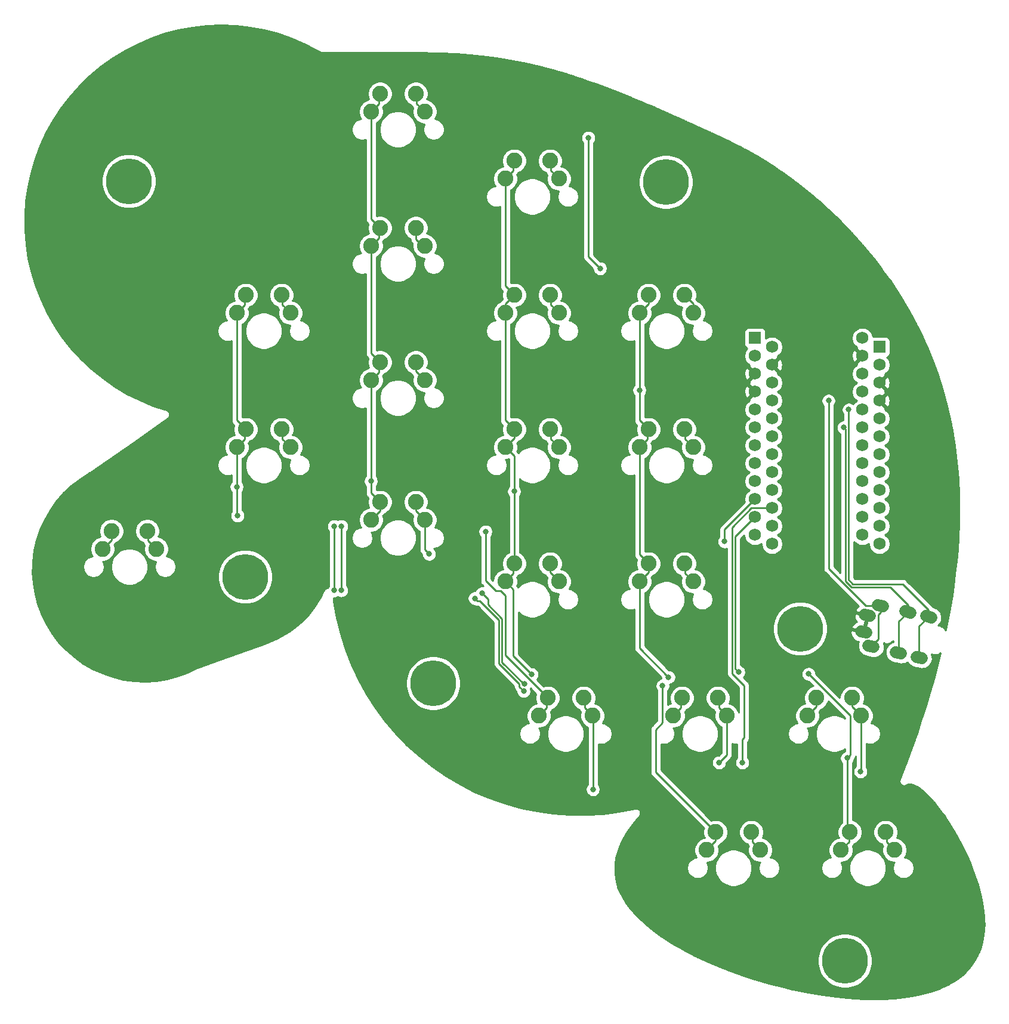
<source format=gtl>
G04 #@! TF.GenerationSoftware,KiCad,Pcbnew,(5.1.4-0)*
G04 #@! TF.CreationDate,2021-02-07T23:01:00-05:00*
G04 #@! TF.ProjectId,mxnatee,6d786e61-7465-4652-9e6b-696361645f70,rev?*
G04 #@! TF.SameCoordinates,Original*
G04 #@! TF.FileFunction,Copper,L1,Top*
G04 #@! TF.FilePolarity,Positive*
%FSLAX46Y46*%
G04 Gerber Fmt 4.6, Leading zero omitted, Abs format (unit mm)*
G04 Created by KiCad (PCBNEW (5.1.4-0)) date 2021-02-07 23:01:00*
%MOMM*%
%LPD*%
G04 APERTURE LIST*
%ADD10C,6.500000*%
%ADD11C,1.752600*%
%ADD12R,1.752600X1.752600*%
%ADD13C,2.250000*%
%ADD14C,1.700000*%
%ADD15C,1.700000*%
%ADD16C,0.800000*%
%ADD17C,0.250000*%
%ADD18C,0.254000*%
G04 APERTURE END LIST*
D10*
X103759000Y-35052000D03*
X122809000Y-98425000D03*
X129159000Y-145542000D03*
X70739000Y-106172000D03*
X44069000Y-91059000D03*
X27559000Y-34925000D03*
D11*
X134048500Y-71151750D03*
D12*
X134048500Y-58451750D03*
D11*
X118808500Y-83851750D03*
X134048500Y-83851750D03*
X134048500Y-68611750D03*
X118808500Y-86391750D03*
X118808500Y-78771750D03*
X118808500Y-76231750D03*
X134048500Y-76231750D03*
X134048500Y-78771750D03*
X118808500Y-81311750D03*
X134048500Y-66071750D03*
X134048500Y-73691750D03*
X134048500Y-81311750D03*
X134048500Y-63531750D03*
X134048500Y-86391750D03*
X118808500Y-58451750D03*
X118808500Y-66071750D03*
X118808500Y-63531750D03*
X118808500Y-60991750D03*
X118808500Y-73691750D03*
X118808500Y-71151750D03*
X118808500Y-68611750D03*
X134048500Y-60991750D03*
X131635500Y-57181750D03*
X116395500Y-85121750D03*
X131635500Y-59721750D03*
X131635500Y-62261750D03*
X131635500Y-64801750D03*
X131635500Y-67341750D03*
X131635500Y-69881750D03*
X131635500Y-72421750D03*
X131635500Y-74961750D03*
X131635500Y-77501750D03*
X131635500Y-80041750D03*
X131635500Y-82581750D03*
X131635500Y-85121750D03*
X116395500Y-82581750D03*
X116395500Y-80041750D03*
X116395500Y-77501750D03*
X116395500Y-74961750D03*
X116395500Y-72421750D03*
X116395500Y-69881750D03*
X116395500Y-67341750D03*
X116395500Y-64801750D03*
X116395500Y-62261750D03*
X116395500Y-59721750D03*
D12*
X116395500Y-57181750D03*
D13*
X125095000Y-108235750D03*
X131445000Y-110775750D03*
X130175000Y-108235750D03*
X123825000Y-110775750D03*
X106045000Y-108235750D03*
X112395000Y-110775750D03*
X111125000Y-108235750D03*
X104775000Y-110775750D03*
X86995000Y-108235750D03*
X93345000Y-110775750D03*
X92075000Y-108235750D03*
X85725000Y-110775750D03*
X110807500Y-127285750D03*
X117157500Y-129825750D03*
X115887500Y-127285750D03*
X109537500Y-129825750D03*
X129857500Y-127285750D03*
X136207500Y-129825750D03*
X134937500Y-127285750D03*
X128587500Y-129825750D03*
X101282500Y-89185750D03*
X107632500Y-91725750D03*
X106362500Y-89185750D03*
X100012500Y-91725750D03*
X82232500Y-89185750D03*
X88582500Y-91725750D03*
X87312500Y-89185750D03*
X80962500Y-91725750D03*
X63182500Y-80454500D03*
X69532500Y-82994500D03*
X68262500Y-80454500D03*
X61912500Y-82994500D03*
X25082500Y-84550250D03*
X31432500Y-87090250D03*
X30162500Y-84550250D03*
X23812500Y-87090250D03*
X101282500Y-70135750D03*
X107632500Y-72675750D03*
X106362500Y-70135750D03*
X100012500Y-72675750D03*
X82232500Y-70135750D03*
X88582500Y-72675750D03*
X87312500Y-70135750D03*
X80962500Y-72675750D03*
X63182500Y-60610750D03*
X69532500Y-63150750D03*
X68262500Y-60610750D03*
X61912500Y-63150750D03*
X44132500Y-70135750D03*
X50482500Y-72675750D03*
X49212500Y-70135750D03*
X42862500Y-72675750D03*
X101282500Y-51085750D03*
X107632500Y-53625750D03*
X106362500Y-51085750D03*
X100012500Y-53625750D03*
X82232500Y-51085750D03*
X88582500Y-53625750D03*
X87312500Y-51085750D03*
X80962500Y-53625750D03*
X63182500Y-41560750D03*
X69532500Y-44100750D03*
X68262500Y-41560750D03*
X61912500Y-44100750D03*
X44132500Y-51085750D03*
X50482500Y-53625750D03*
X49212500Y-51085750D03*
X42862500Y-53625750D03*
X82232500Y-32035750D03*
X88582500Y-34575750D03*
X87312500Y-32035750D03*
X80962500Y-34575750D03*
X63182500Y-22510750D03*
X69532500Y-25050750D03*
X68262500Y-22510750D03*
X61912500Y-25050750D03*
D14*
X134213050Y-95150679D03*
D15*
X134602798Y-95240659D02*
X133823302Y-95060699D01*
D14*
X131806700Y-98905607D03*
D15*
X132196448Y-98995587D02*
X131416952Y-98815627D01*
D14*
X141033640Y-96725337D03*
D15*
X141423388Y-96815317D02*
X140643892Y-96635357D01*
D14*
X138110530Y-96050484D03*
D15*
X138500278Y-96140464D02*
X137720782Y-95960504D01*
D14*
X139695182Y-102522839D03*
D15*
X140084930Y-102612819D02*
X139305434Y-102432859D01*
D14*
X136772071Y-101847985D03*
D15*
X137161819Y-101937965D02*
X136382323Y-101758005D01*
D14*
X132874591Y-100948181D03*
D15*
X133264339Y-101038161D02*
X132484843Y-100858201D01*
D14*
X132357830Y-96518400D03*
D15*
X132747578Y-96608380D02*
X131968082Y-96428420D01*
D16*
X92773500Y-28765500D03*
X94424500Y-47307500D03*
X70167500Y-87820500D03*
X112077500Y-86042500D03*
X93408500Y-121221500D03*
X111315500Y-117411500D03*
X131381500Y-118681500D03*
X56705500Y-83883500D03*
X56721497Y-92989500D03*
X76644500Y-94114499D03*
X83585014Y-107271450D03*
X129476500Y-116776500D03*
X124015500Y-104838500D03*
X114066629Y-104569222D03*
X42989500Y-82375249D03*
X57721500Y-83883500D03*
X57721500Y-92989500D03*
X77660500Y-93408500D03*
X103293972Y-106510028D03*
X83668979Y-106274979D03*
X42862500Y-78295500D03*
X78168500Y-84645500D03*
X61912500Y-77480499D03*
X84697778Y-104913222D03*
X82232500Y-78930500D03*
X104128778Y-105294222D03*
X100012500Y-64579500D03*
X128973750Y-69881750D03*
X126841250Y-66071750D03*
X129698750Y-67341750D03*
X114617500Y-117411500D03*
D17*
X92773500Y-45656500D02*
X94424500Y-47307500D01*
X92773500Y-28765500D02*
X92773500Y-45656500D01*
X68407501Y-23925751D02*
X68407501Y-22655751D01*
X68407501Y-22655751D02*
X68262500Y-22510750D01*
X69532500Y-25050750D02*
X68407501Y-23925751D01*
X87457501Y-32180751D02*
X87312500Y-32035750D01*
X87457501Y-33450751D02*
X87457501Y-32180751D01*
X88582500Y-34575750D02*
X87457501Y-33450751D01*
X49357501Y-51230751D02*
X49212500Y-51085750D01*
X49357501Y-52500751D02*
X49357501Y-51230751D01*
X50482500Y-53625750D02*
X49357501Y-52500751D01*
X69211510Y-44100750D02*
X69532500Y-44100750D01*
X68262500Y-43151740D02*
X69211510Y-44100750D01*
X68262500Y-41560750D02*
X68262500Y-43151740D01*
X87457501Y-51230751D02*
X87312500Y-51085750D01*
X87457501Y-52500751D02*
X87457501Y-51230751D01*
X88582500Y-53625750D02*
X87457501Y-52500751D01*
X107632500Y-52355750D02*
X107632500Y-53625750D01*
X106362500Y-51085750D02*
X107632500Y-52355750D01*
X49357501Y-71550751D02*
X49357501Y-70280751D01*
X49357501Y-70280751D02*
X49212500Y-70135750D01*
X50482500Y-72675750D02*
X49357501Y-71550751D01*
X68262500Y-61880750D02*
X68262500Y-60610750D01*
X69532500Y-63150750D02*
X68262500Y-61880750D01*
X87457501Y-70280751D02*
X87312500Y-70135750D01*
X87457501Y-71550751D02*
X87457501Y-70280751D01*
X88582500Y-72675750D02*
X87457501Y-71550751D01*
X106507501Y-70280751D02*
X106362500Y-70135750D01*
X106507501Y-71550751D02*
X106507501Y-70280751D01*
X107632500Y-72675750D02*
X106507501Y-71550751D01*
X30307501Y-84695251D02*
X30162500Y-84550250D01*
X30307501Y-85965251D02*
X30307501Y-84695251D01*
X31432500Y-87090250D02*
X30307501Y-85965251D01*
X68262500Y-81724500D02*
X68262500Y-80454500D01*
X69532500Y-82994500D02*
X68262500Y-81724500D01*
X69532500Y-87185500D02*
X70167500Y-87820500D01*
X69532500Y-82994500D02*
X69532500Y-87185500D01*
X87312500Y-90455750D02*
X87312500Y-89185750D01*
X88582500Y-91725750D02*
X87312500Y-90455750D01*
X106507501Y-90600751D02*
X106507501Y-89330751D01*
X106507501Y-89330751D02*
X106362500Y-89185750D01*
X107632500Y-91725750D02*
X106507501Y-90600751D01*
X135082501Y-127430751D02*
X134937500Y-127285750D01*
X135082501Y-128700751D02*
X135082501Y-127430751D01*
X136207500Y-129825750D02*
X135082501Y-128700751D01*
X112077500Y-84359750D02*
X116395500Y-80041750D01*
X112077500Y-86042500D02*
X112077500Y-84359750D01*
X116032501Y-128700751D02*
X116032501Y-127430751D01*
X116032501Y-127430751D02*
X115887500Y-127285750D01*
X117157500Y-129825750D02*
X116032501Y-128700751D01*
X92220001Y-108380751D02*
X92075000Y-108235750D01*
X92220001Y-109650751D02*
X92220001Y-108380751D01*
X93345000Y-110775750D02*
X92220001Y-109650751D01*
X93408500Y-110839250D02*
X93345000Y-110775750D01*
X93408500Y-121221500D02*
X93408500Y-110839250D01*
X111270001Y-109650751D02*
X111270001Y-108380751D01*
X111270001Y-108380751D02*
X111125000Y-108235750D01*
X112395000Y-110775750D02*
X111270001Y-109650751D01*
X112395000Y-116332000D02*
X111315500Y-117411500D01*
X112395000Y-110775750D02*
X112395000Y-116332000D01*
X130175000Y-109505750D02*
X130175000Y-108235750D01*
X131445000Y-110775750D02*
X130175000Y-109505750D01*
X131445000Y-110775750D02*
X131445000Y-116332000D01*
X131445000Y-118618000D02*
X131381500Y-118681500D01*
X131445000Y-116332000D02*
X131445000Y-118618000D01*
X25082500Y-85820250D02*
X25082500Y-84550250D01*
X23812500Y-87090250D02*
X25082500Y-85820250D01*
X129712499Y-128700751D02*
X129712499Y-127430751D01*
X129712499Y-127430751D02*
X129857500Y-127285750D01*
X128587500Y-129825750D02*
X129712499Y-128700751D01*
X56705500Y-92973503D02*
X56721497Y-92989500D01*
X56705500Y-83883500D02*
X56705500Y-92973503D01*
X129476500Y-126904750D02*
X129857500Y-127285750D01*
X129476500Y-116776500D02*
X129476500Y-126904750D01*
X129953901Y-110776901D02*
X124015500Y-104838500D01*
X129953901Y-116299099D02*
X129953901Y-110776901D01*
X129476500Y-116776500D02*
X129953901Y-116299099D01*
X113612520Y-85364730D02*
X116395500Y-82581750D01*
X113612520Y-104115113D02*
X113612520Y-85364730D01*
X114066629Y-104569222D02*
X113612520Y-104115113D01*
X77368088Y-94514498D02*
X77044499Y-94514498D01*
X80062480Y-97208890D02*
X77368088Y-94514498D01*
X82943978Y-106630414D02*
X82943978Y-106243390D01*
X82943978Y-106243390D02*
X80062481Y-103361893D01*
X77044499Y-94514498D02*
X76644500Y-94114499D01*
X80062481Y-103361893D02*
X80062480Y-97208890D01*
X83585014Y-107271450D02*
X82943978Y-106630414D01*
X43987499Y-51230751D02*
X44132500Y-51085750D01*
X43987499Y-52500751D02*
X43987499Y-51230751D01*
X42862500Y-53625750D02*
X43987499Y-52500751D01*
X43987499Y-70280751D02*
X44132500Y-70135750D01*
X43987499Y-71550751D02*
X43987499Y-70280751D01*
X42862500Y-72675750D02*
X43987499Y-71550751D01*
X110807500Y-128555750D02*
X110807500Y-127285750D01*
X109537500Y-129825750D02*
X110807500Y-128555750D01*
X42862500Y-68865750D02*
X44132500Y-70135750D01*
X42862500Y-53625750D02*
X42862500Y-68865750D01*
X42862500Y-82248249D02*
X42989500Y-82375249D01*
X57721500Y-83883500D02*
X57721500Y-92989500D01*
X109682501Y-126160751D02*
X110807500Y-127285750D01*
X102304999Y-118783249D02*
X109682501Y-126160751D01*
X102304999Y-112739749D02*
X102304999Y-118783249D01*
X103293972Y-111750776D02*
X102304999Y-112739749D01*
X103293972Y-106510028D02*
X103293972Y-111750776D01*
X78492499Y-94240499D02*
X78492499Y-95002499D01*
X78492499Y-95002499D02*
X80512490Y-97022490D01*
X77660500Y-93408500D02*
X78492499Y-94240499D01*
X83611977Y-106274979D02*
X83668979Y-106274979D01*
X80512490Y-103175492D02*
X83611977Y-106274979D01*
X80512490Y-97022490D02*
X80512490Y-103175492D01*
X42862500Y-72675750D02*
X42862500Y-78295500D01*
X42862500Y-78295500D02*
X42862500Y-82248249D01*
X63037499Y-22655751D02*
X63182500Y-22510750D01*
X63037499Y-23925751D02*
X63037499Y-22655751D01*
X61912500Y-25050750D02*
X63037499Y-23925751D01*
X63037499Y-41705751D02*
X63182500Y-41560750D01*
X63037499Y-42975751D02*
X63037499Y-41705751D01*
X61912500Y-44100750D02*
X63037499Y-42975751D01*
X63037499Y-62025751D02*
X63037499Y-60755751D01*
X63037499Y-60755751D02*
X63182500Y-60610750D01*
X61912500Y-63150750D02*
X63037499Y-62025751D01*
X63182500Y-81724500D02*
X63182500Y-80454500D01*
X61912500Y-82994500D02*
X63182500Y-81724500D01*
X86849999Y-108380751D02*
X86995000Y-108235750D01*
X86849999Y-109650751D02*
X86849999Y-108380751D01*
X85725000Y-110775750D02*
X86849999Y-109650751D01*
X61912500Y-40290750D02*
X63182500Y-41560750D01*
X61912500Y-25050750D02*
X61912500Y-40290750D01*
X61912500Y-59340750D02*
X63182500Y-60610750D01*
X61912500Y-44100750D02*
X61912500Y-59340750D01*
X61912500Y-79184500D02*
X63182500Y-80454500D01*
X61912500Y-63150750D02*
X61912500Y-79184500D01*
X86995000Y-108235750D02*
X80962500Y-102203250D01*
X80268501Y-93065749D02*
X79603749Y-93065749D01*
X80962500Y-93759748D02*
X80268501Y-93065749D01*
X80962500Y-102203250D02*
X80962500Y-93759748D01*
X78168500Y-91630500D02*
X78168500Y-84645500D01*
X79603749Y-93065749D02*
X78168500Y-91630500D01*
X116146699Y-75210551D02*
X116395500Y-74961750D01*
X82087499Y-32180751D02*
X82232500Y-32035750D01*
X82087499Y-33450751D02*
X82087499Y-32180751D01*
X80962500Y-34575750D02*
X82087499Y-33450751D01*
X80962500Y-52355750D02*
X80962500Y-53625750D01*
X82232500Y-51085750D02*
X80962500Y-52355750D01*
X82232500Y-71405750D02*
X82232500Y-70135750D01*
X80962500Y-72675750D02*
X82232500Y-71405750D01*
X82087499Y-89330751D02*
X82232500Y-89185750D01*
X82087499Y-90600751D02*
X82087499Y-89330751D01*
X80962500Y-91725750D02*
X82087499Y-90600751D01*
X105899999Y-108380751D02*
X106045000Y-108235750D01*
X105899999Y-109650751D02*
X105899999Y-108380751D01*
X104775000Y-110775750D02*
X105899999Y-109650751D01*
X80962500Y-49815750D02*
X82232500Y-51085750D01*
X80962500Y-34575750D02*
X80962500Y-49815750D01*
X80962500Y-68865750D02*
X82232500Y-70135750D01*
X80962500Y-53625750D02*
X80962500Y-68865750D01*
X80962500Y-72675750D02*
X82232500Y-73945750D01*
X82087499Y-102302943D02*
X84697778Y-104913222D01*
X82087499Y-92850749D02*
X82087499Y-102302943D01*
X80962500Y-91725750D02*
X82087499Y-92850749D01*
X82232500Y-73945750D02*
X82232500Y-78930500D01*
X82232500Y-78930500D02*
X82232500Y-89185750D01*
X130873500Y-72421750D02*
X131635500Y-72421750D01*
X101282500Y-52355750D02*
X101282500Y-51085750D01*
X100012500Y-53625750D02*
X101282500Y-52355750D01*
X101137499Y-71550751D02*
X101137499Y-70280751D01*
X101137499Y-70280751D02*
X101282500Y-70135750D01*
X100012500Y-72675750D02*
X101137499Y-71550751D01*
X101282500Y-90455750D02*
X101282500Y-89185750D01*
X100012500Y-91725750D02*
X101282500Y-90455750D01*
X125095000Y-109505750D02*
X125095000Y-108235750D01*
X123825000Y-110775750D02*
X125095000Y-109505750D01*
X100012500Y-68865750D02*
X101282500Y-70135750D01*
X100012500Y-87915750D02*
X101282500Y-89185750D01*
X100012500Y-72675750D02*
X100012500Y-87915750D01*
X100012500Y-101177944D02*
X104128778Y-105294222D01*
X100012500Y-91725750D02*
X100012500Y-101177944D01*
X100012500Y-53625750D02*
X100012500Y-64579500D01*
X100012500Y-64579500D02*
X100012500Y-68865750D01*
X129248740Y-70156740D02*
X128973750Y-69881750D01*
X129248740Y-91659150D02*
X129248740Y-70156740D01*
X136772071Y-97388943D02*
X138110530Y-96050484D01*
X136772071Y-101847985D02*
X136772071Y-97388943D01*
X135557414Y-92525010D02*
X130114600Y-92525010D01*
X130114600Y-92525010D02*
X129248740Y-91659150D01*
X138110530Y-95078126D02*
X135557414Y-92525010D01*
X138110530Y-96050484D02*
X138110530Y-95078126D01*
X126860000Y-66090500D02*
X126841250Y-66071750D01*
X134213050Y-96123037D02*
X134213050Y-95150679D01*
X133921423Y-99901349D02*
X133921423Y-96414664D01*
X133921423Y-96414664D02*
X134213050Y-96123037D01*
X132874591Y-100948181D02*
X133921423Y-99901349D01*
X126841250Y-66637435D02*
X126841250Y-66071750D01*
X126841250Y-89888070D02*
X126841250Y-66637435D01*
X132103859Y-95150679D02*
X126841250Y-89888070D01*
X134213050Y-95150679D02*
X132103859Y-95150679D01*
X129698750Y-91472750D02*
X129698750Y-67341750D01*
X139695182Y-98063795D02*
X141033640Y-96725337D01*
X139695182Y-102522839D02*
X139695182Y-98063795D01*
X141033640Y-95752979D02*
X137355661Y-92075000D01*
X141033640Y-96725337D02*
X141033640Y-95752979D01*
X130301000Y-92075000D02*
X129698750Y-91472750D01*
X137355661Y-92075000D02*
X130301000Y-92075000D01*
X114865001Y-106483001D02*
X113162510Y-104780510D01*
X114865001Y-113891751D02*
X114865001Y-106483001D01*
X113162510Y-104780510D02*
X113162510Y-84036814D01*
X114617500Y-114139252D02*
X114865001Y-113891751D01*
X113162510Y-84036814D02*
X115887574Y-81311750D01*
X114617500Y-117411500D02*
X114617500Y-114139252D01*
X115887574Y-81311750D02*
X118808500Y-81311750D01*
X115987949Y-85529301D02*
X116395500Y-85121750D01*
X116305449Y-77591801D02*
X116395500Y-77501750D01*
D18*
G36*
X42689576Y-12880575D02*
G01*
X44718619Y-13104432D01*
X46725811Y-13476290D01*
X48700378Y-13994152D01*
X50631725Y-14655241D01*
X52509450Y-15455995D01*
X54332147Y-16396589D01*
X54677966Y-16594727D01*
X54720788Y-16617219D01*
X54737180Y-16624350D01*
X54741000Y-16626492D01*
X54745422Y-16627935D01*
X54765143Y-16636515D01*
X54810791Y-16652510D01*
X54857488Y-16665120D01*
X54861968Y-16665984D01*
X54863449Y-16666467D01*
X54866196Y-16666798D01*
X54904984Y-16674275D01*
X54953022Y-16679927D01*
X54987528Y-16681440D01*
X54991331Y-16681899D01*
X55000545Y-16682040D01*
X55054484Y-16682492D01*
X55054494Y-16682491D01*
X55054551Y-16682492D01*
X55108550Y-16682939D01*
X55108553Y-16682939D01*
X55108637Y-16682940D01*
X55159090Y-16683351D01*
X55159091Y-16683351D01*
X55159167Y-16683352D01*
X55211476Y-16683772D01*
X55211486Y-16683771D01*
X55211546Y-16683772D01*
X55264814Y-16684194D01*
X55264815Y-16684194D01*
X55264887Y-16684195D01*
X55325449Y-16684668D01*
X55325454Y-16684668D01*
X55325552Y-16684669D01*
X55387091Y-16685140D01*
X55387101Y-16685139D01*
X55387164Y-16685140D01*
X55441528Y-16685550D01*
X55441532Y-16685550D01*
X55441624Y-16685551D01*
X55506938Y-16686034D01*
X55506941Y-16686034D01*
X55507027Y-16686035D01*
X55565154Y-16686457D01*
X55565167Y-16686456D01*
X55565253Y-16686457D01*
X55616169Y-16686819D01*
X55616170Y-16686819D01*
X55616245Y-16686820D01*
X55673131Y-16687218D01*
X55673140Y-16687217D01*
X55673197Y-16687218D01*
X55740182Y-16687680D01*
X55740189Y-16687679D01*
X55740311Y-16687681D01*
X55795967Y-16688054D01*
X55796001Y-16688054D01*
X55857207Y-16688461D01*
X55857211Y-16688461D01*
X55857311Y-16688462D01*
X55915844Y-16688842D01*
X55915848Y-16688842D01*
X55915948Y-16688843D01*
X55970882Y-16689191D01*
X55970890Y-16689190D01*
X55970947Y-16689191D01*
X56025939Y-16689534D01*
X56025941Y-16689534D01*
X56026030Y-16689535D01*
X56092101Y-16689938D01*
X56092112Y-16689937D01*
X56092189Y-16689938D01*
X56143602Y-16690245D01*
X56143696Y-16690246D01*
X56202556Y-16690592D01*
X56202568Y-16690591D01*
X56202653Y-16690592D01*
X56268951Y-16690972D01*
X56268955Y-16690972D01*
X56269065Y-16690973D01*
X56320689Y-16691260D01*
X56320695Y-16691259D01*
X56320739Y-16691260D01*
X56381649Y-16691594D01*
X56381650Y-16691594D01*
X56381737Y-16691595D01*
X56446418Y-16691941D01*
X56446429Y-16691940D01*
X56446513Y-16691941D01*
X56496463Y-16692201D01*
X56496469Y-16692200D01*
X56496518Y-16692201D01*
X56553927Y-16692495D01*
X56553928Y-16692495D01*
X56554019Y-16692496D01*
X56624480Y-16692847D01*
X56624491Y-16692846D01*
X56624580Y-16692847D01*
X56680254Y-16693116D01*
X56680347Y-16693117D01*
X56736100Y-16693380D01*
X56736108Y-16693379D01*
X56736168Y-16693380D01*
X56803150Y-16693689D01*
X56803159Y-16693688D01*
X56803233Y-16693689D01*
X56846028Y-16693881D01*
X56846702Y-16693949D01*
X57559421Y-16695675D01*
X57559983Y-16695621D01*
X57646630Y-16695681D01*
X57839812Y-16695815D01*
X58063907Y-16695972D01*
X58434825Y-16696232D01*
X58815091Y-16696499D01*
X58815638Y-16696552D01*
X59551411Y-16695841D01*
X59551911Y-16695791D01*
X59600033Y-16695671D01*
X59600064Y-16695671D01*
X59680200Y-16695467D01*
X59680247Y-16695467D01*
X59744433Y-16695299D01*
X59744473Y-16695299D01*
X59808727Y-16695127D01*
X59808776Y-16695127D01*
X59873098Y-16694950D01*
X59873109Y-16694949D01*
X59873147Y-16694949D01*
X59937537Y-16694767D01*
X59937566Y-16694767D01*
X60002025Y-16694582D01*
X60002074Y-16694582D01*
X60066600Y-16694392D01*
X60066643Y-16694392D01*
X60147398Y-16694149D01*
X60147446Y-16694149D01*
X60260678Y-16693800D01*
X60260731Y-16693800D01*
X60325529Y-16693595D01*
X60325573Y-16693595D01*
X60406667Y-16693333D01*
X60406678Y-16693332D01*
X60406702Y-16693332D01*
X60504156Y-16693012D01*
X60504200Y-16693012D01*
X60569251Y-16692794D01*
X60569294Y-16692794D01*
X60650703Y-16692516D01*
X60650741Y-16692516D01*
X60732260Y-16692233D01*
X60732302Y-16692233D01*
X60846604Y-16691829D01*
X60846652Y-16691829D01*
X60912062Y-16691593D01*
X60912084Y-16691593D01*
X60993944Y-16691295D01*
X60993955Y-16691294D01*
X60993979Y-16691294D01*
X61108757Y-16690870D01*
X61108801Y-16690870D01*
X61174482Y-16690623D01*
X61174499Y-16690623D01*
X61240250Y-16690374D01*
X61240278Y-16690374D01*
X61306095Y-16690122D01*
X61306113Y-16690122D01*
X61371999Y-16689868D01*
X61372027Y-16689868D01*
X61437982Y-16689611D01*
X61438009Y-16689611D01*
X61504032Y-16689351D01*
X61504038Y-16689351D01*
X61570131Y-16689090D01*
X61570138Y-16689090D01*
X61603212Y-16688959D01*
X61603263Y-16688959D01*
X61702573Y-16688558D01*
X61702576Y-16688558D01*
X61768872Y-16688290D01*
X61768888Y-16688290D01*
X61835252Y-16688020D01*
X61835262Y-16688019D01*
X61835278Y-16688019D01*
X61901709Y-16687746D01*
X61901725Y-16687746D01*
X61968226Y-16687471D01*
X62034790Y-16687196D01*
X62034807Y-16687196D01*
X62101443Y-16686919D01*
X62101469Y-16686919D01*
X62201542Y-16686499D01*
X62201564Y-16686499D01*
X62301806Y-16686075D01*
X62368715Y-16685792D01*
X62368731Y-16685792D01*
X62435708Y-16685507D01*
X62435724Y-16685507D01*
X62502771Y-16685220D01*
X62569881Y-16684933D01*
X62569887Y-16684933D01*
X62637069Y-16684645D01*
X62637085Y-16684645D01*
X62704335Y-16684355D01*
X62704342Y-16684355D01*
X62771659Y-16684064D01*
X62872755Y-16683627D01*
X62872765Y-16683627D01*
X63075401Y-16682748D01*
X63075412Y-16682748D01*
X63346595Y-16681567D01*
X63550729Y-16680679D01*
X63687134Y-16680087D01*
X63687135Y-16680087D01*
X63755383Y-16679792D01*
X64494429Y-16677288D01*
X65246566Y-16676382D01*
X65246567Y-16676382D01*
X65998636Y-16675475D01*
X66760690Y-16676171D01*
X66823381Y-16676440D01*
X66823382Y-16676440D01*
X66877826Y-16676689D01*
X66877828Y-16676689D01*
X66932098Y-16676951D01*
X66932194Y-16676952D01*
X66986909Y-16677228D01*
X66986910Y-16677228D01*
X67041498Y-16677517D01*
X67041499Y-16677517D01*
X67096138Y-16677819D01*
X67096139Y-16677819D01*
X67150634Y-16678133D01*
X67150638Y-16678133D01*
X67205511Y-16678464D01*
X67260099Y-16678806D01*
X67260104Y-16678806D01*
X67314881Y-16679163D01*
X67314891Y-16679163D01*
X67369704Y-16679534D01*
X67369719Y-16679534D01*
X67424563Y-16679919D01*
X67424584Y-16679919D01*
X67479654Y-16680319D01*
X67479662Y-16680318D01*
X67534353Y-16680729D01*
X67534410Y-16680730D01*
X67589334Y-16681158D01*
X67589384Y-16681159D01*
X67644574Y-16681604D01*
X67644580Y-16681603D01*
X67699447Y-16682059D01*
X67699484Y-16682060D01*
X67754750Y-16682532D01*
X67754753Y-16682532D01*
X67809609Y-16683017D01*
X67809685Y-16683018D01*
X67865031Y-16683522D01*
X67865034Y-16683522D01*
X67920231Y-16684040D01*
X67920235Y-16684040D01*
X67975225Y-16684569D01*
X67975319Y-16684571D01*
X68030781Y-16685120D01*
X68030782Y-16685120D01*
X68086101Y-16685683D01*
X68086102Y-16685683D01*
X68141460Y-16686262D01*
X68196758Y-16686856D01*
X68252106Y-16687466D01*
X68252110Y-16687466D01*
X68307545Y-16688092D01*
X68307576Y-16688093D01*
X68363106Y-16688737D01*
X68363105Y-16688737D01*
X68418844Y-16689398D01*
X68418850Y-16689397D01*
X68474150Y-16690070D01*
X68474223Y-16690071D01*
X68529855Y-16690765D01*
X68529873Y-16690765D01*
X68585731Y-16691476D01*
X68585736Y-16691476D01*
X68641435Y-16692201D01*
X68641439Y-16692201D01*
X68696905Y-16692939D01*
X68696985Y-16692941D01*
X68752885Y-16693702D01*
X68808763Y-16694481D01*
X68808769Y-16694480D01*
X68864320Y-16695269D01*
X68864445Y-16695272D01*
X68920541Y-16696086D01*
X68920549Y-16696085D01*
X68976460Y-16696915D01*
X68976461Y-16696915D01*
X69032230Y-16697759D01*
X69032240Y-16697759D01*
X69088162Y-16698622D01*
X69088274Y-16698625D01*
X69116399Y-16699067D01*
X69181931Y-16700109D01*
X69181934Y-16700109D01*
X69238023Y-16701020D01*
X69238028Y-16701020D01*
X69293916Y-16701946D01*
X69293966Y-16701947D01*
X69350366Y-16702899D01*
X69350369Y-16702899D01*
X69406323Y-16703861D01*
X69406390Y-16703863D01*
X69462818Y-16704851D01*
X69519161Y-16705857D01*
X69519162Y-16705857D01*
X69575507Y-16706881D01*
X69575508Y-16706881D01*
X69631891Y-16707924D01*
X69688135Y-16708983D01*
X69744560Y-16710063D01*
X69744568Y-16710063D01*
X69801285Y-16711167D01*
X69801288Y-16711167D01*
X69857723Y-16712285D01*
X69914068Y-16713419D01*
X69914167Y-16713422D01*
X69971003Y-16714586D01*
X69971007Y-16714586D01*
X70027436Y-16715760D01*
X70027458Y-16715761D01*
X70084103Y-16716957D01*
X70084127Y-16716958D01*
X70141081Y-16718182D01*
X70141083Y-16718182D01*
X70197609Y-16719416D01*
X70197621Y-16719416D01*
X70254403Y-16720675D01*
X70254423Y-16720676D01*
X70311499Y-16721962D01*
X70311501Y-16721962D01*
X70368176Y-16723257D01*
X70368180Y-16723257D01*
X70425331Y-16724582D01*
X70482027Y-16725918D01*
X70482052Y-16725919D01*
X70539283Y-16727287D01*
X70539284Y-16727287D01*
X70596314Y-16728671D01*
X70596317Y-16728671D01*
X70653393Y-16730076D01*
X70653396Y-16730076D01*
X70710185Y-16731494D01*
X70710286Y-16731497D01*
X70767678Y-16732950D01*
X70767686Y-16732949D01*
X70824546Y-16734410D01*
X70824614Y-16734412D01*
X70881810Y-16735903D01*
X70881845Y-16735904D01*
X70939357Y-16737424D01*
X70939362Y-16737424D01*
X70996435Y-16738950D01*
X70996436Y-16738950D01*
X71053721Y-16740505D01*
X71053787Y-16740507D01*
X71111417Y-16742092D01*
X71111424Y-16742092D01*
X71168502Y-16743684D01*
X71168585Y-16743687D01*
X71226294Y-16745318D01*
X71226299Y-16745318D01*
X71283815Y-16746963D01*
X71283816Y-16746963D01*
X71341052Y-16748624D01*
X71341083Y-16748625D01*
X71398911Y-16750325D01*
X71398914Y-16750325D01*
X71456270Y-16752031D01*
X71456282Y-16752031D01*
X71513904Y-16753768D01*
X71513974Y-16753771D01*
X71539661Y-16754554D01*
X72368366Y-16788391D01*
X73212528Y-16833193D01*
X73212536Y-16833193D01*
X74056834Y-16878002D01*
X74908503Y-16933338D01*
X74954756Y-16936991D01*
X75015964Y-16941870D01*
X75015970Y-16941870D01*
X75081901Y-16947174D01*
X75132230Y-16951259D01*
X75132337Y-16951269D01*
X75183566Y-16955458D01*
X75183570Y-16955458D01*
X75233988Y-16959614D01*
X75234034Y-16959618D01*
X75285313Y-16963873D01*
X75285316Y-16963873D01*
X75361206Y-16970233D01*
X75361257Y-16970238D01*
X75407094Y-16974113D01*
X75407089Y-16974113D01*
X75458460Y-16978486D01*
X75458465Y-16978486D01*
X75508961Y-16982816D01*
X75508996Y-16982819D01*
X75565563Y-16987709D01*
X75565565Y-16987709D01*
X75611523Y-16991706D01*
X75662167Y-16996144D01*
X75662163Y-16996144D01*
X75713665Y-17000689D01*
X75713669Y-17000689D01*
X75774478Y-17006095D01*
X75774553Y-17006102D01*
X75836232Y-17011635D01*
X75887570Y-17016275D01*
X75887575Y-17016275D01*
X75938368Y-17020896D01*
X75938396Y-17020899D01*
X75989585Y-17025588D01*
X75989589Y-17025588D01*
X76041257Y-17030356D01*
X76041262Y-17030356D01*
X76102333Y-17036033D01*
X76102367Y-17036036D01*
X76164439Y-17041852D01*
X76164441Y-17041852D01*
X76215293Y-17046655D01*
X76215335Y-17046659D01*
X76267113Y-17051579D01*
X76318509Y-17056495D01*
X76318515Y-17056495D01*
X76369781Y-17061432D01*
X76431182Y-17067387D01*
X76431203Y-17067389D01*
X76493078Y-17073438D01*
X76544534Y-17078505D01*
X76544536Y-17078505D01*
X76596479Y-17083651D01*
X76596481Y-17083651D01*
X76648020Y-17088791D01*
X76699432Y-17093952D01*
X76750755Y-17099136D01*
X76750785Y-17099139D01*
X76802831Y-17104430D01*
X76802834Y-17104430D01*
X76859405Y-17110219D01*
X76921476Y-17116615D01*
X76968232Y-17121463D01*
X76968234Y-17121463D01*
X77029911Y-17127904D01*
X77029912Y-17127904D01*
X77081769Y-17133354D01*
X77133385Y-17138813D01*
X77133421Y-17138817D01*
X77190882Y-17144934D01*
X77190885Y-17144934D01*
X77237013Y-17149873D01*
X77237031Y-17149875D01*
X77309703Y-17157710D01*
X77309708Y-17157711D01*
X77362030Y-17163395D01*
X77362032Y-17163395D01*
X77413889Y-17169061D01*
X77465936Y-17174780D01*
X77465937Y-17174780D01*
X77517902Y-17180525D01*
X77533124Y-17182216D01*
X77579866Y-17187420D01*
X77579892Y-17187423D01*
X77632342Y-17193296D01*
X77632344Y-17193296D01*
X77689029Y-17199683D01*
X77689032Y-17199683D01*
X77777688Y-17209752D01*
X77840748Y-17216974D01*
X77840751Y-17216974D01*
X77902857Y-17224134D01*
X77954915Y-17230175D01*
X77954953Y-17230180D01*
X78028644Y-17238790D01*
X78080360Y-17244873D01*
X78080382Y-17244876D01*
X78133073Y-17251108D01*
X78133074Y-17251108D01*
X78185362Y-17257327D01*
X78258079Y-17266032D01*
X78258102Y-17266035D01*
X78331996Y-17274950D01*
X78331997Y-17274950D01*
X78384296Y-17281301D01*
X78384298Y-17281301D01*
X78436713Y-17287700D01*
X78436714Y-17287700D01*
X78489062Y-17294127D01*
X78551617Y-17301853D01*
X78551656Y-17301858D01*
X78604130Y-17308376D01*
X78604135Y-17308377D01*
X78656635Y-17314934D01*
X78709397Y-17321560D01*
X78762171Y-17328221D01*
X78762175Y-17328221D01*
X78814237Y-17334828D01*
X78814271Y-17334833D01*
X78877920Y-17342957D01*
X78877925Y-17342957D01*
X78930442Y-17349697D01*
X78993197Y-17357800D01*
X78993281Y-17357811D01*
X79046002Y-17364656D01*
X79119708Y-17374284D01*
X79119727Y-17374287D01*
X79183016Y-17382610D01*
X79183056Y-17382616D01*
X79236262Y-17389654D01*
X79236266Y-17389654D01*
X79288785Y-17396635D01*
X79341872Y-17403730D01*
X79341876Y-17403730D01*
X79394247Y-17410764D01*
X79394316Y-17410774D01*
X79447619Y-17417967D01*
X79447621Y-17417967D01*
X79500438Y-17425132D01*
X79552954Y-17432292D01*
X79552988Y-17432297D01*
X79605889Y-17439544D01*
X79605924Y-17439549D01*
X79659326Y-17446901D01*
X79659331Y-17446901D01*
X79712300Y-17454231D01*
X79764850Y-17461537D01*
X79764890Y-17461543D01*
X79818293Y-17469004D01*
X79871217Y-17476436D01*
X79945464Y-17486922D01*
X79998547Y-17494461D01*
X80051982Y-17502089D01*
X80051985Y-17502089D01*
X80104687Y-17509647D01*
X80104719Y-17509652D01*
X80158345Y-17517380D01*
X80158349Y-17517380D01*
X80211551Y-17525084D01*
X80221295Y-17526500D01*
X81134629Y-17676485D01*
X82062229Y-17846798D01*
X82062255Y-17846803D01*
X82990075Y-18017157D01*
X83919847Y-18205580D01*
X83963786Y-18215362D01*
X83963788Y-18215362D01*
X84018918Y-18227679D01*
X84062594Y-18237466D01*
X84062615Y-18237471D01*
X84106718Y-18247382D01*
X84106752Y-18247390D01*
X84150793Y-18257314D01*
X84150797Y-18257315D01*
X84217299Y-18272352D01*
X84261655Y-18282416D01*
X84327804Y-18297474D01*
X84371949Y-18307559D01*
X84427371Y-18320258D01*
X84427373Y-18320258D01*
X84471329Y-18330361D01*
X84526376Y-18343051D01*
X84526393Y-18343055D01*
X84570983Y-18353365D01*
X84614828Y-18363530D01*
X84614838Y-18363532D01*
X84659440Y-18373899D01*
X84714309Y-18386691D01*
X84714370Y-18386706D01*
X84758495Y-18397022D01*
X84758588Y-18397044D01*
X84803214Y-18407507D01*
X84803217Y-18407507D01*
X84847493Y-18417914D01*
X84847494Y-18417914D01*
X84891370Y-18428255D01*
X84935969Y-18438793D01*
X84980237Y-18449281D01*
X85024110Y-18459700D01*
X85024164Y-18459713D01*
X85079759Y-18472956D01*
X85168211Y-18494113D01*
X85212897Y-18504841D01*
X85212901Y-18504841D01*
X85256816Y-18515415D01*
X85256833Y-18515419D01*
X85301533Y-18526206D01*
X85345422Y-18536825D01*
X85345455Y-18536833D01*
X85401343Y-18550392D01*
X85445643Y-18561170D01*
X85445645Y-18561170D01*
X85501141Y-18574711D01*
X85501148Y-18574712D01*
X85545452Y-18585552D01*
X85622640Y-18604503D01*
X85622725Y-18604524D01*
X85667474Y-18615548D01*
X85667480Y-18615549D01*
X85711497Y-18626419D01*
X85711524Y-18626426D01*
X85756284Y-18637505D01*
X85756286Y-18637505D01*
X85800247Y-18648415D01*
X85800289Y-18648426D01*
X85845060Y-18659564D01*
X85845062Y-18659564D01*
X85889442Y-18670632D01*
X85945048Y-18684536D01*
X85945050Y-18684536D01*
X85989020Y-18695561D01*
X85989025Y-18695562D01*
X86033491Y-18706740D01*
X86077939Y-18717938D01*
X86122358Y-18729154D01*
X86122379Y-18729160D01*
X86166808Y-18740406D01*
X86211623Y-18751778D01*
X86211628Y-18751779D01*
X86255599Y-18762962D01*
X86255671Y-18762981D01*
X86311288Y-18777165D01*
X86311295Y-18777167D01*
X86356126Y-18788631D01*
X86356128Y-18788631D01*
X86400081Y-18799897D01*
X86400119Y-18799907D01*
X86478592Y-18820084D01*
X86478594Y-18820084D01*
X86522529Y-18831418D01*
X86522560Y-18831426D01*
X86567415Y-18843025D01*
X86567420Y-18843026D01*
X86611516Y-18854453D01*
X86611570Y-18854467D01*
X86656434Y-18866121D01*
X86656439Y-18866122D01*
X86700814Y-18877676D01*
X86745128Y-18889240D01*
X86745137Y-18889242D01*
X86750593Y-18890668D01*
X86750673Y-18890690D01*
X86800963Y-18903847D01*
X86845280Y-18915471D01*
X86889804Y-18927176D01*
X86934241Y-18938884D01*
X86934258Y-18938889D01*
X87001600Y-18956683D01*
X87045592Y-18968339D01*
X87045599Y-18968341D01*
X87112800Y-18986199D01*
X87157437Y-18998094D01*
X87201993Y-19009994D01*
X87268929Y-19027921D01*
X87268931Y-19027921D01*
X87312979Y-19039750D01*
X87313071Y-19039775D01*
X87357621Y-19051765D01*
X87402193Y-19063789D01*
X87402215Y-19063795D01*
X87447152Y-19075944D01*
X87447154Y-19075944D01*
X87491752Y-19088027D01*
X87580562Y-19112167D01*
X87580593Y-19112176D01*
X87625545Y-19124434D01*
X87625547Y-19124434D01*
X87669710Y-19136504D01*
X87669769Y-19136521D01*
X87714726Y-19148836D01*
X87714732Y-19148837D01*
X87759347Y-19161084D01*
X87759350Y-19161084D01*
X87803706Y-19173286D01*
X87892855Y-19197888D01*
X87892861Y-19197890D01*
X87937835Y-19210341D01*
X88004351Y-19228806D01*
X88004422Y-19228826D01*
X88049403Y-19241346D01*
X88049411Y-19241347D01*
X88094035Y-19253795D01*
X88138243Y-19266151D01*
X88138271Y-19266159D01*
X88194156Y-19281819D01*
X88238692Y-19294324D01*
X88238791Y-19294353D01*
X88283781Y-19307014D01*
X88350844Y-19325938D01*
X88395055Y-19338445D01*
X88395075Y-19338451D01*
X88440082Y-19351210D01*
X88440087Y-19351211D01*
X88518372Y-19373467D01*
X88562919Y-19386168D01*
X88562922Y-19386169D01*
X88607088Y-19398786D01*
X88607138Y-19398801D01*
X88674666Y-19418144D01*
X88674668Y-19418144D01*
X88718926Y-19430854D01*
X88718933Y-19430856D01*
X88763957Y-19443811D01*
X88763959Y-19443811D01*
X88808418Y-19456631D01*
X88875301Y-19475966D01*
X88875329Y-19475974D01*
X88920360Y-19489023D01*
X88965040Y-19501997D01*
X88965042Y-19501997D01*
X89054004Y-19527909D01*
X89054083Y-19527933D01*
X89099120Y-19541090D01*
X89099122Y-19541090D01*
X89143808Y-19554172D01*
X89244059Y-19583614D01*
X89288722Y-19596772D01*
X89288752Y-19596781D01*
X89333288Y-19609929D01*
X89422859Y-19636451D01*
X89422891Y-19636461D01*
X89467585Y-19649732D01*
X89512068Y-19662969D01*
X89512104Y-19662980D01*
X89602650Y-19690007D01*
X90551909Y-19990602D01*
X91143670Y-20187526D01*
X91143676Y-20187527D01*
X91859222Y-20425645D01*
X92450999Y-20622576D01*
X93391198Y-20950766D01*
X93425618Y-20963303D01*
X93425622Y-20963304D01*
X93480453Y-20983301D01*
X93480459Y-20983303D01*
X93523980Y-20999194D01*
X93524043Y-20999217D01*
X93568083Y-21015316D01*
X93568086Y-21015317D01*
X93611912Y-21031353D01*
X93611918Y-21031355D01*
X93667735Y-21051808D01*
X93667761Y-21051818D01*
X93710141Y-21067366D01*
X93710143Y-21067367D01*
X93754113Y-21083517D01*
X93804404Y-21102008D01*
X93804463Y-21102030D01*
X93841531Y-21115677D01*
X93841537Y-21115679D01*
X93885029Y-21131704D01*
X93885037Y-21131707D01*
X93928726Y-21147824D01*
X93972607Y-21164029D01*
X93972611Y-21164030D01*
X94010605Y-21178076D01*
X94010608Y-21178077D01*
X94048976Y-21192273D01*
X94048980Y-21192274D01*
X94092288Y-21208316D01*
X94092365Y-21208345D01*
X94148838Y-21229286D01*
X94148840Y-21229286D01*
X94190422Y-21244728D01*
X94190448Y-21244738D01*
X94231291Y-21259919D01*
X94231310Y-21259926D01*
X94269600Y-21274170D01*
X94269603Y-21274171D01*
X94310394Y-21289362D01*
X94354289Y-21305724D01*
X94354374Y-21305756D01*
X94397187Y-21321733D01*
X94440613Y-21337956D01*
X94440667Y-21337977D01*
X94492521Y-21357369D01*
X94539995Y-21375146D01*
X94540001Y-21375148D01*
X94589926Y-21393863D01*
X94589967Y-21393879D01*
X94636030Y-21411168D01*
X94636069Y-21411183D01*
X94684876Y-21429523D01*
X94684895Y-21429530D01*
X94723016Y-21443869D01*
X94723020Y-21443870D01*
X94774300Y-21463179D01*
X94812188Y-21477460D01*
X94812201Y-21477465D01*
X94852718Y-21492751D01*
X94852777Y-21492774D01*
X94895983Y-21509092D01*
X94896041Y-21509114D01*
X94950119Y-21529560D01*
X94950146Y-21529571D01*
X94993596Y-21546018D01*
X94993598Y-21546019D01*
X95043340Y-21564869D01*
X95043347Y-21564872D01*
X95090823Y-21582884D01*
X95090825Y-21582885D01*
X95142111Y-21602364D01*
X95142114Y-21602365D01*
X95187955Y-21619796D01*
X95187961Y-21619798D01*
X95225663Y-21634150D01*
X95225669Y-21634152D01*
X95261852Y-21647936D01*
X95311929Y-21667032D01*
X95311932Y-21667033D01*
X95357360Y-21684374D01*
X95357471Y-21684417D01*
X95397858Y-21699850D01*
X95397875Y-21699857D01*
X95435503Y-21714248D01*
X95485176Y-21733266D01*
X95485256Y-21733297D01*
X95521712Y-21747270D01*
X95521716Y-21747271D01*
X95564511Y-21763684D01*
X95564536Y-21763694D01*
X95607704Y-21780269D01*
X95607707Y-21780270D01*
X95650644Y-21796774D01*
X95650646Y-21796775D01*
X95698760Y-21815285D01*
X95736477Y-21829810D01*
X95736480Y-21829811D01*
X95772433Y-21843668D01*
X95772453Y-21843676D01*
X95819310Y-21861754D01*
X95819374Y-21861779D01*
X95864873Y-21879349D01*
X95864883Y-21879353D01*
X95920006Y-21900663D01*
X95955825Y-21914528D01*
X95955891Y-21914554D01*
X95995961Y-21930075D01*
X95995975Y-21930080D01*
X96044305Y-21948819D01*
X96044313Y-21948821D01*
X96084132Y-21964276D01*
X96084198Y-21964302D01*
X96120201Y-21978286D01*
X96158925Y-21993342D01*
X96206928Y-22012020D01*
X96257819Y-22031845D01*
X96257824Y-22031846D01*
X96303096Y-22049502D01*
X96303100Y-22049503D01*
X96338815Y-22063443D01*
X96338843Y-22063454D01*
X96388320Y-22082784D01*
X96388324Y-22082785D01*
X96430698Y-22099356D01*
X96467867Y-22113905D01*
X96467922Y-22113927D01*
X96510650Y-22130666D01*
X96510654Y-22130667D01*
X96552907Y-22147234D01*
X96552967Y-22147258D01*
X96600765Y-22166018D01*
X96643425Y-22182779D01*
X96643431Y-22182781D01*
X96683048Y-22198358D01*
X96720079Y-22212932D01*
X96720142Y-22212957D01*
X96765181Y-22230699D01*
X96765206Y-22230709D01*
X96807781Y-22247496D01*
X96807788Y-22247498D01*
X96855231Y-22266220D01*
X96855256Y-22266230D01*
X96892468Y-22280930D01*
X96892473Y-22280931D01*
X96934571Y-22297574D01*
X96934631Y-22297598D01*
X96977117Y-22314409D01*
X97019202Y-22331076D01*
X97061642Y-22347899D01*
X97103639Y-22364560D01*
X97103674Y-22364574D01*
X97151161Y-22383432D01*
X97151163Y-22383433D01*
X97188028Y-22398087D01*
X97188073Y-22398105D01*
X97230421Y-22414952D01*
X97230426Y-22414953D01*
X97272328Y-22431637D01*
X97272378Y-22431657D01*
X97314505Y-22448445D01*
X97356538Y-22465210D01*
X97356609Y-22465239D01*
X97398673Y-22482031D01*
X97398679Y-22482033D01*
X97435637Y-22496799D01*
X97435641Y-22496800D01*
X97482734Y-22515632D01*
X97482755Y-22515640D01*
X97519505Y-22530350D01*
X97519533Y-22530361D01*
X97558839Y-22546103D01*
X97608713Y-22566099D01*
X97608730Y-22566106D01*
X97645322Y-22580788D01*
X97645376Y-22580810D01*
X97692736Y-22599831D01*
X97692742Y-22599833D01*
X97734647Y-22616676D01*
X97734650Y-22616677D01*
X97771062Y-22631326D01*
X97823381Y-22652392D01*
X97859954Y-22667133D01*
X97859984Y-22667145D01*
X97901683Y-22683963D01*
X97901761Y-22683995D01*
X97948660Y-22702928D01*
X97948716Y-22702951D01*
X98011259Y-22728227D01*
X98011399Y-22728285D01*
X98048055Y-22743113D01*
X98048057Y-22743114D01*
X98084273Y-22757775D01*
X98084336Y-22757801D01*
X98136642Y-22778995D01*
X98136645Y-22778996D01*
X98193608Y-22802105D01*
X98193703Y-22802144D01*
X98230264Y-22816988D01*
X98230268Y-22816989D01*
X98271844Y-22833884D01*
X98313127Y-22850671D01*
X98313246Y-22850721D01*
X98355610Y-22867963D01*
X98355616Y-22867965D01*
X98396277Y-22884528D01*
X98443147Y-22903637D01*
X98484396Y-22920470D01*
X98484439Y-22920488D01*
X98520851Y-22935357D01*
X98520856Y-22935358D01*
X98562054Y-22952193D01*
X98562091Y-22952209D01*
X98603653Y-22969209D01*
X98603660Y-22969211D01*
X98650012Y-22988185D01*
X98650023Y-22988190D01*
X98696481Y-23007224D01*
X98753191Y-23030484D01*
X98753312Y-23030535D01*
X98794758Y-23047550D01*
X98794763Y-23047552D01*
X98835843Y-23064429D01*
X98835875Y-23064442D01*
X98844084Y-23067817D01*
X99703244Y-23428247D01*
X99990556Y-23550719D01*
X100384739Y-23718747D01*
X100384744Y-23718749D01*
X100857759Y-23920381D01*
X101381518Y-24143644D01*
X102197085Y-24497104D01*
X102242087Y-24516850D01*
X102242118Y-24516864D01*
X102288534Y-24537240D01*
X102334865Y-24557584D01*
X102334877Y-24557589D01*
X102371868Y-24573836D01*
X102371890Y-24573846D01*
X102427294Y-24598188D01*
X102427357Y-24598216D01*
X102473590Y-24618537D01*
X102473600Y-24618540D01*
X102510482Y-24634756D01*
X102510485Y-24634757D01*
X102556487Y-24654987D01*
X102556505Y-24654995D01*
X102593215Y-24671141D01*
X102593264Y-24671163D01*
X102630049Y-24687350D01*
X102630063Y-24687356D01*
X102666751Y-24703501D01*
X102730975Y-24731778D01*
X102776822Y-24751968D01*
X102776826Y-24751969D01*
X102813388Y-24768076D01*
X102813391Y-24768077D01*
X102877229Y-24796209D01*
X102877263Y-24796224D01*
X102922920Y-24816350D01*
X102922926Y-24816352D01*
X102959262Y-24832374D01*
X103022941Y-24860462D01*
X103068312Y-24880481D01*
X103068358Y-24880502D01*
X103104610Y-24896502D01*
X103104646Y-24896518D01*
X103140942Y-24912541D01*
X103140947Y-24912543D01*
X103195145Y-24936476D01*
X103195173Y-24936488D01*
X103240423Y-24956476D01*
X103240426Y-24956477D01*
X103285441Y-24976365D01*
X103285462Y-24976375D01*
X103348575Y-25004272D01*
X103393480Y-25024125D01*
X103393534Y-25024150D01*
X103456503Y-25052001D01*
X103456508Y-25052003D01*
X103501275Y-25071808D01*
X103555012Y-25095590D01*
X103555025Y-25095596D01*
X103590852Y-25111456D01*
X103590857Y-25111458D01*
X103635421Y-25131191D01*
X103635479Y-25131217D01*
X103680068Y-25150965D01*
X103742422Y-25178591D01*
X103742435Y-25178597D01*
X103778064Y-25194388D01*
X103778072Y-25194391D01*
X103813579Y-25210130D01*
X103813588Y-25210134D01*
X103849143Y-25225898D01*
X103849148Y-25225900D01*
X103884542Y-25241595D01*
X103928749Y-25261204D01*
X103928820Y-25261236D01*
X103990801Y-25288737D01*
X103990804Y-25288738D01*
X104025995Y-25304356D01*
X104026055Y-25304383D01*
X104061318Y-25320037D01*
X104061342Y-25320048D01*
X104096533Y-25335672D01*
X104096597Y-25335701D01*
X104131797Y-25351332D01*
X104131808Y-25351337D01*
X104166899Y-25366923D01*
X104166963Y-25366952D01*
X104202092Y-25382559D01*
X104202118Y-25382571D01*
X104246036Y-25402085D01*
X104246039Y-25402086D01*
X104281069Y-25417655D01*
X104281073Y-25417656D01*
X104342204Y-25444835D01*
X104342258Y-25444859D01*
X104385986Y-25464306D01*
X104385991Y-25464308D01*
X104438242Y-25487549D01*
X104438283Y-25487568D01*
X104473170Y-25503090D01*
X104473179Y-25503093D01*
X104499237Y-25514690D01*
X104499250Y-25514696D01*
X104542616Y-25533996D01*
X104542686Y-25534028D01*
X104586148Y-25553377D01*
X104586153Y-25553379D01*
X104629455Y-25572660D01*
X104690028Y-25599638D01*
X104690049Y-25599648D01*
X104724526Y-25615009D01*
X104724611Y-25615047D01*
X104784979Y-25641948D01*
X104785027Y-25641970D01*
X104836775Y-25665037D01*
X104836779Y-25665038D01*
X104896906Y-25691848D01*
X104896917Y-25691853D01*
X104956990Y-25718646D01*
X104999822Y-25737756D01*
X104999833Y-25737761D01*
X105068340Y-25768334D01*
X105068346Y-25768336D01*
X105136506Y-25798760D01*
X105136553Y-25798782D01*
X105204659Y-25829195D01*
X105204689Y-25829209D01*
X105272744Y-25859609D01*
X105272750Y-25859611D01*
X105340434Y-25889855D01*
X105340507Y-25889888D01*
X105408179Y-25920135D01*
X105408218Y-25920153D01*
X105450330Y-25938980D01*
X105450416Y-25939019D01*
X105509393Y-25965394D01*
X105509458Y-25965423D01*
X105551584Y-25984265D01*
X105551591Y-25984267D01*
X105610256Y-26010514D01*
X105610352Y-26010558D01*
X105677500Y-26040607D01*
X105677505Y-26040609D01*
X105744311Y-26070514D01*
X105744362Y-26070537D01*
X105811015Y-26100382D01*
X105811143Y-26100440D01*
X105877761Y-26130278D01*
X105877785Y-26130289D01*
X105944216Y-26160051D01*
X105944258Y-26160070D01*
X106010651Y-26189823D01*
X106010653Y-26189824D01*
X106076839Y-26219493D01*
X106076842Y-26219494D01*
X106142874Y-26249101D01*
X106142877Y-26249102D01*
X106208746Y-26278644D01*
X106208748Y-26278645D01*
X106274429Y-26308108D01*
X106339995Y-26337528D01*
X106340010Y-26337535D01*
X106405494Y-26366925D01*
X106405503Y-26366928D01*
X106470766Y-26396227D01*
X106470770Y-26396228D01*
X106535899Y-26425474D01*
X106535903Y-26425475D01*
X106600829Y-26454635D01*
X106600830Y-26454635D01*
X106649503Y-26476500D01*
X107315878Y-26776369D01*
X107959805Y-27066878D01*
X108604298Y-27357643D01*
X109225389Y-27638617D01*
X109260234Y-27654438D01*
X109302470Y-27673625D01*
X109344614Y-27692776D01*
X109379779Y-27708762D01*
X109379783Y-27708763D01*
X109428768Y-27731038D01*
X109428791Y-27731049D01*
X109463782Y-27746967D01*
X109463827Y-27746988D01*
X109498768Y-27762886D01*
X109498773Y-27762888D01*
X109540703Y-27781975D01*
X109582492Y-27801005D01*
X109582555Y-27801034D01*
X109624374Y-27820087D01*
X109624394Y-27820096D01*
X109659218Y-27835967D01*
X109694075Y-27851858D01*
X109694081Y-27851860D01*
X109735606Y-27870799D01*
X109735676Y-27870831D01*
X109777232Y-27889790D01*
X109777332Y-27889837D01*
X109818912Y-27908816D01*
X109818924Y-27908821D01*
X109860412Y-27927765D01*
X109860451Y-27927783D01*
X109901979Y-27946756D01*
X109943379Y-27965677D01*
X109943397Y-27965685D01*
X109991749Y-27987796D01*
X110026129Y-28003523D01*
X110026179Y-28003546D01*
X110067490Y-28022453D01*
X110108769Y-28041354D01*
X110149921Y-28060205D01*
X110149965Y-28060226D01*
X110191250Y-28079150D01*
X110191253Y-28079151D01*
X110232281Y-28097964D01*
X110273302Y-28116784D01*
X110273374Y-28116818D01*
X110314532Y-28135710D01*
X110314534Y-28135711D01*
X110348530Y-28151323D01*
X110348584Y-28151348D01*
X110396330Y-28173285D01*
X110396367Y-28173302D01*
X110437250Y-28192097D01*
X110437267Y-28192105D01*
X110484895Y-28214013D01*
X110484950Y-28214039D01*
X110532488Y-28235918D01*
X110532583Y-28235963D01*
X110573481Y-28254798D01*
X110573487Y-28254800D01*
X110614018Y-28273477D01*
X110614078Y-28273505D01*
X110654895Y-28292324D01*
X110654903Y-28292327D01*
X110695339Y-28310980D01*
X110695406Y-28311012D01*
X110736145Y-28329817D01*
X110736148Y-28329818D01*
X110776537Y-28348473D01*
X110776603Y-28348504D01*
X110817264Y-28367293D01*
X110817268Y-28367294D01*
X110857565Y-28385928D01*
X110857588Y-28385939D01*
X110898174Y-28404718D01*
X110898177Y-28404719D01*
X110938343Y-28423312D01*
X110938440Y-28423358D01*
X110978763Y-28442037D01*
X110978853Y-28442080D01*
X110985558Y-28445187D01*
X111032545Y-28466969D01*
X111032622Y-28467005D01*
X111072896Y-28485686D01*
X111113132Y-28504363D01*
X111153488Y-28523108D01*
X111153492Y-28523110D01*
X111193654Y-28541777D01*
X111193656Y-28541778D01*
X111233609Y-28560359D01*
X111233659Y-28560383D01*
X111273618Y-28578979D01*
X111273743Y-28579038D01*
X111313962Y-28597769D01*
X111313966Y-28597771D01*
X111354015Y-28616433D01*
X111354018Y-28616434D01*
X111393792Y-28634981D01*
X111393846Y-28635007D01*
X111433965Y-28653729D01*
X111433975Y-28653732D01*
X111473913Y-28672382D01*
X111473919Y-28672384D01*
X111526894Y-28697141D01*
X111526937Y-28697162D01*
X111566779Y-28715796D01*
X111606570Y-28734420D01*
X111646303Y-28753033D01*
X111646384Y-28753071D01*
X111686069Y-28771672D01*
X111686131Y-28771701D01*
X111725788Y-28790302D01*
X111725843Y-28790328D01*
X111765701Y-28809039D01*
X111765704Y-28809040D01*
X111805371Y-28827674D01*
X111805374Y-28827675D01*
X111846667Y-28847087D01*
X111846671Y-28847089D01*
X111884410Y-28864844D01*
X111884435Y-28864856D01*
X111924178Y-28883567D01*
X111963518Y-28902102D01*
X111963548Y-28902117D01*
X112003019Y-28920727D01*
X112003033Y-28920734D01*
X112042694Y-28939451D01*
X112042697Y-28939452D01*
X112081965Y-28957996D01*
X112081975Y-28958001D01*
X112121361Y-28976616D01*
X112121391Y-28976631D01*
X112170863Y-29000033D01*
X112170865Y-29000034D01*
X112213278Y-29020117D01*
X112249336Y-29037206D01*
X112249358Y-29037216D01*
X112288855Y-29055946D01*
X112288858Y-29055947D01*
X112331157Y-29076026D01*
X112331207Y-29076050D01*
X112370653Y-29094789D01*
X112370657Y-29094790D01*
X112422986Y-29119674D01*
X112462142Y-29138312D01*
X112462149Y-29138314D01*
X112501123Y-29156882D01*
X112501143Y-29156892D01*
X112541808Y-29176279D01*
X112541870Y-29176309D01*
X112579394Y-29194218D01*
X112579402Y-29194222D01*
X112618493Y-29212891D01*
X112658586Y-29232056D01*
X112658588Y-29232057D01*
X112674313Y-29239580D01*
X113224573Y-29509495D01*
X113781029Y-29791088D01*
X114337624Y-30072752D01*
X114893192Y-30362425D01*
X114922374Y-30378184D01*
X114958471Y-30397709D01*
X114958521Y-30397736D01*
X114992074Y-30415914D01*
X114992077Y-30415915D01*
X115024843Y-30433696D01*
X115024888Y-30433721D01*
X115058473Y-30451974D01*
X115091401Y-30469898D01*
X115091410Y-30469903D01*
X115125077Y-30488254D01*
X115158336Y-30506416D01*
X115191708Y-30524666D01*
X115191711Y-30524667D01*
X115225072Y-30542940D01*
X115258116Y-30561067D01*
X115291472Y-30579393D01*
X115291501Y-30579409D01*
X115331630Y-30601493D01*
X115375230Y-30625536D01*
X115412540Y-30646148D01*
X115445735Y-30664517D01*
X115479296Y-30683115D01*
X115513307Y-30701995D01*
X115546525Y-30720461D01*
X115546603Y-30720505D01*
X115580311Y-30739273D01*
X115613901Y-30758003D01*
X115614006Y-30758063D01*
X115648140Y-30777129D01*
X115681493Y-30795785D01*
X115681577Y-30795833D01*
X115715341Y-30814748D01*
X115715357Y-30814757D01*
X115749585Y-30833965D01*
X115749587Y-30833966D01*
X115783372Y-30852952D01*
X115824222Y-30875948D01*
X115857988Y-30894989D01*
X115902292Y-30920018D01*
X115939298Y-30940963D01*
X115939326Y-30940979D01*
X115980656Y-30964411D01*
X116014247Y-30983488D01*
X116014301Y-30983519D01*
X116048810Y-31003150D01*
X116048813Y-31003151D01*
X116089441Y-31026300D01*
X116089457Y-31026309D01*
X116123639Y-31045818D01*
X116123655Y-31045827D01*
X116158269Y-31065613D01*
X116158278Y-31065617D01*
X116199001Y-31088936D01*
X116199020Y-31088947D01*
X116233708Y-31108842D01*
X116271015Y-31130275D01*
X116271070Y-31130307D01*
X116308823Y-31152032D01*
X116357108Y-31179872D01*
X116391501Y-31199738D01*
X116391522Y-31199750D01*
X116433376Y-31223967D01*
X116477835Y-31249741D01*
X116516294Y-31272078D01*
X116516297Y-31272079D01*
X116557381Y-31295982D01*
X116557447Y-31296021D01*
X116592057Y-31316190D01*
X116592117Y-31316226D01*
X116623338Y-31334449D01*
X116623349Y-31334455D01*
X116658452Y-31354971D01*
X116689709Y-31373266D01*
X116731515Y-31397776D01*
X116765877Y-31417956D01*
X116811706Y-31444917D01*
X116850084Y-31467535D01*
X116850087Y-31467536D01*
X116884581Y-31487899D01*
X116884653Y-31487942D01*
X116919543Y-31508567D01*
X116919630Y-31508619D01*
X116954585Y-31529315D01*
X116954665Y-31529363D01*
X116989731Y-31550156D01*
X117021660Y-31569118D01*
X117066977Y-31596074D01*
X117066990Y-31596082D01*
X117102547Y-31617270D01*
X117144354Y-31642223D01*
X117144437Y-31642273D01*
X117180077Y-31663581D01*
X117215010Y-31684498D01*
X117247149Y-31703770D01*
X117278598Y-31722651D01*
X117278631Y-31722671D01*
X117314389Y-31744173D01*
X117349487Y-31765309D01*
X117349488Y-31765309D01*
X117385342Y-31786932D01*
X117416952Y-31806024D01*
X117416957Y-31806027D01*
X117449287Y-31825579D01*
X117449291Y-31825581D01*
X117484499Y-31846905D01*
X117520140Y-31868523D01*
X117555783Y-31890174D01*
X117555800Y-31890184D01*
X117591448Y-31911869D01*
X117591488Y-31911894D01*
X117627227Y-31933668D01*
X117662977Y-31955482D01*
X117663019Y-31955508D01*
X117698846Y-31977400D01*
X117731449Y-31997351D01*
X117763381Y-32016917D01*
X117763398Y-32016928D01*
X117799235Y-32038918D01*
X117849668Y-32069921D01*
X117849677Y-32069927D01*
X117889317Y-32094338D01*
X117889325Y-32094343D01*
X117921762Y-32114349D01*
X117958233Y-32136875D01*
X117994373Y-32159230D01*
X118030551Y-32181641D01*
X118066409Y-32203887D01*
X118103040Y-32226645D01*
X118135266Y-32246694D01*
X118135322Y-32246730D01*
X118175484Y-32271753D01*
X118208044Y-32292070D01*
X118248512Y-32317358D01*
X118248516Y-32317360D01*
X118284575Y-32339927D01*
X118284581Y-32339931D01*
X118321081Y-32362808D01*
X118357959Y-32385956D01*
X118398263Y-32411294D01*
X118430869Y-32431820D01*
X118430908Y-32431845D01*
X118444344Y-32440314D01*
X119085576Y-32861165D01*
X119751580Y-33316707D01*
X120418063Y-33772576D01*
X121099120Y-34256194D01*
X121122997Y-34273823D01*
X121123039Y-34273854D01*
X121156378Y-34298497D01*
X121156383Y-34298500D01*
X121189085Y-34322704D01*
X121222145Y-34347204D01*
X121257250Y-34373253D01*
X121257323Y-34373308D01*
X121288317Y-34396336D01*
X121288359Y-34396368D01*
X121321831Y-34421270D01*
X121321834Y-34421272D01*
X121354655Y-34445721D01*
X121354688Y-34445746D01*
X121387850Y-34470479D01*
X121387880Y-34470502D01*
X121421118Y-34495325D01*
X121421119Y-34495326D01*
X121454364Y-34520185D01*
X121487970Y-34545347D01*
X121487974Y-34545350D01*
X121521277Y-34570317D01*
X121521282Y-34570320D01*
X121554581Y-34595317D01*
X121587654Y-34620175D01*
X121621029Y-34645291D01*
X121654417Y-34670450D01*
X121654448Y-34670474D01*
X121687887Y-34695703D01*
X121721674Y-34721227D01*
X121721677Y-34721229D01*
X121754806Y-34746289D01*
X121754847Y-34746320D01*
X121788261Y-34771625D01*
X121788357Y-34771699D01*
X121822222Y-34797380D01*
X121822228Y-34797384D01*
X121855434Y-34822597D01*
X121855475Y-34822628D01*
X121889393Y-34848414D01*
X121889399Y-34848418D01*
X121922696Y-34873764D01*
X121922710Y-34873775D01*
X121954192Y-34897767D01*
X121954229Y-34897796D01*
X121990346Y-34925357D01*
X122024033Y-34951098D01*
X122024036Y-34951100D01*
X122057778Y-34976913D01*
X122091177Y-35002498D01*
X122091188Y-35002506D01*
X122124964Y-35028412D01*
X122159085Y-35054616D01*
X122192593Y-35080380D01*
X122192610Y-35080394D01*
X122226780Y-35106700D01*
X122226784Y-35106702D01*
X122268755Y-35139059D01*
X122268800Y-35139095D01*
X122302670Y-35165244D01*
X122302717Y-35165281D01*
X122336645Y-35191508D01*
X122370621Y-35217806D01*
X122404602Y-35244139D01*
X122438930Y-35270775D01*
X122472575Y-35296912D01*
X122472639Y-35296962D01*
X122506709Y-35323464D01*
X122506730Y-35323481D01*
X122540769Y-35349989D01*
X122540804Y-35350017D01*
X122574921Y-35376621D01*
X122609299Y-35403462D01*
X122643522Y-35430216D01*
X122643525Y-35430218D01*
X122677379Y-35456716D01*
X122677399Y-35456732D01*
X122711636Y-35483563D01*
X122745817Y-35510380D01*
X122745837Y-35510396D01*
X122780301Y-35537474D01*
X122814395Y-35564292D01*
X122814400Y-35564296D01*
X122848753Y-35591351D01*
X122876901Y-35613543D01*
X122908811Y-35638730D01*
X122908820Y-35638737D01*
X122943188Y-35665895D01*
X122977567Y-35693097D01*
X122977586Y-35693112D01*
X123012320Y-35720629D01*
X123012324Y-35720632D01*
X123046482Y-35747725D01*
X123081267Y-35775348D01*
X123124092Y-35809405D01*
X123156750Y-35835411D01*
X123184486Y-35857522D01*
X123184527Y-35857555D01*
X123219407Y-35885390D01*
X123219410Y-35885392D01*
X123253698Y-35912789D01*
X123253761Y-35912840D01*
X123258027Y-35916251D01*
X123258042Y-35916264D01*
X123288301Y-35940472D01*
X123322948Y-35968224D01*
X123357749Y-35996133D01*
X123392232Y-36023821D01*
X123392304Y-36023880D01*
X123427027Y-36051794D01*
X123462073Y-36080002D01*
X123496819Y-36108005D01*
X123531609Y-36136077D01*
X123531612Y-36136079D01*
X123566130Y-36163966D01*
X123600943Y-36192122D01*
X123635797Y-36220348D01*
X123670982Y-36248878D01*
X123670987Y-36248881D01*
X123705581Y-36276965D01*
X123705595Y-36276977D01*
X123740826Y-36305611D01*
X123775454Y-36333789D01*
X123810437Y-36362293D01*
X123845391Y-36390805D01*
X123845433Y-36390840D01*
X123880755Y-36419688D01*
X123915473Y-36448077D01*
X123915490Y-36448091D01*
X123950523Y-36476773D01*
X123950550Y-36476795D01*
X123985938Y-36505803D01*
X124020700Y-36534331D01*
X124020752Y-36534374D01*
X124055885Y-36563241D01*
X124090979Y-36592112D01*
X124091032Y-36592156D01*
X124126168Y-36621096D01*
X124126226Y-36621145D01*
X124161728Y-36650421D01*
X124196590Y-36679204D01*
X124196640Y-36679246D01*
X124231885Y-36708380D01*
X124267149Y-36737566D01*
X124267164Y-36737579D01*
X124302446Y-36766814D01*
X124337765Y-36796116D01*
X124373110Y-36825474D01*
X124408766Y-36855126D01*
X124408772Y-36855130D01*
X124443848Y-36884336D01*
X124479206Y-36913810D01*
X124479238Y-36913837D01*
X124514652Y-36943393D01*
X124514668Y-36943407D01*
X124550105Y-36973019D01*
X124585872Y-37002943D01*
X124585875Y-37002945D01*
X124621033Y-37032393D01*
X124621069Y-37032424D01*
X124656521Y-37062154D01*
X124656588Y-37062211D01*
X124692098Y-37092025D01*
X124692116Y-37092040D01*
X124727673Y-37121930D01*
X124763546Y-37152122D01*
X124798831Y-37181854D01*
X124798859Y-37181878D01*
X124834459Y-37211911D01*
X124834478Y-37211927D01*
X124870115Y-37242026D01*
X124905793Y-37272198D01*
X124941776Y-37302662D01*
X124977461Y-37332913D01*
X124977469Y-37332919D01*
X125012878Y-37362968D01*
X125012912Y-37362997D01*
X125048696Y-37393401D01*
X125048705Y-37393409D01*
X125075753Y-37416414D01*
X125102329Y-37439037D01*
X125102356Y-37439061D01*
X125129427Y-37462128D01*
X125129430Y-37462130D01*
X125156297Y-37485044D01*
X125156304Y-37485049D01*
X125183171Y-37507983D01*
X125183174Y-37507985D01*
X125209842Y-37530769D01*
X125236727Y-37553758D01*
X125236735Y-37553765D01*
X125263864Y-37576984D01*
X125263868Y-37576987D01*
X125290572Y-37599863D01*
X125317502Y-37622952D01*
X125317517Y-37622965D01*
X125344683Y-37646276D01*
X125344688Y-37646279D01*
X125371414Y-37669235D01*
X125398362Y-37692401D01*
X125398383Y-37692419D01*
X125425330Y-37715604D01*
X125425372Y-37715641D01*
X125452586Y-37739076D01*
X125479574Y-37762339D01*
X125479579Y-37762342D01*
X125506592Y-37785648D01*
X125506596Y-37785651D01*
X125514958Y-37792870D01*
X126290526Y-38490604D01*
X126781036Y-38951339D01*
X126781041Y-38951343D01*
X127375873Y-39510066D01*
X127375878Y-39510070D01*
X127866746Y-39971138D01*
X128657149Y-40744335D01*
X128677749Y-40765383D01*
X128677781Y-40765416D01*
X128703690Y-40791917D01*
X128703695Y-40791921D01*
X128731408Y-40820294D01*
X128731431Y-40820318D01*
X128769116Y-40858952D01*
X128796838Y-40887408D01*
X128825100Y-40916451D01*
X128825104Y-40916454D01*
X128852862Y-40945010D01*
X128852865Y-40945013D01*
X128880857Y-40973840D01*
X128880859Y-40973842D01*
X128908875Y-41002727D01*
X128936877Y-41031628D01*
X128936883Y-41031635D01*
X128964883Y-41060566D01*
X128992900Y-41089548D01*
X128992906Y-41089554D01*
X129020884Y-41118525D01*
X129020903Y-41118545D01*
X129046540Y-41145121D01*
X129046572Y-41145155D01*
X129076837Y-41176562D01*
X129076875Y-41176602D01*
X129114548Y-41215749D01*
X129142250Y-41244573D01*
X129142265Y-41244589D01*
X129167306Y-41270670D01*
X129167325Y-41270690D01*
X129198220Y-41302905D01*
X129198251Y-41302937D01*
X129226262Y-41332177D01*
X129254512Y-41361700D01*
X129282210Y-41390680D01*
X129282254Y-41390726D01*
X129310245Y-41420041D01*
X129310246Y-41420043D01*
X129338192Y-41449344D01*
X129338229Y-41449383D01*
X129366219Y-41478764D01*
X129394461Y-41508443D01*
X129419826Y-41535127D01*
X129419863Y-41535166D01*
X129450180Y-41567093D01*
X129450204Y-41567118D01*
X129478174Y-41596606D01*
X129506131Y-41626115D01*
X129506165Y-41626152D01*
X129534134Y-41655706D01*
X129534148Y-41655721D01*
X129562145Y-41685337D01*
X129590110Y-41714950D01*
X129618085Y-41744609D01*
X129618088Y-41744612D01*
X129646073Y-41774314D01*
X129674299Y-41804304D01*
X129711634Y-41844024D01*
X129739312Y-41873508D01*
X129767531Y-41903602D01*
X129767535Y-41903606D01*
X129795196Y-41933136D01*
X129795244Y-41933188D01*
X129823227Y-41963097D01*
X129851170Y-41992994D01*
X129879240Y-42023063D01*
X129907074Y-42052909D01*
X129907101Y-42052939D01*
X129935305Y-42083217D01*
X129962992Y-42112973D01*
X129963011Y-42112994D01*
X129990967Y-42143072D01*
X130018902Y-42173161D01*
X130018905Y-42173164D01*
X130047100Y-42203568D01*
X130087043Y-42246695D01*
X130112299Y-42274001D01*
X130112303Y-42274004D01*
X130139986Y-42303967D01*
X130140001Y-42303983D01*
X130168184Y-42334520D01*
X130168187Y-42334523D01*
X130195894Y-42364577D01*
X130221466Y-42392343D01*
X130221469Y-42392347D01*
X130251994Y-42425530D01*
X130251998Y-42425533D01*
X130279668Y-42455648D01*
X130307584Y-42486063D01*
X130335512Y-42516526D01*
X130363678Y-42547282D01*
X130391324Y-42577504D01*
X130391346Y-42577529D01*
X130419224Y-42608038D01*
X130456473Y-42648853D01*
X130456484Y-42648866D01*
X130480904Y-42675660D01*
X130480919Y-42675676D01*
X130505550Y-42702725D01*
X130505553Y-42702728D01*
X130540181Y-42740803D01*
X130568088Y-42771527D01*
X130596231Y-42802542D01*
X130621523Y-42830448D01*
X130621539Y-42830466D01*
X130649429Y-42861270D01*
X130677292Y-42892080D01*
X130677294Y-42892082D01*
X130707524Y-42925548D01*
X130735649Y-42956718D01*
X130735653Y-42956721D01*
X130763275Y-42987371D01*
X130791391Y-43018601D01*
X130825943Y-43057028D01*
X130825985Y-43057076D01*
X130854071Y-43088350D01*
X130884024Y-43121745D01*
X130911833Y-43152784D01*
X130911869Y-43152825D01*
X130939720Y-43183946D01*
X130939734Y-43183962D01*
X130967567Y-43215097D01*
X130995418Y-43246289D01*
X131023330Y-43277584D01*
X131023337Y-43277592D01*
X131037146Y-43293086D01*
X131037194Y-43293140D01*
X131062678Y-43321759D01*
X131062686Y-43321768D01*
X131090531Y-43353073D01*
X131118352Y-43384385D01*
X131143871Y-43413139D01*
X131171671Y-43444494D01*
X131171684Y-43444508D01*
X131197133Y-43473243D01*
X131197168Y-43473283D01*
X131227286Y-43507327D01*
X131227307Y-43507351D01*
X131255109Y-43538815D01*
X131283156Y-43570593D01*
X131310684Y-43601818D01*
X131310713Y-43601851D01*
X131341088Y-43636344D01*
X131375537Y-43675516D01*
X131375559Y-43675541D01*
X131400954Y-43704454D01*
X131401031Y-43704543D01*
X131431391Y-43739145D01*
X131431395Y-43739149D01*
X131458909Y-43770544D01*
X131486688Y-43802278D01*
X131512120Y-43831363D01*
X131539894Y-43863163D01*
X131570229Y-43897932D01*
X131570233Y-43897936D01*
X131597685Y-43929438D01*
X131597725Y-43929485D01*
X131623094Y-43958629D01*
X131623161Y-43958707D01*
X131650877Y-43990581D01*
X131650920Y-43990631D01*
X131674529Y-44017811D01*
X131674535Y-44017816D01*
X131699362Y-44046427D01*
X131745673Y-44099874D01*
X131770143Y-44128155D01*
X131801359Y-44164273D01*
X131828748Y-44196001D01*
X131828777Y-44196035D01*
X131865746Y-44238917D01*
X131893467Y-44271117D01*
X131918841Y-44300622D01*
X131948842Y-44335544D01*
X131976536Y-44367822D01*
X131976550Y-44367839D01*
X132004219Y-44400120D01*
X132031845Y-44432389D01*
X132031883Y-44432434D01*
X132059534Y-44464771D01*
X132059545Y-44464785D01*
X132090089Y-44500548D01*
X132124061Y-44540374D01*
X132124116Y-44540440D01*
X132149685Y-44570454D01*
X132179597Y-44605608D01*
X132204980Y-44635470D01*
X132229438Y-44664276D01*
X132229442Y-44664280D01*
X132253108Y-44692181D01*
X132280749Y-44724801D01*
X132304288Y-44752610D01*
X132304302Y-44752627D01*
X132336220Y-44790379D01*
X132336225Y-44790384D01*
X132364147Y-44823451D01*
X132364149Y-44823454D01*
X132391165Y-44855484D01*
X132391174Y-44855495D01*
X132419011Y-44888536D01*
X132419016Y-44888541D01*
X132443429Y-44917550D01*
X132443433Y-44917553D01*
X132467068Y-44945665D01*
X132467069Y-44945666D01*
X132492354Y-44975770D01*
X132517852Y-45006160D01*
X132517856Y-45006164D01*
X132547467Y-45041497D01*
X132577925Y-45077887D01*
X132604892Y-45110144D01*
X132604908Y-45110163D01*
X132630179Y-45140425D01*
X132655649Y-45170955D01*
X132679732Y-45199854D01*
X132679736Y-45199858D01*
X132705893Y-45231280D01*
X132705908Y-45231298D01*
X132729984Y-45260250D01*
X132730001Y-45260270D01*
X132752879Y-45287807D01*
X132752894Y-45287826D01*
X132786171Y-45327927D01*
X132813731Y-45361181D01*
X132838868Y-45391546D01*
X132838873Y-45391552D01*
X132868919Y-45427889D01*
X132868922Y-45427892D01*
X132898999Y-45464313D01*
X132899005Y-45464320D01*
X132932812Y-45505310D01*
X132960273Y-45538648D01*
X132960277Y-45538654D01*
X132985459Y-45569263D01*
X133015167Y-45605410D01*
X133015201Y-45605453D01*
X133043806Y-45640303D01*
X133043833Y-45640336D01*
X133066685Y-45668206D01*
X133094089Y-45701664D01*
X133094138Y-45701725D01*
X133118125Y-45731043D01*
X133118131Y-45731050D01*
X133143287Y-45761830D01*
X133168402Y-45792591D01*
X133168410Y-45792601D01*
X133192893Y-45822622D01*
X133192897Y-45822626D01*
X133216592Y-45851711D01*
X133216596Y-45851715D01*
X133250649Y-45893560D01*
X133273456Y-45921621D01*
X133273489Y-45921663D01*
X133296184Y-45949612D01*
X133296238Y-45949679D01*
X133335067Y-45997561D01*
X133335068Y-45997562D01*
X133362405Y-46031322D01*
X133362447Y-46031375D01*
X133389078Y-46064299D01*
X134149677Y-47057821D01*
X134615515Y-47702673D01*
X135180941Y-48485383D01*
X135180960Y-48485409D01*
X135646962Y-49130488D01*
X136372901Y-50194757D01*
X136390549Y-50222307D01*
X136390579Y-50222355D01*
X136411493Y-50255045D01*
X136436065Y-50293509D01*
X136462912Y-50335603D01*
X136462965Y-50335688D01*
X136485684Y-50371363D01*
X136506296Y-50403777D01*
X136506311Y-50403801D01*
X136527140Y-50436601D01*
X136527144Y-50436606D01*
X136547519Y-50468730D01*
X136547550Y-50468780D01*
X136568127Y-50501265D01*
X136568129Y-50501269D01*
X136588167Y-50532947D01*
X136588203Y-50533005D01*
X136609284Y-50566372D01*
X136629807Y-50598901D01*
X136629812Y-50598908D01*
X136653391Y-50636333D01*
X136683185Y-50683704D01*
X136703672Y-50716331D01*
X136724125Y-50748945D01*
X136724140Y-50748970D01*
X136748946Y-50788585D01*
X136748952Y-50788593D01*
X136776270Y-50832290D01*
X136776317Y-50832367D01*
X136798285Y-50867562D01*
X136818172Y-50899467D01*
X136838585Y-50932261D01*
X136858953Y-50965023D01*
X136881585Y-51001480D01*
X136902382Y-51035026D01*
X136924040Y-51070015D01*
X136924083Y-51070085D01*
X136944404Y-51102956D01*
X136964914Y-51136177D01*
X136985215Y-51169101D01*
X136985218Y-51169105D01*
X137004449Y-51200340D01*
X137004453Y-51200346D01*
X137027546Y-51237901D01*
X137049806Y-51274155D01*
X137049825Y-51274187D01*
X137070052Y-51307177D01*
X137090199Y-51340081D01*
X137090208Y-51340096D01*
X137121563Y-51391392D01*
X137121569Y-51391402D01*
X137142698Y-51426026D01*
X137171199Y-51472813D01*
X137171203Y-51472818D01*
X137195112Y-51512134D01*
X137217973Y-51549786D01*
X137217977Y-51549791D01*
X137242374Y-51590035D01*
X137263412Y-51624790D01*
X137263445Y-51624846D01*
X137285509Y-51661351D01*
X137309809Y-51701618D01*
X137334594Y-51742757D01*
X137334606Y-51742777D01*
X137358273Y-51782123D01*
X137379737Y-51817859D01*
X137403607Y-51857664D01*
X137423554Y-51890977D01*
X137423556Y-51890980D01*
X137443499Y-51924331D01*
X137463408Y-51957671D01*
X137463410Y-51957675D01*
X137486286Y-51996040D01*
X137514416Y-52043297D01*
X137533037Y-52074627D01*
X137555100Y-52111806D01*
X137578694Y-52151622D01*
X137601486Y-52190146D01*
X137601496Y-52190164D01*
X137621500Y-52224028D01*
X137621503Y-52224032D01*
X137642059Y-52258879D01*
X137642084Y-52258922D01*
X137661557Y-52291978D01*
X137681581Y-52326015D01*
X137681600Y-52326047D01*
X137701360Y-52359686D01*
X137701361Y-52359687D01*
X137721284Y-52393644D01*
X137740763Y-52426894D01*
X137740776Y-52426917D01*
X137762430Y-52463931D01*
X137786280Y-52504763D01*
X137786283Y-52504767D01*
X137807904Y-52541844D01*
X137807913Y-52541859D01*
X137831217Y-52581882D01*
X137831249Y-52581938D01*
X137850878Y-52615700D01*
X137850881Y-52615705D01*
X137869470Y-52647721D01*
X137893957Y-52689963D01*
X137893973Y-52689990D01*
X137916707Y-52729271D01*
X137916712Y-52729278D01*
X137936986Y-52764364D01*
X137937006Y-52764399D01*
X137958463Y-52801584D01*
X137958482Y-52801618D01*
X137981907Y-52842281D01*
X138005363Y-52883064D01*
X138028675Y-52923664D01*
X138028695Y-52923699D01*
X138049133Y-52959349D01*
X138067617Y-52991637D01*
X138086051Y-53023878D01*
X138086069Y-53023910D01*
X138104678Y-53056501D01*
X138123871Y-53090161D01*
X138123910Y-53090231D01*
X138143258Y-53124208D01*
X138143289Y-53124263D01*
X138162654Y-53158319D01*
X138182002Y-53192394D01*
X138201360Y-53226535D01*
X138224984Y-53268265D01*
X138224999Y-53268292D01*
X138244767Y-53303262D01*
X138244768Y-53303265D01*
X138266938Y-53342546D01*
X138290287Y-53383984D01*
X138309291Y-53417765D01*
X138309311Y-53417802D01*
X138328538Y-53452026D01*
X138347726Y-53486229D01*
X138370750Y-53527335D01*
X138370790Y-53527408D01*
X138388992Y-53559951D01*
X138410980Y-53599321D01*
X138437811Y-53647457D01*
X138437812Y-53647459D01*
X138458850Y-53685266D01*
X138458857Y-53685279D01*
X138477935Y-53719613D01*
X138498923Y-53757444D01*
X138522993Y-53800900D01*
X138522997Y-53800906D01*
X138542972Y-53837027D01*
X138568434Y-53883153D01*
X138590557Y-53923300D01*
X138608808Y-53956470D01*
X138608809Y-53956471D01*
X138627491Y-53990474D01*
X138649099Y-54029859D01*
X138649107Y-54029873D01*
X138668011Y-54064385D01*
X138668043Y-54064444D01*
X138686901Y-54098919D01*
X138686961Y-54099030D01*
X138705854Y-54133619D01*
X138727790Y-54173840D01*
X138755160Y-54224122D01*
X138775854Y-54262204D01*
X138775884Y-54262261D01*
X138794008Y-54295670D01*
X138814430Y-54333365D01*
X138837708Y-54376404D01*
X138855037Y-54408499D01*
X138855066Y-54408553D01*
X138875429Y-54446317D01*
X138875432Y-54446321D01*
X138893940Y-54480694D01*
X138893961Y-54480735D01*
X138912642Y-54515483D01*
X138912675Y-54515546D01*
X138931407Y-54550441D01*
X138948664Y-54582627D01*
X138966175Y-54615337D01*
X138983840Y-54648378D01*
X138983843Y-54648382D01*
X139005036Y-54688083D01*
X139005080Y-54688167D01*
X139026706Y-54728744D01*
X139043706Y-54760691D01*
X139061824Y-54794785D01*
X139080352Y-54829702D01*
X139080368Y-54829733D01*
X139100976Y-54868632D01*
X139100979Y-54868637D01*
X139120241Y-54905048D01*
X139120246Y-54905057D01*
X139139880Y-54942230D01*
X139139883Y-54942234D01*
X139158181Y-54976935D01*
X139176622Y-55011951D01*
X139176661Y-55012027D01*
X139195308Y-55047487D01*
X139213519Y-55082172D01*
X139213537Y-55082206D01*
X139235656Y-55124401D01*
X139255902Y-55163089D01*
X139276059Y-55201668D01*
X139276086Y-55201721D01*
X139304796Y-55256779D01*
X139326833Y-55299124D01*
X139326844Y-55299145D01*
X139344003Y-55332170D01*
X139344013Y-55332189D01*
X139363182Y-55369136D01*
X139363202Y-55369176D01*
X139386059Y-55413309D01*
X139386081Y-55413353D01*
X139404528Y-55449032D01*
X139404531Y-55449036D01*
X139422565Y-55483968D01*
X139422593Y-55484022D01*
X139441006Y-55519741D01*
X139441009Y-55519745D01*
X139460848Y-55558294D01*
X139460853Y-55558304D01*
X139480836Y-55597189D01*
X139480865Y-55597246D01*
X139499222Y-55633027D01*
X139517201Y-55668123D01*
X139535331Y-55703565D01*
X139553461Y-55739063D01*
X139571544Y-55774519D01*
X139571552Y-55774536D01*
X139592339Y-55815360D01*
X139592356Y-55815394D01*
X139611323Y-55852707D01*
X139629551Y-55888624D01*
X139650093Y-55929164D01*
X139673285Y-55975015D01*
X139673289Y-55975021D01*
X139693304Y-56014670D01*
X139722030Y-56071679D01*
X139742908Y-56113206D01*
X139760156Y-56147564D01*
X139777585Y-56182336D01*
X139798178Y-56223489D01*
X139816036Y-56259231D01*
X139816043Y-56259245D01*
X139833170Y-56293576D01*
X139855274Y-56337960D01*
X139873050Y-56373715D01*
X139873078Y-56373771D01*
X139892844Y-56413590D01*
X139910637Y-56449493D01*
X139927699Y-56483977D01*
X139927718Y-56484016D01*
X139947659Y-56524378D01*
X139947676Y-56524414D01*
X139965379Y-56560308D01*
X139965397Y-56560345D01*
X139983071Y-56596231D01*
X139983102Y-56596295D01*
X140000775Y-56632233D01*
X140018406Y-56668144D01*
X140018427Y-56668188D01*
X140036064Y-56704167D01*
X140036081Y-56704203D01*
X140053687Y-56740174D01*
X140053705Y-56740211D01*
X140071489Y-56776602D01*
X140071491Y-56776606D01*
X140088898Y-56812281D01*
X140088899Y-56812283D01*
X140106465Y-56848341D01*
X140106471Y-56848353D01*
X140124201Y-56884803D01*
X140141736Y-56920909D01*
X140141739Y-56920913D01*
X140159084Y-56956684D01*
X140176578Y-56992815D01*
X140193192Y-57027184D01*
X140209950Y-57061900D01*
X140229155Y-57101750D01*
X140246400Y-57137590D01*
X140263105Y-57172363D01*
X140263110Y-57172370D01*
X140278424Y-57204300D01*
X140833802Y-58467354D01*
X141356529Y-59772426D01*
X141879355Y-61077748D01*
X142361311Y-62404609D01*
X142370587Y-62433096D01*
X142385205Y-62478083D01*
X142385221Y-62478133D01*
X142398333Y-62518583D01*
X142398336Y-62518589D01*
X142413075Y-62564174D01*
X142413077Y-62564181D01*
X142427958Y-62610323D01*
X142440184Y-62648320D01*
X142455175Y-62695034D01*
X142467215Y-62732633D01*
X142480666Y-62774734D01*
X142495392Y-62820950D01*
X142511342Y-62871138D01*
X142511365Y-62871213D01*
X142524091Y-62911358D01*
X142524093Y-62911365D01*
X142538731Y-62957666D01*
X142551554Y-62998327D01*
X142551556Y-62998332D01*
X142564695Y-63040086D01*
X142564715Y-63040150D01*
X142579939Y-63088661D01*
X142592330Y-63128244D01*
X142607588Y-63177108D01*
X142607608Y-63177174D01*
X142622202Y-63224048D01*
X142636620Y-63270478D01*
X142636642Y-63270551D01*
X142649679Y-63312637D01*
X142662692Y-63354751D01*
X142662711Y-63354815D01*
X142677122Y-63401581D01*
X142690091Y-63443768D01*
X142690101Y-63443802D01*
X142702483Y-63484182D01*
X142702485Y-63484189D01*
X142719216Y-63538903D01*
X142731554Y-63579365D01*
X142731567Y-63579410D01*
X142744492Y-63621897D01*
X142760487Y-63674625D01*
X142773978Y-63719228D01*
X142773990Y-63719268D01*
X142786229Y-63759833D01*
X142800272Y-63806493D01*
X142815503Y-63857250D01*
X142815519Y-63857304D01*
X142828985Y-63902303D01*
X142844668Y-63954864D01*
X142844671Y-63954876D01*
X142856762Y-63995510D01*
X142856779Y-63995570D01*
X142868853Y-64036246D01*
X142881184Y-64077895D01*
X142895333Y-64125806D01*
X142895341Y-64125833D01*
X142909724Y-64174677D01*
X142909731Y-64174702D01*
X142925614Y-64228812D01*
X142938584Y-64273120D01*
X142952754Y-64321668D01*
X142952758Y-64321682D01*
X142964168Y-64360876D01*
X142978860Y-64411478D01*
X142993360Y-64461580D01*
X142993362Y-64461587D01*
X143007242Y-64509684D01*
X143019016Y-64550594D01*
X143019019Y-64550604D01*
X143030771Y-64591539D01*
X143030776Y-64591558D01*
X143042625Y-64632932D01*
X143054188Y-64673409D01*
X143054189Y-64673412D01*
X143069956Y-64728768D01*
X143084521Y-64780075D01*
X143084530Y-64780107D01*
X143096146Y-64821136D01*
X143107453Y-64861177D01*
X143119434Y-64903708D01*
X143130861Y-64944376D01*
X143142074Y-64984386D01*
X143142081Y-64984410D01*
X143155628Y-65032879D01*
X143170068Y-65084699D01*
X143183217Y-65132038D01*
X143183230Y-65132086D01*
X143194613Y-65173175D01*
X143206579Y-65216478D01*
X143206582Y-65216486D01*
X143217791Y-65257156D01*
X143217805Y-65257209D01*
X143231431Y-65306794D01*
X143244963Y-65356185D01*
X143244968Y-65356203D01*
X143260198Y-65411976D01*
X143260210Y-65412021D01*
X143272139Y-65455840D01*
X143285467Y-65504942D01*
X143285476Y-65504975D01*
X143296671Y-65546343D01*
X143307951Y-65588130D01*
X143319094Y-65629517D01*
X143329533Y-65668386D01*
X143343416Y-65720229D01*
X143353918Y-65759559D01*
X143365798Y-65804172D01*
X143376516Y-65844523D01*
X143376534Y-65844594D01*
X143387505Y-65886012D01*
X143387509Y-65886026D01*
X143402459Y-65942637D01*
X143413794Y-65985698D01*
X143413798Y-65985714D01*
X143426898Y-66035628D01*
X143437887Y-66077622D01*
X143448620Y-66118749D01*
X143448627Y-66118775D01*
X143459462Y-66160409D01*
X143469831Y-66200354D01*
X143481163Y-66244123D01*
X143481165Y-66244129D01*
X143493406Y-66291551D01*
X143493421Y-66291612D01*
X143503874Y-66332223D01*
X143503876Y-66332230D01*
X143515499Y-66377512D01*
X143515501Y-66377517D01*
X143529798Y-66433405D01*
X143540438Y-66475130D01*
X143540443Y-66475148D01*
X143551651Y-66519218D01*
X143566816Y-66579053D01*
X143566820Y-66579069D01*
X143567462Y-66581601D01*
X143581170Y-66635907D01*
X143581182Y-66635956D01*
X143595144Y-66691466D01*
X143605898Y-66734356D01*
X143605904Y-66734380D01*
X143615950Y-66774556D01*
X143629421Y-66828601D01*
X143639821Y-66870457D01*
X143652320Y-66920920D01*
X143664719Y-66971143D01*
X143664724Y-66971166D01*
X143675156Y-67013555D01*
X143684840Y-67053007D01*
X143684844Y-67053025D01*
X143695632Y-67097103D01*
X143695636Y-67097118D01*
X143705992Y-67139559D01*
X143715588Y-67178988D01*
X143715603Y-67179050D01*
X143728485Y-67232146D01*
X143738521Y-67273647D01*
X143738528Y-67273676D01*
X143752875Y-67333203D01*
X143762838Y-67374684D01*
X143762842Y-67374703D01*
X143778629Y-67440673D01*
X143788053Y-67480190D01*
X143799074Y-67526543D01*
X143812075Y-67581415D01*
X143812083Y-67581452D01*
X143823158Y-67628360D01*
X143836460Y-67684907D01*
X143848966Y-67738266D01*
X143864153Y-67803331D01*
X143874123Y-67846211D01*
X143884408Y-67890569D01*
X143893835Y-67931356D01*
X143893846Y-67931406D01*
X143903953Y-67975264D01*
X143913588Y-68017192D01*
X143913599Y-68017243D01*
X143923310Y-68059629D01*
X143932995Y-68102035D01*
X143944646Y-68153207D01*
X143954708Y-68197545D01*
X143965764Y-68246435D01*
X143975322Y-68288838D01*
X143975338Y-68288912D01*
X143986798Y-68339912D01*
X143998212Y-68390907D01*
X143998231Y-68390993D01*
X144009696Y-68442389D01*
X144019083Y-68484624D01*
X144019092Y-68484664D01*
X144028862Y-68528754D01*
X144037919Y-68569752D01*
X144047321Y-68612427D01*
X144047326Y-68612453D01*
X144059980Y-68670110D01*
X144069775Y-68714903D01*
X144079640Y-68760168D01*
X144079642Y-68760173D01*
X144089385Y-68805028D01*
X144089387Y-68805034D01*
X144099468Y-68851598D01*
X144108676Y-68894270D01*
X144108687Y-68894321D01*
X144118336Y-68939186D01*
X144118342Y-68939213D01*
X144129788Y-68992606D01*
X144129801Y-68992671D01*
X144141911Y-69049403D01*
X144150776Y-69091078D01*
X144150786Y-69091126D01*
X144163161Y-69149536D01*
X144172564Y-69194067D01*
X144172565Y-69194071D01*
X144181586Y-69236949D01*
X144192390Y-69288471D01*
X144201349Y-69331349D01*
X144211641Y-69380784D01*
X144221093Y-69426337D01*
X144229876Y-69468816D01*
X144241509Y-69525284D01*
X144241516Y-69525320D01*
X144251087Y-69571951D01*
X144251103Y-69572031D01*
X144263094Y-69630703D01*
X144272205Y-69675453D01*
X144280930Y-69718449D01*
X144280949Y-69718545D01*
X144289664Y-69761632D01*
X144298356Y-69804756D01*
X144307021Y-69847884D01*
X144315644Y-69890952D01*
X144315661Y-69891041D01*
X144324359Y-69934627D01*
X144324360Y-69934632D01*
X144334151Y-69983866D01*
X144343141Y-70029247D01*
X144343141Y-70029248D01*
X144351757Y-70072892D01*
X144360597Y-70117813D01*
X144372151Y-70176782D01*
X144383456Y-70234734D01*
X144392271Y-70280111D01*
X144405384Y-70347920D01*
X144414040Y-70392871D01*
X144414047Y-70392911D01*
X144422447Y-70436697D01*
X144430662Y-70479659D01*
X144439755Y-70527393D01*
X144439760Y-70527422D01*
X144448207Y-70571932D01*
X144457012Y-70618491D01*
X144457020Y-70618536D01*
X144469823Y-70686557D01*
X144478284Y-70731712D01*
X144486406Y-70775211D01*
X144494279Y-70817532D01*
X144494296Y-70817627D01*
X144502240Y-70860486D01*
X144513447Y-70921172D01*
X144517533Y-70943386D01*
X144743719Y-72453735D01*
X144924389Y-74004500D01*
X145105096Y-75555570D01*
X145237748Y-77125664D01*
X145239947Y-77167462D01*
X145242495Y-77216480D01*
X145242496Y-77216496D01*
X145245276Y-77270641D01*
X145248137Y-77327198D01*
X145248139Y-77327250D01*
X145250608Y-77376688D01*
X145253739Y-77440333D01*
X145253739Y-77440341D01*
X145256936Y-77506491D01*
X145259429Y-77558866D01*
X145259430Y-77558873D01*
X145261842Y-77610299D01*
X145261842Y-77610308D01*
X145264894Y-77676427D01*
X145264895Y-77676464D01*
X145267912Y-77743050D01*
X145270837Y-77808899D01*
X145273337Y-77866164D01*
X145276151Y-77931865D01*
X145276154Y-77931936D01*
X145278688Y-77992203D01*
X145281578Y-78062253D01*
X145281578Y-78062265D01*
X145283608Y-78112462D01*
X145285851Y-78168850D01*
X145285854Y-78168931D01*
X145287986Y-78223533D01*
X145289853Y-78272144D01*
X145292091Y-78331460D01*
X145294503Y-78396799D01*
X145296479Y-78451522D01*
X145298248Y-78501313D01*
X145300892Y-78577526D01*
X145302744Y-78632188D01*
X145302746Y-78632255D01*
X145304404Y-78682205D01*
X145306190Y-78737147D01*
X145307783Y-78787039D01*
X145309343Y-78836988D01*
X145309345Y-78837070D01*
X145311020Y-78891822D01*
X145313311Y-78968780D01*
X145314816Y-79020715D01*
X145314816Y-79020737D01*
X145316300Y-79073190D01*
X145318040Y-79136396D01*
X145319423Y-79187825D01*
X145319425Y-79187914D01*
X145320865Y-79242883D01*
X145322145Y-79293065D01*
X145323582Y-79350946D01*
X145323583Y-79350951D01*
X145324901Y-79405487D01*
X145324902Y-79405573D01*
X145326082Y-79455737D01*
X145327687Y-79526363D01*
X145327688Y-79526368D01*
X145328874Y-79580296D01*
X145328875Y-79580365D01*
X145330109Y-79638364D01*
X145330110Y-79638369D01*
X145331234Y-79693016D01*
X145332423Y-79752995D01*
X145332424Y-79753046D01*
X145333368Y-79802255D01*
X145334414Y-79858528D01*
X145334415Y-79858614D01*
X145335527Y-79921100D01*
X145336430Y-79973973D01*
X145336430Y-79973991D01*
X145337268Y-80024881D01*
X145338069Y-80075383D01*
X145339007Y-80137398D01*
X145339008Y-80137466D01*
X145339787Y-80191629D01*
X145339787Y-80191646D01*
X145340572Y-80248683D01*
X145341351Y-80308427D01*
X145341974Y-80359020D01*
X145341974Y-80359045D01*
X145342572Y-80410074D01*
X145343184Y-80465108D01*
X145343698Y-80514561D01*
X145344253Y-80571216D01*
X145344253Y-80571230D01*
X145344864Y-80638777D01*
X145345494Y-80716148D01*
X145345971Y-80781380D01*
X145345971Y-80781406D01*
X145346305Y-80832583D01*
X145346632Y-80887775D01*
X145346632Y-80887867D01*
X145346905Y-80939086D01*
X145347139Y-80989439D01*
X145347139Y-80989445D01*
X145347362Y-81045081D01*
X145347608Y-81120775D01*
X145347738Y-81173570D01*
X145347839Y-81229247D01*
X145347839Y-81229253D01*
X145347910Y-81298928D01*
X145347927Y-81370010D01*
X145347888Y-81433635D01*
X145347811Y-81491394D01*
X145347810Y-81491471D01*
X145347693Y-81549770D01*
X145347532Y-81608572D01*
X145347258Y-81685958D01*
X145347026Y-81739509D01*
X145346761Y-81792993D01*
X145346761Y-81793026D01*
X145346432Y-81851435D01*
X145345993Y-81920182D01*
X145345993Y-81920187D01*
X145345615Y-81973300D01*
X145345614Y-81973375D01*
X145345237Y-82022520D01*
X145345238Y-82022527D01*
X145344665Y-82090356D01*
X145344665Y-82090361D01*
X145344128Y-82148914D01*
X145344128Y-82148930D01*
X145343600Y-82202572D01*
X145342876Y-82271048D01*
X145342272Y-82324764D01*
X145342272Y-82324770D01*
X145341631Y-82378498D01*
X145341631Y-82378522D01*
X145340893Y-82437200D01*
X145340047Y-82500952D01*
X145338869Y-82584067D01*
X145338140Y-82632966D01*
X145337139Y-82697144D01*
X145336188Y-82755431D01*
X145336187Y-82755482D01*
X145335187Y-82814309D01*
X145334145Y-82873182D01*
X145333064Y-82932038D01*
X145331836Y-82996344D01*
X145330875Y-83044991D01*
X145329676Y-83103835D01*
X145329675Y-83103885D01*
X145328209Y-83173218D01*
X145328209Y-83173224D01*
X145327147Y-83221978D01*
X145326052Y-83271011D01*
X145326049Y-83271105D01*
X145324909Y-83320680D01*
X145323407Y-83384293D01*
X145321973Y-83443309D01*
X145321971Y-83443364D01*
X145320492Y-83502491D01*
X145318974Y-83561620D01*
X145317543Y-83615896D01*
X145316216Y-83665181D01*
X145314722Y-83719440D01*
X145314721Y-83719457D01*
X145313181Y-83774157D01*
X145310910Y-83852712D01*
X145309003Y-83916860D01*
X145309000Y-83916930D01*
X145307179Y-83976681D01*
X145305500Y-84030621D01*
X145303459Y-84094875D01*
X145303457Y-84094923D01*
X145301513Y-84154746D01*
X145299560Y-84213629D01*
X145299558Y-84213684D01*
X145297530Y-84273553D01*
X145297530Y-84273558D01*
X145295320Y-84337513D01*
X145295318Y-84337571D01*
X145293575Y-84387113D01*
X145291801Y-84436698D01*
X145289999Y-84486290D01*
X145289999Y-84486300D01*
X145288171Y-84535878D01*
X145286313Y-84585448D01*
X145283851Y-84650031D01*
X145281540Y-84709610D01*
X145279187Y-84769197D01*
X145279185Y-84769236D01*
X145276793Y-84828836D01*
X145276790Y-84828891D01*
X145274557Y-84883602D01*
X145272498Y-84933331D01*
X145270201Y-84988048D01*
X145267656Y-85047762D01*
X145267654Y-85047794D01*
X145265283Y-85102591D01*
X145263100Y-85152373D01*
X145263098Y-85152403D01*
X145260665Y-85207172D01*
X145257967Y-85266996D01*
X145255208Y-85327281D01*
X145252449Y-85386693D01*
X145249389Y-85451619D01*
X145249387Y-85451663D01*
X145247009Y-85501506D01*
X145247007Y-85501536D01*
X145244574Y-85551845D01*
X145244574Y-85551854D01*
X145241908Y-85606393D01*
X145241906Y-85606422D01*
X145238933Y-85666416D01*
X145236173Y-85721405D01*
X145233122Y-85781434D01*
X145233122Y-85781435D01*
X145230013Y-85841829D01*
X145226370Y-85911548D01*
X145226368Y-85911588D01*
X145223457Y-85966634D01*
X145220235Y-86026786D01*
X145217247Y-86081924D01*
X145217246Y-86081945D01*
X145214503Y-86132053D01*
X145211729Y-86182166D01*
X145211729Y-86182170D01*
X145208081Y-86247363D01*
X145208077Y-86247429D01*
X145204642Y-86308096D01*
X145201214Y-86367905D01*
X145197723Y-86428131D01*
X145197720Y-86428181D01*
X145194456Y-86483856D01*
X145194456Y-86483863D01*
X145191507Y-86533708D01*
X145191505Y-86533734D01*
X145188201Y-86589010D01*
X145188200Y-86589024D01*
X145184552Y-86649411D01*
X145184551Y-86649425D01*
X145181175Y-86704754D01*
X145177451Y-86765153D01*
X145173368Y-86830644D01*
X145169876Y-86886056D01*
X145166027Y-86946529D01*
X145166027Y-86946530D01*
X145161811Y-87012085D01*
X145161810Y-87012094D01*
X145157870Y-87072711D01*
X145157866Y-87072761D01*
X145156471Y-87094087D01*
X144993287Y-88838936D01*
X144778282Y-90620956D01*
X144563239Y-92403303D01*
X144298439Y-94205319D01*
X144291479Y-94245578D01*
X144283092Y-94293986D01*
X144274674Y-94342440D01*
X144267192Y-94385401D01*
X144267176Y-94385490D01*
X144257778Y-94439323D01*
X144248333Y-94493265D01*
X144240791Y-94536247D01*
X144240790Y-94536253D01*
X144229404Y-94600936D01*
X144229396Y-94600979D01*
X144219875Y-94654909D01*
X144219874Y-94654912D01*
X144211286Y-94703430D01*
X144202663Y-94752015D01*
X144195005Y-94795067D01*
X144194995Y-94795123D01*
X144185359Y-94849153D01*
X144176682Y-94897698D01*
X144176681Y-94897701D01*
X144168944Y-94940865D01*
X144168937Y-94940901D01*
X144160203Y-94989520D01*
X144150478Y-95043521D01*
X144150474Y-95043545D01*
X144141641Y-95092461D01*
X144132897Y-95140775D01*
X144132895Y-95140785D01*
X144121114Y-95205682D01*
X144121105Y-95205729D01*
X144111261Y-95259805D01*
X144101327Y-95314221D01*
X144093451Y-95357266D01*
X144085526Y-95400489D01*
X144085523Y-95400505D01*
X144075566Y-95454660D01*
X144075556Y-95454714D01*
X144066576Y-95503453D01*
X144058573Y-95546781D01*
X144049493Y-95595829D01*
X144049492Y-95595837D01*
X144041506Y-95638876D01*
X144041492Y-95638948D01*
X144033434Y-95682296D01*
X144025352Y-95725671D01*
X144015232Y-95779862D01*
X144015219Y-95779930D01*
X144006080Y-95828748D01*
X143996915Y-95877585D01*
X143984675Y-95942647D01*
X143984655Y-95942748D01*
X143976411Y-95986437D01*
X143976410Y-95986444D01*
X143965167Y-96045901D01*
X143965148Y-96046000D01*
X143956862Y-96089716D01*
X143947618Y-96138366D01*
X143937268Y-96192725D01*
X143927933Y-96241625D01*
X143927920Y-96241689D01*
X143919608Y-96285137D01*
X143907074Y-96350484D01*
X143897664Y-96399416D01*
X143885055Y-96464804D01*
X143874524Y-96519277D01*
X143865028Y-96568277D01*
X143852320Y-96633686D01*
X143843820Y-96677310D01*
X143843817Y-96677325D01*
X143835309Y-96720913D01*
X143835303Y-96720944D01*
X143826770Y-96764575D01*
X143817096Y-96813943D01*
X143806432Y-96868229D01*
X143806431Y-96868232D01*
X143796706Y-96917627D01*
X143796705Y-96917634D01*
X143788149Y-96961007D01*
X143778459Y-97010008D01*
X143778442Y-97010092D01*
X143763195Y-97086989D01*
X143763194Y-97086997D01*
X143754580Y-97130331D01*
X143754572Y-97130369D01*
X143744769Y-97179581D01*
X143736042Y-97223304D01*
X143736039Y-97223318D01*
X143727305Y-97266988D01*
X143727289Y-97267067D01*
X143718535Y-97310758D01*
X143705338Y-97376460D01*
X143695437Y-97425629D01*
X143695421Y-97425705D01*
X143684312Y-97480749D01*
X143684311Y-97480755D01*
X143674392Y-97529792D01*
X143665522Y-97573566D01*
X143655453Y-97623143D01*
X143644291Y-97677987D01*
X143644290Y-97677992D01*
X143635403Y-97721556D01*
X143625332Y-97770839D01*
X143625324Y-97770876D01*
X143615219Y-97820210D01*
X143615212Y-97820243D01*
X143603891Y-97875401D01*
X143603890Y-97875409D01*
X143593734Y-97924779D01*
X143580205Y-97990393D01*
X143571134Y-98034282D01*
X143560906Y-98083661D01*
X143560891Y-98083732D01*
X143549429Y-98138965D01*
X143549428Y-98138970D01*
X143539220Y-98188055D01*
X143539206Y-98188118D01*
X143528839Y-98237853D01*
X143528838Y-98237860D01*
X143517421Y-98292527D01*
X143517404Y-98292604D01*
X143508194Y-98336610D01*
X143497822Y-98386080D01*
X143488573Y-98430090D01*
X143488565Y-98430128D01*
X143479298Y-98474156D01*
X143470029Y-98518111D01*
X143470012Y-98518190D01*
X143459487Y-98568012D01*
X143459486Y-98568019D01*
X143447882Y-98622822D01*
X143439303Y-98663259D01*
X143409552Y-98591434D01*
X143274396Y-98389159D01*
X143102376Y-98217139D01*
X142900101Y-98081983D01*
X142675345Y-97988886D01*
X142436746Y-97941426D01*
X142394892Y-97941426D01*
X142445808Y-97902180D01*
X142638200Y-97681831D01*
X142783906Y-97428184D01*
X142877328Y-97150984D01*
X142914877Y-96860884D01*
X142895108Y-96569035D01*
X142818782Y-96286648D01*
X142688831Y-96024579D01*
X142510251Y-95792897D01*
X142289902Y-95600506D01*
X142036255Y-95454799D01*
X141828519Y-95384788D01*
X141680302Y-95350570D01*
X141668614Y-95328703D01*
X141573641Y-95212978D01*
X141544643Y-95189180D01*
X137919465Y-91564003D01*
X137895662Y-91534999D01*
X137779937Y-91440026D01*
X137647908Y-91369454D01*
X137504647Y-91325997D01*
X137392994Y-91315000D01*
X137392983Y-91315000D01*
X137355661Y-91311324D01*
X137318339Y-91315000D01*
X130615802Y-91315000D01*
X130458750Y-91157949D01*
X130458750Y-86080889D01*
X130461596Y-86085148D01*
X130672102Y-86295654D01*
X130919631Y-86461047D01*
X131194670Y-86574972D01*
X131486650Y-86633050D01*
X131784350Y-86633050D01*
X132076330Y-86574972D01*
X132351369Y-86461047D01*
X132537200Y-86336879D01*
X132537200Y-86540600D01*
X132595278Y-86832580D01*
X132709203Y-87107619D01*
X132874596Y-87355148D01*
X133085102Y-87565654D01*
X133332631Y-87731047D01*
X133607670Y-87844972D01*
X133899650Y-87903050D01*
X134197350Y-87903050D01*
X134489330Y-87844972D01*
X134764369Y-87731047D01*
X135011898Y-87565654D01*
X135222404Y-87355148D01*
X135387797Y-87107619D01*
X135501722Y-86832580D01*
X135559800Y-86540600D01*
X135559800Y-86242900D01*
X135501722Y-85950920D01*
X135387797Y-85675881D01*
X135222404Y-85428352D01*
X135011898Y-85217846D01*
X134868080Y-85121750D01*
X135011898Y-85025654D01*
X135222404Y-84815148D01*
X135387797Y-84567619D01*
X135501722Y-84292580D01*
X135559800Y-84000600D01*
X135559800Y-83702900D01*
X135501722Y-83410920D01*
X135387797Y-83135881D01*
X135222404Y-82888352D01*
X135011898Y-82677846D01*
X134868080Y-82581750D01*
X135011898Y-82485654D01*
X135222404Y-82275148D01*
X135387797Y-82027619D01*
X135501722Y-81752580D01*
X135559800Y-81460600D01*
X135559800Y-81162900D01*
X135501722Y-80870920D01*
X135387797Y-80595881D01*
X135222404Y-80348352D01*
X135011898Y-80137846D01*
X134868080Y-80041750D01*
X135011898Y-79945654D01*
X135222404Y-79735148D01*
X135387797Y-79487619D01*
X135501722Y-79212580D01*
X135559800Y-78920600D01*
X135559800Y-78622900D01*
X135501722Y-78330920D01*
X135387797Y-78055881D01*
X135222404Y-77808352D01*
X135011898Y-77597846D01*
X134868080Y-77501750D01*
X135011898Y-77405654D01*
X135222404Y-77195148D01*
X135387797Y-76947619D01*
X135501722Y-76672580D01*
X135559800Y-76380600D01*
X135559800Y-76082900D01*
X135501722Y-75790920D01*
X135387797Y-75515881D01*
X135222404Y-75268352D01*
X135011898Y-75057846D01*
X134868080Y-74961750D01*
X135011898Y-74865654D01*
X135222404Y-74655148D01*
X135387797Y-74407619D01*
X135501722Y-74132580D01*
X135559800Y-73840600D01*
X135559800Y-73542900D01*
X135501722Y-73250920D01*
X135387797Y-72975881D01*
X135222404Y-72728352D01*
X135011898Y-72517846D01*
X134868080Y-72421750D01*
X135011898Y-72325654D01*
X135222404Y-72115148D01*
X135387797Y-71867619D01*
X135501722Y-71592580D01*
X135559800Y-71300600D01*
X135559800Y-71002900D01*
X135501722Y-70710920D01*
X135387797Y-70435881D01*
X135222404Y-70188352D01*
X135011898Y-69977846D01*
X134868080Y-69881750D01*
X135011898Y-69785654D01*
X135222404Y-69575148D01*
X135387797Y-69327619D01*
X135501722Y-69052580D01*
X135559800Y-68760600D01*
X135559800Y-68462900D01*
X135501722Y-68170920D01*
X135387797Y-67895881D01*
X135222404Y-67648352D01*
X135011898Y-67437846D01*
X134848691Y-67328795D01*
X134916063Y-67118919D01*
X134048500Y-66251355D01*
X134034358Y-66265498D01*
X133854752Y-66085892D01*
X133868895Y-66071750D01*
X134228105Y-66071750D01*
X135095669Y-66939313D01*
X135347429Y-66858496D01*
X135475957Y-66589971D01*
X135549629Y-66301531D01*
X135565613Y-66004259D01*
X135523296Y-65709583D01*
X135424302Y-65428823D01*
X135347429Y-65285004D01*
X135095669Y-65204187D01*
X134228105Y-66071750D01*
X133868895Y-66071750D01*
X133854752Y-66057608D01*
X134034358Y-65878002D01*
X134048500Y-65892145D01*
X134916063Y-65024581D01*
X134844532Y-64801750D01*
X134916063Y-64578919D01*
X134048500Y-63711355D01*
X134034358Y-63725498D01*
X133854752Y-63545892D01*
X133868895Y-63531750D01*
X134228105Y-63531750D01*
X135095669Y-64399313D01*
X135347429Y-64318496D01*
X135475957Y-64049971D01*
X135549629Y-63761531D01*
X135565613Y-63464259D01*
X135523296Y-63169583D01*
X135424302Y-62888823D01*
X135347429Y-62745004D01*
X135095669Y-62664187D01*
X134228105Y-63531750D01*
X133868895Y-63531750D01*
X133854752Y-63517608D01*
X134034358Y-63338002D01*
X134048500Y-63352145D01*
X134916063Y-62484581D01*
X134848691Y-62274705D01*
X135011898Y-62165654D01*
X135222404Y-61955148D01*
X135387797Y-61707619D01*
X135501722Y-61432580D01*
X135559800Y-61140600D01*
X135559800Y-60842900D01*
X135501722Y-60550920D01*
X135387797Y-60275881D01*
X135222404Y-60028352D01*
X135124958Y-59930906D01*
X135168980Y-59917552D01*
X135279294Y-59858587D01*
X135375985Y-59779235D01*
X135455337Y-59682544D01*
X135514302Y-59572230D01*
X135550612Y-59452532D01*
X135562872Y-59328050D01*
X135562872Y-57575450D01*
X135550612Y-57450968D01*
X135514302Y-57331270D01*
X135455337Y-57220956D01*
X135375985Y-57124265D01*
X135279294Y-57044913D01*
X135168980Y-56985948D01*
X135049282Y-56949638D01*
X134924800Y-56937378D01*
X133172200Y-56937378D01*
X133128653Y-56941667D01*
X133088722Y-56740920D01*
X132974797Y-56465881D01*
X132809404Y-56218352D01*
X132598898Y-56007846D01*
X132351369Y-55842453D01*
X132076330Y-55728528D01*
X131784350Y-55670450D01*
X131486650Y-55670450D01*
X131194670Y-55728528D01*
X130919631Y-55842453D01*
X130672102Y-56007846D01*
X130461596Y-56218352D01*
X130296203Y-56465881D01*
X130182278Y-56740920D01*
X130124200Y-57032900D01*
X130124200Y-57330600D01*
X130182278Y-57622580D01*
X130296203Y-57897619D01*
X130461596Y-58145148D01*
X130672102Y-58355654D01*
X130835309Y-58464705D01*
X130767937Y-58674581D01*
X131635500Y-59542145D01*
X131649642Y-59528002D01*
X131829248Y-59707608D01*
X131815105Y-59721750D01*
X131829248Y-59735892D01*
X131649642Y-59915498D01*
X131635500Y-59901355D01*
X130767937Y-60768919D01*
X130835309Y-60978795D01*
X130672102Y-61087846D01*
X130461596Y-61298352D01*
X130296203Y-61545881D01*
X130182278Y-61820920D01*
X130124200Y-62112900D01*
X130124200Y-62410600D01*
X130182278Y-62702580D01*
X130296203Y-62977619D01*
X130461596Y-63225148D01*
X130672102Y-63435654D01*
X130815920Y-63531750D01*
X130672102Y-63627846D01*
X130461596Y-63838352D01*
X130296203Y-64085881D01*
X130182278Y-64360920D01*
X130124200Y-64652900D01*
X130124200Y-64950600D01*
X130182278Y-65242580D01*
X130296203Y-65517619D01*
X130461596Y-65765148D01*
X130672102Y-65975654D01*
X130815920Y-66071750D01*
X130672102Y-66167846D01*
X130461596Y-66378352D01*
X130356121Y-66536207D01*
X130189006Y-66424545D01*
X130000648Y-66346524D01*
X129800689Y-66306750D01*
X129596811Y-66306750D01*
X129396852Y-66346524D01*
X129208494Y-66424545D01*
X129038976Y-66537813D01*
X128894813Y-66681976D01*
X128781545Y-66851494D01*
X128703524Y-67039852D01*
X128663750Y-67239811D01*
X128663750Y-67443689D01*
X128703524Y-67643648D01*
X128781545Y-67832006D01*
X128894813Y-68001524D01*
X128938751Y-68045462D01*
X128938751Y-68846750D01*
X128871811Y-68846750D01*
X128671852Y-68886524D01*
X128483494Y-68964545D01*
X128313976Y-69077813D01*
X128169813Y-69221976D01*
X128056545Y-69391494D01*
X127978524Y-69579852D01*
X127938750Y-69779811D01*
X127938750Y-69983689D01*
X127978524Y-70183648D01*
X128056545Y-70372006D01*
X128169813Y-70541524D01*
X128313976Y-70685687D01*
X128483494Y-70798955D01*
X128488741Y-70801128D01*
X128488740Y-90460759D01*
X127601250Y-89573269D01*
X127601250Y-66775461D01*
X127645187Y-66731524D01*
X127758455Y-66562006D01*
X127836476Y-66373648D01*
X127876250Y-66173689D01*
X127876250Y-65969811D01*
X127836476Y-65769852D01*
X127758455Y-65581494D01*
X127645187Y-65411976D01*
X127501024Y-65267813D01*
X127331506Y-65154545D01*
X127143148Y-65076524D01*
X126943189Y-65036750D01*
X126739311Y-65036750D01*
X126539352Y-65076524D01*
X126350994Y-65154545D01*
X126181476Y-65267813D01*
X126037313Y-65411976D01*
X125924045Y-65581494D01*
X125846024Y-65769852D01*
X125806250Y-65969811D01*
X125806250Y-66173689D01*
X125846024Y-66373648D01*
X125924045Y-66562006D01*
X126037313Y-66731524D01*
X126081251Y-66775462D01*
X126081250Y-89850748D01*
X126077574Y-89888070D01*
X126081250Y-89925392D01*
X126081250Y-89925402D01*
X126092247Y-90037055D01*
X126135704Y-90180316D01*
X126206276Y-90312346D01*
X126233488Y-90345503D01*
X126301249Y-90428071D01*
X126330253Y-90451874D01*
X131099145Y-95220766D01*
X131073449Y-95236367D01*
X130858081Y-95433806D01*
X130685370Y-95669467D01*
X130643834Y-95756415D01*
X130710331Y-96007704D01*
X132262654Y-96366086D01*
X132267153Y-96346598D01*
X132514643Y-96403737D01*
X132510144Y-96423224D01*
X132529632Y-96427723D01*
X132472493Y-96675213D01*
X132453006Y-96670714D01*
X132264497Y-97487236D01*
X131959014Y-98810431D01*
X131978502Y-98814930D01*
X131921363Y-99062420D01*
X131901876Y-99057921D01*
X131897377Y-99077409D01*
X131649887Y-99020270D01*
X131654386Y-99000783D01*
X130102064Y-98642401D01*
X129932138Y-98839108D01*
X129931356Y-98935465D01*
X129983280Y-99222987D01*
X130090300Y-99494855D01*
X130248302Y-99740621D01*
X130451215Y-99950839D01*
X130691240Y-100117432D01*
X130959155Y-100233997D01*
X131115946Y-100270195D01*
X131030903Y-100522534D01*
X130993354Y-100812634D01*
X131013123Y-101104483D01*
X131089450Y-101386870D01*
X131219400Y-101648939D01*
X131397980Y-101880621D01*
X131618329Y-102073012D01*
X131871976Y-102218719D01*
X132079712Y-102288730D01*
X133001368Y-102501511D01*
X133218771Y-102529650D01*
X133510621Y-102509881D01*
X133793008Y-102433554D01*
X134055077Y-102303604D01*
X134286759Y-102125024D01*
X134479151Y-101904675D01*
X134624857Y-101651028D01*
X134718279Y-101373828D01*
X134755828Y-101083728D01*
X134736059Y-100791879D01*
X134659733Y-100509492D01*
X134629442Y-100448406D01*
X134740618Y-100494456D01*
X134979217Y-100541916D01*
X135222491Y-100541916D01*
X135461090Y-100494456D01*
X135685846Y-100401359D01*
X135888121Y-100266203D01*
X136012071Y-100142253D01*
X136012071Y-100319793D01*
X135853654Y-100362612D01*
X135591585Y-100492562D01*
X135359903Y-100671142D01*
X135167512Y-100891491D01*
X135021805Y-101145138D01*
X134928383Y-101422338D01*
X134890834Y-101712438D01*
X134910603Y-102004287D01*
X134986930Y-102286674D01*
X135116880Y-102548743D01*
X135295460Y-102780425D01*
X135515809Y-102972816D01*
X135769456Y-103118523D01*
X135977192Y-103188534D01*
X136898848Y-103401315D01*
X137116251Y-103429454D01*
X137408101Y-103409685D01*
X137690488Y-103333358D01*
X137952557Y-103203408D01*
X138008571Y-103160233D01*
X138039991Y-103223597D01*
X138218571Y-103455279D01*
X138438920Y-103647670D01*
X138692567Y-103793377D01*
X138900303Y-103863388D01*
X139821959Y-104076169D01*
X140039362Y-104104308D01*
X140331212Y-104084539D01*
X140613599Y-104008212D01*
X140875668Y-103878262D01*
X141107350Y-103699682D01*
X141299742Y-103479333D01*
X141445448Y-103225686D01*
X141538870Y-102948486D01*
X141576419Y-102658386D01*
X141556650Y-102366537D01*
X141480324Y-102084150D01*
X141450033Y-102023062D01*
X141561209Y-102069113D01*
X141799808Y-102116573D01*
X142043082Y-102116573D01*
X142281681Y-102069113D01*
X142506437Y-101976016D01*
X142708712Y-101840860D01*
X142726245Y-101823327D01*
X142714371Y-101873017D01*
X142702374Y-101923136D01*
X142702372Y-101923143D01*
X142687575Y-101984830D01*
X142675452Y-102035278D01*
X142661953Y-102091353D01*
X142649772Y-102141856D01*
X142638930Y-102186738D01*
X142628014Y-102231853D01*
X142617215Y-102276433D01*
X142617198Y-102276500D01*
X142604948Y-102326974D01*
X142604928Y-102327052D01*
X142591274Y-102383220D01*
X142580340Y-102428117D01*
X142580329Y-102428160D01*
X142568004Y-102478696D01*
X142567999Y-102478714D01*
X142555646Y-102529273D01*
X142541884Y-102585497D01*
X142541874Y-102585535D01*
X142529473Y-102636119D01*
X142518368Y-102681333D01*
X142518367Y-102681339D01*
X142505982Y-102731689D01*
X142505980Y-102731698D01*
X142489343Y-102799203D01*
X142489328Y-102799262D01*
X142475427Y-102855552D01*
X142475419Y-102855585D01*
X142462891Y-102906236D01*
X142450331Y-102956923D01*
X142434968Y-103018820D01*
X142434951Y-103018885D01*
X142422347Y-103069559D01*
X142422332Y-103069617D01*
X142408288Y-103125995D01*
X142395563Y-103176987D01*
X142382879Y-103227723D01*
X142382878Y-103227732D01*
X142371675Y-103272487D01*
X142371656Y-103272562D01*
X142351819Y-103351645D01*
X142340475Y-103396781D01*
X142327685Y-103447591D01*
X142314893Y-103498324D01*
X142314887Y-103498346D01*
X142293455Y-103583171D01*
X142280582Y-103634010D01*
X142280580Y-103634019D01*
X142266232Y-103690591D01*
X142254757Y-103735766D01*
X142241798Y-103786692D01*
X142228828Y-103837589D01*
X142214385Y-103894172D01*
X142214381Y-103894186D01*
X142201349Y-103945154D01*
X142189697Y-103990661D01*
X142189696Y-103990669D01*
X142178150Y-104035694D01*
X142178133Y-104035760D01*
X142166511Y-104081029D01*
X142154856Y-104126347D01*
X142154855Y-104126352D01*
X142141716Y-104177371D01*
X142141713Y-104177382D01*
X142131486Y-104217039D01*
X142131484Y-104217047D01*
X142119792Y-104262329D01*
X142102184Y-104330396D01*
X142102170Y-104330449D01*
X142090413Y-104375826D01*
X142078631Y-104421234D01*
X142078630Y-104421239D01*
X142068330Y-104460889D01*
X142053549Y-104517691D01*
X142053545Y-104517707D01*
X142043203Y-104557396D01*
X142043192Y-104557439D01*
X142032837Y-104597130D01*
X142015019Y-104665321D01*
X142000147Y-104722129D01*
X142000137Y-104722168D01*
X141988227Y-104767596D01*
X141988226Y-104767599D01*
X141971824Y-104830058D01*
X141971803Y-104830137D01*
X141959860Y-104875537D01*
X141959832Y-104875641D01*
X141947791Y-104921353D01*
X141947790Y-104921359D01*
X141935852Y-104966619D01*
X141935831Y-104966698D01*
X141925265Y-105006713D01*
X141910265Y-105063423D01*
X141898220Y-105108906D01*
X141881609Y-105171521D01*
X141881594Y-105171577D01*
X141871002Y-105211438D01*
X141870999Y-105211450D01*
X141857374Y-105262670D01*
X141857361Y-105262718D01*
X141846744Y-105302568D01*
X141828512Y-105370907D01*
X141828488Y-105370994D01*
X141816241Y-105416814D01*
X141802556Y-105467950D01*
X141791843Y-105507925D01*
X141782866Y-105541390D01*
X141209754Y-107512149D01*
X140583169Y-109516961D01*
X139956538Y-111521918D01*
X139280324Y-113548376D01*
X139267389Y-113584866D01*
X139252422Y-113627062D01*
X139252422Y-113627063D01*
X139237436Y-113669278D01*
X139215992Y-113729633D01*
X139200991Y-113771812D01*
X139200985Y-113771828D01*
X139175182Y-113844305D01*
X139160114Y-113886582D01*
X139142904Y-113934835D01*
X139142899Y-113934848D01*
X139123489Y-113989209D01*
X139123470Y-113989260D01*
X139108371Y-114031516D01*
X139088850Y-114086095D01*
X139088849Y-114086101D01*
X139071639Y-114134174D01*
X139071624Y-114134215D01*
X139045530Y-114207021D01*
X139028242Y-114255207D01*
X139028238Y-114255219D01*
X139010910Y-114303479D01*
X139010877Y-114303570D01*
X138995602Y-114346068D01*
X138958639Y-114448777D01*
X138958630Y-114448802D01*
X138943363Y-114491169D01*
X138923641Y-114545855D01*
X138923640Y-114545860D01*
X138906259Y-114594011D01*
X138906230Y-114594088D01*
X138886461Y-114648796D01*
X138886459Y-114648803D01*
X138871224Y-114690939D01*
X138871190Y-114691030D01*
X138853582Y-114739679D01*
X138853581Y-114739685D01*
X138838285Y-114781909D01*
X138838279Y-114781925D01*
X138818512Y-114836446D01*
X138818488Y-114836512D01*
X138800824Y-114885193D01*
X138800823Y-114885198D01*
X138785506Y-114927374D01*
X138785472Y-114927465D01*
X138765559Y-114982254D01*
X138765557Y-114982261D01*
X138750174Y-115024542D01*
X138732550Y-115072951D01*
X138732510Y-115073059D01*
X138712532Y-115127879D01*
X138712530Y-115127886D01*
X138694909Y-115176198D01*
X138694883Y-115176266D01*
X138677146Y-115224851D01*
X138659401Y-115273419D01*
X138643845Y-115315953D01*
X138643838Y-115315972D01*
X138626060Y-115364554D01*
X138603783Y-115425369D01*
X138603780Y-115425378D01*
X138590439Y-115461770D01*
X138590427Y-115461801D01*
X138570358Y-115516495D01*
X138570344Y-115516533D01*
X138552415Y-115565352D01*
X138552414Y-115565357D01*
X138536846Y-115607707D01*
X138536824Y-115607765D01*
X138516687Y-115662512D01*
X138500950Y-115705254D01*
X138500948Y-115705260D01*
X138478609Y-115765887D01*
X138478572Y-115765984D01*
X138462801Y-115808745D01*
X138462800Y-115808750D01*
X138447179Y-115851072D01*
X138447153Y-115851140D01*
X138417872Y-115930385D01*
X138402105Y-115973013D01*
X138388583Y-116009542D01*
X138388555Y-116009617D01*
X138375032Y-116046133D01*
X138375026Y-116046150D01*
X138361500Y-116082649D01*
X138361486Y-116082685D01*
X138343405Y-116131437D01*
X138343381Y-116131499D01*
X138327554Y-116174145D01*
X138327550Y-116174156D01*
X138311716Y-116216784D01*
X138311715Y-116216788D01*
X138284407Y-116290235D01*
X138284405Y-116290242D01*
X138261777Y-116351035D01*
X138261773Y-116351046D01*
X138248131Y-116387663D01*
X138229943Y-116436451D01*
X138229933Y-116436478D01*
X138209426Y-116491438D01*
X138191229Y-116540167D01*
X138191184Y-116540284D01*
X138172915Y-116589163D01*
X138154648Y-116638001D01*
X138138647Y-116680737D01*
X138138621Y-116680805D01*
X138124883Y-116717477D01*
X138111161Y-116754083D01*
X138111157Y-116754095D01*
X138092747Y-116803166D01*
X138092746Y-116803171D01*
X138079033Y-116839703D01*
X138079025Y-116839725D01*
X138065264Y-116876359D01*
X138065254Y-116876386D01*
X138044577Y-116931389D01*
X138044558Y-116931439D01*
X138028439Y-116974278D01*
X138028438Y-116974282D01*
X138007751Y-117029232D01*
X138007714Y-117029328D01*
X137989199Y-117078455D01*
X137968411Y-117133568D01*
X137968410Y-117133573D01*
X137952322Y-117176189D01*
X137952294Y-117176262D01*
X137933794Y-117225236D01*
X137917596Y-117268077D01*
X137917581Y-117268115D01*
X137896734Y-117323214D01*
X137896725Y-117323236D01*
X137875811Y-117378457D01*
X137861925Y-117415101D01*
X137861901Y-117415163D01*
X137840967Y-117470353D01*
X137822348Y-117519399D01*
X137803701Y-117568478D01*
X137785063Y-117617497D01*
X137785052Y-117617526D01*
X137768709Y-117660470D01*
X137768707Y-117660475D01*
X137745370Y-117721755D01*
X137745327Y-117721866D01*
X137731288Y-117758699D01*
X137717194Y-117795653D01*
X137717191Y-117795662D01*
X137700852Y-117838482D01*
X137684379Y-117881610D01*
X137684377Y-117881616D01*
X137663308Y-117936742D01*
X137644519Y-117985855D01*
X137644492Y-117985925D01*
X137628042Y-118028900D01*
X137606835Y-118084253D01*
X137590362Y-118127220D01*
X137566760Y-118188718D01*
X137566736Y-118188780D01*
X137550149Y-118231973D01*
X137531313Y-118280975D01*
X137510005Y-118336363D01*
X137509997Y-118336383D01*
X137493454Y-118379355D01*
X137493436Y-118379400D01*
X137464961Y-118453294D01*
X137448334Y-118496398D01*
X137426943Y-118551813D01*
X137426939Y-118551824D01*
X137407922Y-118601049D01*
X137407911Y-118601078D01*
X137391230Y-118644218D01*
X137372156Y-118693518D01*
X137357861Y-118730438D01*
X137357836Y-118730502D01*
X137341146Y-118773585D01*
X137341128Y-118773629D01*
X137322023Y-118822907D01*
X137322012Y-118822935D01*
X137305271Y-118866077D01*
X137305258Y-118866111D01*
X137283636Y-118921799D01*
X137283634Y-118921805D01*
X137264536Y-118970951D01*
X137264525Y-118970979D01*
X137247732Y-119014162D01*
X137233340Y-119051144D01*
X137209307Y-119112850D01*
X137209294Y-119112883D01*
X137190026Y-119162312D01*
X137190021Y-119162324D01*
X137175524Y-119199494D01*
X137175523Y-119199499D01*
X137161161Y-119236294D01*
X137161130Y-119236372D01*
X137139413Y-119291976D01*
X137122508Y-119335224D01*
X137100773Y-119390791D01*
X137100756Y-119390834D01*
X137081401Y-119440273D01*
X137064450Y-119483538D01*
X137042638Y-119539167D01*
X137042622Y-119539208D01*
X137023211Y-119588681D01*
X137006227Y-119631932D01*
X137006213Y-119631967D01*
X136984261Y-119687828D01*
X136967299Y-119730954D01*
X136967291Y-119730974D01*
X136942877Y-119793009D01*
X136942875Y-119793014D01*
X136940430Y-119799225D01*
X136928171Y-119842298D01*
X136913357Y-119884580D01*
X136910572Y-119904133D01*
X136905169Y-119923115D01*
X136901509Y-119967747D01*
X136895191Y-120012102D01*
X136896256Y-120031819D01*
X136894643Y-120051493D01*
X136899722Y-120095986D01*
X136902139Y-120140724D01*
X136907014Y-120159862D01*
X136909253Y-120179471D01*
X136922879Y-120222136D01*
X136933938Y-120265547D01*
X136942433Y-120283364D01*
X136948441Y-120302175D01*
X136970103Y-120341395D01*
X136989376Y-120381815D01*
X137001171Y-120397644D01*
X137010718Y-120414929D01*
X137039579Y-120449188D01*
X137066342Y-120485103D01*
X137080988Y-120498341D01*
X137093709Y-120513440D01*
X137128676Y-120541441D01*
X137161903Y-120571472D01*
X137178840Y-120581612D01*
X137194254Y-120593955D01*
X137233997Y-120614633D01*
X137272422Y-120637637D01*
X137291005Y-120644294D01*
X137308521Y-120653407D01*
X137351519Y-120665970D01*
X137393686Y-120681075D01*
X137413210Y-120683995D01*
X137432162Y-120689533D01*
X137476782Y-120693505D01*
X137521078Y-120700131D01*
X137540800Y-120699204D01*
X137560463Y-120700954D01*
X137604993Y-120696185D01*
X137649744Y-120694081D01*
X137668912Y-120689340D01*
X137688541Y-120687238D01*
X137731308Y-120673908D01*
X137774786Y-120663154D01*
X137792662Y-120654784D01*
X137811515Y-120648907D01*
X137850874Y-120627525D01*
X137891440Y-120608530D01*
X137899331Y-120603771D01*
X137912498Y-120595705D01*
X137934126Y-120582907D01*
X137954931Y-120571141D01*
X137975843Y-120559868D01*
X137997478Y-120548777D01*
X138018483Y-120538557D01*
X138042647Y-120527452D01*
X138064130Y-120518158D01*
X138087748Y-120508559D01*
X138111726Y-120499461D01*
X138135854Y-120490951D01*
X138159025Y-120483379D01*
X138183839Y-120475903D01*
X138208445Y-120469125D01*
X138234614Y-120462594D01*
X138262374Y-120456403D01*
X138289264Y-120451114D01*
X138316454Y-120446455D01*
X138344618Y-120442342D01*
X138369945Y-120439284D01*
X138556698Y-120470177D01*
X138848899Y-120575037D01*
X138848905Y-120575039D01*
X139153127Y-120684213D01*
X139448977Y-120840761D01*
X139460618Y-120848764D01*
X139490205Y-120869325D01*
X139517676Y-120888622D01*
X139547535Y-120909814D01*
X139575323Y-120929741D01*
X139603139Y-120949882D01*
X139633355Y-120971980D01*
X139661458Y-120992737D01*
X139689709Y-121013798D01*
X139717031Y-121034351D01*
X139747590Y-121057554D01*
X139777476Y-121080458D01*
X139803911Y-121100895D01*
X139832615Y-121123271D01*
X139866156Y-121149660D01*
X139894066Y-121171818D01*
X139922017Y-121194183D01*
X139947715Y-121214904D01*
X139975019Y-121237082D01*
X140003221Y-121260163D01*
X140029280Y-121281647D01*
X140057940Y-121305449D01*
X140085405Y-121328425D01*
X140112834Y-121351531D01*
X140140406Y-121374924D01*
X140167076Y-121397703D01*
X140194652Y-121421417D01*
X140221501Y-121444657D01*
X140247115Y-121466968D01*
X140272639Y-121489340D01*
X140298309Y-121511973D01*
X140325384Y-121535991D01*
X140354918Y-121562358D01*
X140382068Y-121586753D01*
X140410184Y-121612172D01*
X140439952Y-121639255D01*
X140466117Y-121663208D01*
X140491285Y-121686373D01*
X140523771Y-121716455D01*
X140549895Y-121740795D01*
X140575202Y-121764499D01*
X140596493Y-121784536D01*
X140625892Y-121812348D01*
X140651360Y-121836571D01*
X140679094Y-121863091D01*
X140707302Y-121890211D01*
X140731533Y-121913624D01*
X140757229Y-121938573D01*
X140781915Y-121962657D01*
X140807443Y-121987677D01*
X140834705Y-122014530D01*
X140860414Y-122039975D01*
X140885135Y-122064556D01*
X140910188Y-122089579D01*
X140934653Y-122114122D01*
X140964600Y-122144310D01*
X140998413Y-122178583D01*
X141024501Y-122205165D01*
X141049478Y-122230725D01*
X141075646Y-122257622D01*
X141100919Y-122283710D01*
X141128518Y-122312322D01*
X141180667Y-122366744D01*
X141206023Y-122393372D01*
X141232629Y-122421430D01*
X141256833Y-122447057D01*
X141282197Y-122474016D01*
X141307645Y-122501175D01*
X141333161Y-122528513D01*
X141358833Y-122556128D01*
X141384260Y-122583586D01*
X141415433Y-122617389D01*
X141442436Y-122646800D01*
X141470789Y-122677809D01*
X141494037Y-122703331D01*
X141520294Y-122732262D01*
X141544974Y-122759554D01*
X141569393Y-122786652D01*
X141592557Y-122812447D01*
X141622547Y-122845967D01*
X141648826Y-122875456D01*
X141673476Y-122903214D01*
X141706319Y-122940344D01*
X141732667Y-122970256D01*
X141764249Y-123006248D01*
X141790548Y-123036337D01*
X141822187Y-123072673D01*
X141848972Y-123103557D01*
X141863784Y-123120691D01*
X142324426Y-123701492D01*
X142800880Y-124350998D01*
X143278201Y-125001684D01*
X143756523Y-125701356D01*
X143769276Y-125721357D01*
X143789056Y-125752437D01*
X143789106Y-125752517D01*
X143810605Y-125786369D01*
X143834824Y-125824589D01*
X143861573Y-125866909D01*
X143882548Y-125900173D01*
X143882617Y-125900284D01*
X143902423Y-125931757D01*
X143922899Y-125964362D01*
X143922910Y-125964380D01*
X143947622Y-126003815D01*
X143947638Y-126003842D01*
X143974719Y-126047173D01*
X143998838Y-126085864D01*
X144020423Y-126120569D01*
X144020452Y-126120616D01*
X144040569Y-126153028D01*
X144060885Y-126185829D01*
X144083532Y-126222469D01*
X144105120Y-126257475D01*
X144125374Y-126290385D01*
X144145494Y-126323142D01*
X144168026Y-126359906D01*
X144187486Y-126391725D01*
X144210003Y-126428623D01*
X144231820Y-126464452D01*
X144231826Y-126464462D01*
X144250774Y-126495643D01*
X144273265Y-126532732D01*
X144294284Y-126567468D01*
X144312562Y-126597737D01*
X144335006Y-126634980D01*
X144335013Y-126634993D01*
X144357605Y-126672565D01*
X144385146Y-126718486D01*
X144409147Y-126758608D01*
X144431686Y-126796376D01*
X144431692Y-126796386D01*
X144452668Y-126831609D01*
X144452685Y-126831637D01*
X144471831Y-126863854D01*
X144491788Y-126897506D01*
X144491796Y-126897520D01*
X144514109Y-126935221D01*
X144514123Y-126935245D01*
X144537870Y-126975465D01*
X144537882Y-126975486D01*
X144557406Y-127008627D01*
X144557408Y-127008630D01*
X144577215Y-127042319D01*
X144599201Y-127079793D01*
X144620100Y-127115495D01*
X144640969Y-127151218D01*
X144660579Y-127184859D01*
X144681269Y-127220425D01*
X144703495Y-127258717D01*
X144725149Y-127296109D01*
X144747880Y-127335443D01*
X144747894Y-127335468D01*
X144770397Y-127374504D01*
X144791164Y-127410609D01*
X144808879Y-127441465D01*
X144826834Y-127472801D01*
X144826838Y-127472809D01*
X144847721Y-127509329D01*
X144869900Y-127548202D01*
X144890206Y-127583874D01*
X144913847Y-127625493D01*
X144934824Y-127662510D01*
X144954088Y-127696578D01*
X144974450Y-127732661D01*
X144995097Y-127769327D01*
X145012930Y-127801062D01*
X145012945Y-127801090D01*
X145034232Y-127839048D01*
X145057152Y-127880011D01*
X145077454Y-127916382D01*
X145077466Y-127916404D01*
X145097670Y-127952673D01*
X145117164Y-127987744D01*
X145139369Y-128027781D01*
X145158701Y-128062711D01*
X145158715Y-128062737D01*
X145180366Y-128101945D01*
X145188451Y-128116610D01*
X145206992Y-128150290D01*
X145207008Y-128150320D01*
X145227975Y-128188483D01*
X145248473Y-128225879D01*
X145270236Y-128265672D01*
X145289732Y-128301400D01*
X145308052Y-128335040D01*
X145308056Y-128335048D01*
X145328708Y-128373051D01*
X145347426Y-128407567D01*
X145366617Y-128443026D01*
X145383970Y-128475158D01*
X145383981Y-128475179D01*
X145405937Y-128515916D01*
X145427248Y-128555552D01*
X145448860Y-128595844D01*
X145448867Y-128595856D01*
X145468997Y-128633468D01*
X145491318Y-128675273D01*
X145491324Y-128675284D01*
X145513540Y-128716994D01*
X145513544Y-128717001D01*
X145533745Y-128755018D01*
X145551180Y-128787894D01*
X145572659Y-128828488D01*
X145572679Y-128828526D01*
X145590337Y-128861972D01*
X145609812Y-128898933D01*
X145627613Y-128932789D01*
X145627621Y-128932805D01*
X145646350Y-128968496D01*
X145663702Y-129001631D01*
X145683752Y-129040000D01*
X145701296Y-129073642D01*
X145722636Y-129114657D01*
X145743695Y-129155227D01*
X145760958Y-129188557D01*
X145760967Y-129188575D01*
X145780205Y-129225796D01*
X145802119Y-129268293D01*
X145822172Y-129307274D01*
X145839200Y-129340445D01*
X145860650Y-129382324D01*
X145877551Y-129415395D01*
X145896693Y-129452929D01*
X145914486Y-129487891D01*
X145914493Y-129487906D01*
X145932981Y-129524310D01*
X145950712Y-129559299D01*
X145968022Y-129593523D01*
X145986811Y-129630754D01*
X145986815Y-129630763D01*
X146004506Y-129665895D01*
X146004518Y-129665920D01*
X146022185Y-129701076D01*
X146022230Y-129701168D01*
X146039203Y-129735006D01*
X146060126Y-129776822D01*
X146060141Y-129776853D01*
X146079889Y-129816411D01*
X146097649Y-129852071D01*
X146097671Y-129852116D01*
X146114972Y-129886925D01*
X146134402Y-129926101D01*
X146159439Y-129976720D01*
X146179238Y-130016858D01*
X146199013Y-130057043D01*
X146199020Y-130057058D01*
X146216158Y-130091962D01*
X146235569Y-130131583D01*
X146252591Y-130166405D01*
X146252594Y-130166410D01*
X146269774Y-130201628D01*
X146287121Y-130237262D01*
X146287129Y-130237280D01*
X146309023Y-130282367D01*
X146328307Y-130322180D01*
X146346911Y-130360677D01*
X146365465Y-130399161D01*
X146387247Y-130444456D01*
X146406646Y-130484898D01*
X146423653Y-130520434D01*
X146442118Y-130559104D01*
X146442126Y-130559120D01*
X146461238Y-130599241D01*
X146477744Y-130633969D01*
X146497697Y-130676047D01*
X146513272Y-130708963D01*
X146513302Y-130709028D01*
X146526169Y-130736278D01*
X146924522Y-131666062D01*
X147289910Y-132622438D01*
X147655300Y-133578816D01*
X147978160Y-134536431D01*
X147982223Y-134550583D01*
X147996108Y-134599202D01*
X148008013Y-134641137D01*
X148021011Y-134687191D01*
X148040824Y-134757957D01*
X148052592Y-134800312D01*
X148065101Y-134845609D01*
X148081694Y-134906141D01*
X148093171Y-134948309D01*
X148105437Y-134993665D01*
X148117686Y-135039252D01*
X148129736Y-135084388D01*
X148142560Y-135132753D01*
X148153032Y-135172507D01*
X148167872Y-135229245D01*
X148178026Y-135268349D01*
X148189891Y-135314334D01*
X148200062Y-135354012D01*
X148213070Y-135405115D01*
X148224537Y-135450498D01*
X148235811Y-135495430D01*
X148245813Y-135535561D01*
X148258289Y-135585979D01*
X148268704Y-135628391D01*
X148283308Y-135688348D01*
X148293481Y-135730465D01*
X148304978Y-135778420D01*
X148315121Y-135821057D01*
X148327814Y-135874839D01*
X148337029Y-135914197D01*
X148349496Y-135967867D01*
X148361819Y-136021426D01*
X148372173Y-136066816D01*
X148386090Y-136128411D01*
X148396324Y-136174150D01*
X148408260Y-136227975D01*
X148418123Y-136272865D01*
X148430914Y-136331641D01*
X148443189Y-136388674D01*
X148452140Y-136430658D01*
X148462281Y-136478651D01*
X148471725Y-136523730D01*
X148480408Y-136565558D01*
X148493799Y-136630756D01*
X148502897Y-136675547D01*
X148511959Y-136720582D01*
X148521421Y-136768060D01*
X148530918Y-136816196D01*
X148539139Y-136858270D01*
X148547267Y-136900247D01*
X148556389Y-136947830D01*
X148565478Y-136995735D01*
X148573351Y-137037655D01*
X148581214Y-137079930D01*
X148590466Y-137130211D01*
X148598652Y-137175181D01*
X148606695Y-137219849D01*
X148615652Y-137270167D01*
X148623999Y-137317600D01*
X148632366Y-137365728D01*
X148640499Y-137413054D01*
X148645676Y-137443501D01*
X148653192Y-137488124D01*
X148660189Y-137530127D01*
X148669436Y-137586366D01*
X148677113Y-137633720D01*
X148685532Y-137686360D01*
X148693026Y-137733870D01*
X148700000Y-137778665D01*
X148706837Y-137823156D01*
X148713521Y-137867217D01*
X148720256Y-137912187D01*
X148727645Y-137962248D01*
X148734523Y-138009539D01*
X148740883Y-138053912D01*
X148748717Y-138109431D01*
X148754883Y-138153837D01*
X148761348Y-138201132D01*
X148767300Y-138245333D01*
X148773164Y-138289540D01*
X148778976Y-138334044D01*
X148784674Y-138378370D01*
X148790241Y-138422379D01*
X148795765Y-138466767D01*
X148801190Y-138511071D01*
X148806489Y-138555115D01*
X148811653Y-138598776D01*
X148816832Y-138643344D01*
X148822510Y-138693141D01*
X148827415Y-138737000D01*
X148832281Y-138781353D01*
X148837025Y-138825423D01*
X148841641Y-138869173D01*
X148846202Y-138913282D01*
X148851191Y-138962576D01*
X148856119Y-139012442D01*
X148860864Y-139061673D01*
X148865543Y-139111451D01*
X148869994Y-139160009D01*
X148874432Y-139209746D01*
X148878706Y-139258981D01*
X148882843Y-139308001D01*
X148886884Y-139357292D01*
X148892088Y-139423061D01*
X148895822Y-139472005D01*
X148899454Y-139521187D01*
X148902926Y-139569828D01*
X148906337Y-139619313D01*
X148909580Y-139668112D01*
X148912713Y-139717097D01*
X148915719Y-139766013D01*
X148918590Y-139814675D01*
X148921368Y-139863854D01*
X148923998Y-139912595D01*
X148926506Y-139961310D01*
X148928873Y-140009699D01*
X148932117Y-140080488D01*
X148934174Y-140128634D01*
X148936143Y-140177680D01*
X148937062Y-140202128D01*
X148897211Y-141069907D01*
X148776932Y-141931928D01*
X148776914Y-141932049D01*
X148656825Y-142792711D01*
X148466354Y-143584932D01*
X148461626Y-143597997D01*
X148448205Y-143634658D01*
X148434706Y-143671120D01*
X148419516Y-143711665D01*
X148406074Y-143747120D01*
X148391914Y-143784057D01*
X148378557Y-143818527D01*
X148362859Y-143858575D01*
X148348310Y-143895264D01*
X148334560Y-143929574D01*
X148320185Y-143965066D01*
X148305882Y-144000015D01*
X148291319Y-144035227D01*
X148276512Y-144070662D01*
X148261750Y-144105626D01*
X148246815Y-144140630D01*
X148229913Y-144179823D01*
X148215049Y-144213925D01*
X148200829Y-144246238D01*
X148185590Y-144280533D01*
X148170967Y-144313131D01*
X148154059Y-144350447D01*
X148138902Y-144383569D01*
X148118830Y-144426945D01*
X148102797Y-144461221D01*
X148084608Y-144499706D01*
X148067704Y-144535105D01*
X148049688Y-144572447D01*
X148031684Y-144609381D01*
X148015782Y-144641690D01*
X147999554Y-144674369D01*
X147980362Y-144712628D01*
X147962711Y-144747470D01*
X147946102Y-144779953D01*
X147926783Y-144817371D01*
X147909099Y-144851297D01*
X147890898Y-144885885D01*
X147873645Y-144918376D01*
X147856448Y-144950479D01*
X147839410Y-144982013D01*
X147822041Y-145013886D01*
X147804399Y-145045977D01*
X147787528Y-145076421D01*
X147769124Y-145109338D01*
X147750568Y-145142242D01*
X147729486Y-145179275D01*
X147710566Y-145212204D01*
X147691598Y-145244922D01*
X147672541Y-145277519D01*
X147653367Y-145310028D01*
X147634256Y-145342156D01*
X147614355Y-145375327D01*
X147595443Y-145406583D01*
X147577665Y-145435732D01*
X147559655Y-145465037D01*
X147540729Y-145495584D01*
X147515112Y-145536555D01*
X147494996Y-145568420D01*
X147476603Y-145597327D01*
X147454115Y-145632371D01*
X147433502Y-145664221D01*
X147414742Y-145692978D01*
X147395666Y-145722008D01*
X147389639Y-145731128D01*
X147364520Y-145768919D01*
X147345235Y-145797682D01*
X147326003Y-145826161D01*
X147306535Y-145854776D01*
X147285766Y-145885070D01*
X147264468Y-145915891D01*
X147242322Y-145947686D01*
X147220424Y-145978867D01*
X147198557Y-146009755D01*
X147176341Y-146040885D01*
X147154366Y-146071434D01*
X147134600Y-146098715D01*
X147113873Y-146127110D01*
X147092412Y-146156296D01*
X147063729Y-146194964D01*
X147041357Y-146224862D01*
X147020918Y-146251977D01*
X146997916Y-146282266D01*
X146974761Y-146312517D01*
X146950313Y-146344212D01*
X146929852Y-146370538D01*
X146906866Y-146399905D01*
X146886267Y-146426033D01*
X146865149Y-146452641D01*
X146844219Y-146478833D01*
X146823345Y-146504778D01*
X146802143Y-146530955D01*
X146777780Y-146560824D01*
X146753355Y-146590540D01*
X146731949Y-146616395D01*
X146707220Y-146646055D01*
X146685492Y-146671930D01*
X146659884Y-146702205D01*
X146637947Y-146727953D01*
X146610418Y-146760027D01*
X146588302Y-146785601D01*
X146566117Y-146811090D01*
X146543816Y-146836539D01*
X146521415Y-146861940D01*
X146499125Y-146887048D01*
X146476259Y-146912643D01*
X146454009Y-146937383D01*
X146430570Y-146963277D01*
X146407671Y-146988406D01*
X146384908Y-147013221D01*
X146361700Y-147038366D01*
X146338327Y-147063522D01*
X146315065Y-147088396D01*
X146291677Y-147113245D01*
X146268208Y-147138021D01*
X146244707Y-147162672D01*
X146217378Y-147191134D01*
X146193529Y-147215807D01*
X146169767Y-147240228D01*
X146145604Y-147264903D01*
X146122132Y-147288721D01*
X146097387Y-147313674D01*
X146072267Y-147338837D01*
X146045077Y-147365889D01*
X146020548Y-147390133D01*
X145995930Y-147414305D01*
X145967535Y-147441998D01*
X145942903Y-147465856D01*
X145906987Y-147500381D01*
X145881489Y-147524696D01*
X145848599Y-147555838D01*
X145824289Y-147578692D01*
X145823860Y-147579093D01*
X145133203Y-148090029D01*
X144640822Y-148380727D01*
X144171213Y-148657981D01*
X144171167Y-148658008D01*
X143779806Y-148889065D01*
X143779787Y-148889076D01*
X143519724Y-149042617D01*
X142652778Y-149449230D01*
X142625146Y-149459341D01*
X142589417Y-149472335D01*
X142550496Y-149486399D01*
X142514561Y-149499301D01*
X142470157Y-149515137D01*
X142430030Y-149529345D01*
X142389395Y-149543633D01*
X142349010Y-149557739D01*
X142308249Y-149571878D01*
X142267905Y-149585774D01*
X142230643Y-149598524D01*
X142193294Y-149611225D01*
X142156837Y-149623544D01*
X142116130Y-149637210D01*
X142074361Y-149651134D01*
X142038141Y-149663129D01*
X141998734Y-149676093D01*
X141956829Y-149689789D01*
X141919929Y-149701765D01*
X141880012Y-149714636D01*
X141838132Y-149728048D01*
X141790533Y-149743173D01*
X141749727Y-149756042D01*
X141701016Y-149771288D01*
X141660492Y-149783875D01*
X141622891Y-149795477D01*
X141580792Y-149808378D01*
X141538383Y-149821280D01*
X141496556Y-149833912D01*
X141457928Y-149845500D01*
X141411356Y-149859367D01*
X141370410Y-149871467D01*
X141332432Y-149882616D01*
X141265150Y-149902186D01*
X141209646Y-149918161D01*
X141169623Y-149929585D01*
X141129992Y-149940818D01*
X141088588Y-149952472D01*
X141048959Y-149963545D01*
X141006695Y-149975275D01*
X140962277Y-149987509D01*
X140920081Y-149999045D01*
X140876731Y-150010805D01*
X140834969Y-150022050D01*
X140795473Y-150032614D01*
X140756388Y-150042993D01*
X140715771Y-150053702D01*
X140676657Y-150063943D01*
X140632276Y-150075478D01*
X140583772Y-150087982D01*
X140544439Y-150098044D01*
X140493432Y-150110987D01*
X140451959Y-150121424D01*
X140410983Y-150131661D01*
X140354312Y-150145696D01*
X140309178Y-150156771D01*
X140269901Y-150166335D01*
X140228211Y-150176416D01*
X140186039Y-150186535D01*
X140144507Y-150196427D01*
X140104893Y-150205791D01*
X140046233Y-150219535D01*
X140006656Y-150228725D01*
X139964049Y-150238545D01*
X139923640Y-150247787D01*
X139878838Y-150257954D01*
X139800427Y-150275548D01*
X139749719Y-150286792D01*
X139709307Y-150295675D01*
X139663341Y-150305700D01*
X139621066Y-150314843D01*
X139578169Y-150324050D01*
X139534978Y-150333247D01*
X139499712Y-150340694D01*
X139499704Y-150340696D01*
X139452868Y-150350515D01*
X139408944Y-150359643D01*
X139363162Y-150369079D01*
X139322494Y-150377394D01*
X139280833Y-150385841D01*
X139234650Y-150395127D01*
X139181120Y-150405789D01*
X139134225Y-150415040D01*
X139087752Y-150424124D01*
X139034196Y-150434490D01*
X138987025Y-150443531D01*
X138938540Y-150452736D01*
X138894578Y-150461010D01*
X138852387Y-150468879D01*
X138805679Y-150477515D01*
X138751550Y-150487424D01*
X138690107Y-150498543D01*
X138641106Y-150507309D01*
X138588042Y-150516707D01*
X138533741Y-150526217D01*
X138486959Y-150534328D01*
X138442593Y-150541946D01*
X138396882Y-150549724D01*
X138349196Y-150557760D01*
X138301192Y-150565767D01*
X138218203Y-150579423D01*
X138163207Y-150588341D01*
X138114751Y-150596112D01*
X138066383Y-150603787D01*
X138010600Y-150612544D01*
X137962299Y-150620040D01*
X137913171Y-150627584D01*
X137870178Y-150634119D01*
X137824850Y-150640943D01*
X137778865Y-150647795D01*
X137732213Y-150654675D01*
X137682583Y-150661917D01*
X137634680Y-150668827D01*
X137584620Y-150675973D01*
X137539449Y-150682348D01*
X137492920Y-150688848D01*
X137443776Y-150695637D01*
X137393898Y-150702447D01*
X137344560Y-150709108D01*
X137295027Y-150715715D01*
X137250392Y-150721602D01*
X137195354Y-150728777D01*
X137137950Y-150736160D01*
X137088103Y-150742486D01*
X137038049Y-150748762D01*
X136988237Y-150754931D01*
X136937389Y-150761149D01*
X136887511Y-150767175D01*
X136837897Y-150773089D01*
X136713916Y-150787547D01*
X136664211Y-150793216D01*
X136613598Y-150798910D01*
X136562571Y-150804576D01*
X136511830Y-150810132D01*
X136460377Y-150815691D01*
X136460376Y-150815691D01*
X136410162Y-150821040D01*
X136359268Y-150826384D01*
X136307871Y-150831710D01*
X136241861Y-150838433D01*
X136190582Y-150843572D01*
X136145283Y-150848047D01*
X136145263Y-150848049D01*
X136094764Y-150852969D01*
X136043925Y-150857851D01*
X135974680Y-150864367D01*
X134669718Y-150921374D01*
X134209683Y-150921264D01*
X133562618Y-150921110D01*
X133562617Y-150921110D01*
X132786141Y-150920927D01*
X131936950Y-150920726D01*
X130538207Y-150862791D01*
X130538151Y-150862786D01*
X130538115Y-150862783D01*
X130491172Y-150859034D01*
X130440310Y-150854935D01*
X130376955Y-150849767D01*
X130326377Y-150845595D01*
X130326341Y-150845592D01*
X130270633Y-150840950D01*
X130270628Y-150840950D01*
X130220343Y-150836715D01*
X130220314Y-150836712D01*
X130168850Y-150832335D01*
X130168848Y-150832335D01*
X130118478Y-150828011D01*
X130118439Y-150828007D01*
X130066972Y-150823545D01*
X130011659Y-150818704D01*
X129965540Y-150814627D01*
X129965510Y-150814624D01*
X129909861Y-150809660D01*
X129863116Y-150805453D01*
X129790900Y-150798882D01*
X129739414Y-150794149D01*
X129739413Y-150794149D01*
X129693094Y-150789852D01*
X129637511Y-150784651D01*
X129590297Y-150780197D01*
X129590293Y-150780197D01*
X129518322Y-150773335D01*
X129518314Y-150773334D01*
X129466592Y-150768354D01*
X129466591Y-150768354D01*
X129419970Y-150763827D01*
X129369006Y-150758838D01*
X129368950Y-150758832D01*
X129317171Y-150753723D01*
X129266218Y-150748653D01*
X129219331Y-150743952D01*
X129167588Y-150738724D01*
X129167585Y-150738724D01*
X129116428Y-150733514D01*
X129056905Y-150727399D01*
X129056868Y-150727395D01*
X129009305Y-150722469D01*
X129009302Y-150722469D01*
X128953716Y-150716668D01*
X128906504Y-150711704D01*
X128906502Y-150711704D01*
X128855329Y-150706282D01*
X128803867Y-150700789D01*
X128752760Y-150695293D01*
X128752711Y-150695287D01*
X128701033Y-150689689D01*
X128627829Y-150681687D01*
X128576267Y-150676001D01*
X128529054Y-150670759D01*
X128529055Y-150670759D01*
X128473758Y-150664574D01*
X128473696Y-150664567D01*
X128421618Y-150658701D01*
X128374361Y-150653342D01*
X128374359Y-150653342D01*
X128323186Y-150647498D01*
X128271670Y-150641574D01*
X128271651Y-150641572D01*
X128219509Y-150635536D01*
X128219506Y-150635536D01*
X128168414Y-150629581D01*
X128168373Y-150629576D01*
X128116198Y-150623454D01*
X128116197Y-150623454D01*
X128064820Y-150617384D01*
X128013373Y-150611266D01*
X127939703Y-150602434D01*
X127871108Y-150594137D01*
X127871074Y-150594133D01*
X127823170Y-150588296D01*
X127823166Y-150588296D01*
X127771924Y-150582014D01*
X127771911Y-150582012D01*
X127715260Y-150575020D01*
X127715258Y-150575020D01*
X127668349Y-150569195D01*
X127668306Y-150569189D01*
X127615985Y-150562651D01*
X127615984Y-150562651D01*
X127564158Y-150556134D01*
X127564155Y-150556134D01*
X127512774Y-150549635D01*
X127443362Y-150540790D01*
X127391708Y-150534162D01*
X127339370Y-150527405D01*
X127339369Y-150527405D01*
X127287673Y-150520690D01*
X127235779Y-150513909D01*
X127183586Y-150507049D01*
X127183581Y-150507049D01*
X127118877Y-150498487D01*
X127067254Y-150491611D01*
X127067187Y-150491602D01*
X127014984Y-150484608D01*
X126953975Y-150476384D01*
X126953971Y-150476384D01*
X126906893Y-150469999D01*
X126906827Y-150469990D01*
X126854301Y-150462829D01*
X126854299Y-150462829D01*
X126789812Y-150453980D01*
X126789783Y-150453976D01*
X126728468Y-150445506D01*
X126728464Y-150445506D01*
X126676435Y-150438275D01*
X126624647Y-150431037D01*
X126577080Y-150424356D01*
X126577060Y-150424353D01*
X126528837Y-150417544D01*
X126528831Y-150417544D01*
X126485816Y-150411442D01*
X126442392Y-150405255D01*
X126442375Y-150405252D01*
X126398963Y-150399038D01*
X126398929Y-150399033D01*
X126350667Y-150392093D01*
X126298463Y-150384549D01*
X126298458Y-150384549D01*
X126246778Y-150377039D01*
X126194359Y-150369383D01*
X126150612Y-150362964D01*
X126150610Y-150362964D01*
X126142495Y-150361770D01*
X126142394Y-150361754D01*
X126089683Y-150353973D01*
X126089681Y-150353973D01*
X126037438Y-150346222D01*
X126037437Y-150346222D01*
X125981033Y-150337809D01*
X125929007Y-150330009D01*
X125863791Y-150320175D01*
X125863741Y-150320167D01*
X125806677Y-150311511D01*
X125754286Y-150303523D01*
X125754284Y-150303523D01*
X125701966Y-150295507D01*
X125701963Y-150295507D01*
X125654546Y-150288207D01*
X125654481Y-150288196D01*
X125601667Y-150280028D01*
X125601666Y-150280028D01*
X125544969Y-150271212D01*
X125544968Y-150271212D01*
X125501859Y-150264479D01*
X125501786Y-150264467D01*
X125457750Y-150257561D01*
X125457746Y-150257561D01*
X125405464Y-150249325D01*
X125357815Y-150241786D01*
X125357770Y-150241779D01*
X125304895Y-150233376D01*
X125304892Y-150233376D01*
X125253005Y-150225087D01*
X125252979Y-150225083D01*
X125200084Y-150216596D01*
X125200081Y-150216596D01*
X125152554Y-150208934D01*
X125152542Y-150208932D01*
X125091340Y-150199020D01*
X125091292Y-150199012D01*
X125042778Y-150191118D01*
X125042776Y-150191118D01*
X124994730Y-150183264D01*
X124994728Y-150183264D01*
X124951247Y-150176129D01*
X124868471Y-150162471D01*
X124868430Y-150162464D01*
X124797807Y-150150734D01*
X124797802Y-150150734D01*
X124745917Y-150142072D01*
X124745859Y-150142062D01*
X124692871Y-150133175D01*
X124692867Y-150133175D01*
X124636329Y-150123648D01*
X124583916Y-150114776D01*
X124583876Y-150114769D01*
X124535730Y-150106585D01*
X124535716Y-150106583D01*
X124482692Y-150097534D01*
X124482688Y-150097534D01*
X124430764Y-150088631D01*
X124430709Y-150088621D01*
X124360189Y-150076469D01*
X124312308Y-150068179D01*
X124268093Y-150060493D01*
X124268091Y-150060493D01*
X124219827Y-150052074D01*
X124219826Y-150052074D01*
X124172038Y-150043706D01*
X124127958Y-150035956D01*
X124080115Y-150027517D01*
X124080076Y-150027510D01*
X124004855Y-150014175D01*
X124004856Y-150014175D01*
X123934846Y-150001691D01*
X123865003Y-149989168D01*
X123816319Y-149980398D01*
X123816318Y-149980398D01*
X123764085Y-149970952D01*
X123715802Y-149962184D01*
X123715742Y-149962173D01*
X123671694Y-149954150D01*
X123623163Y-149945277D01*
X123623164Y-149945277D01*
X123575278Y-149936487D01*
X123575236Y-149936479D01*
X123530930Y-149928322D01*
X123530926Y-149928322D01*
X123483152Y-149919493D01*
X123483075Y-149919478D01*
X123434330Y-149910435D01*
X123434331Y-149910435D01*
X123390546Y-149902287D01*
X123342039Y-149893228D01*
X123342033Y-149893228D01*
X123294121Y-149884244D01*
X123294081Y-149884236D01*
X123250192Y-149875983D01*
X123250163Y-149875977D01*
X123205826Y-149867610D01*
X123205827Y-149867610D01*
X123161848Y-149859285D01*
X123161845Y-149859285D01*
X123109063Y-149849257D01*
X123109061Y-149849257D01*
X123065583Y-149840967D01*
X123065513Y-149840953D01*
X123021156Y-149832469D01*
X123021155Y-149832469D01*
X122955111Y-149819785D01*
X122955112Y-149819785D01*
X122897960Y-149808761D01*
X122897959Y-149808761D01*
X122854482Y-149800345D01*
X122854468Y-149800342D01*
X122796783Y-149789134D01*
X122796782Y-149789134D01*
X122726940Y-149775502D01*
X122726867Y-149775487D01*
X122673605Y-149765045D01*
X122673600Y-149765045D01*
X122621306Y-149754754D01*
X122621236Y-149754740D01*
X122567963Y-149744219D01*
X122515144Y-149733749D01*
X122515141Y-149733749D01*
X122462312Y-149723238D01*
X122462311Y-149723238D01*
X122409933Y-149712776D01*
X122357135Y-149702195D01*
X122357111Y-149702190D01*
X122299372Y-149690575D01*
X122255401Y-149681698D01*
X122255398Y-149681698D01*
X122211913Y-149672893D01*
X122211857Y-149672881D01*
X122140777Y-149658431D01*
X122140771Y-149658430D01*
X122092899Y-149648660D01*
X122092847Y-149648649D01*
X122039953Y-149637816D01*
X121986632Y-149626859D01*
X121986631Y-149626859D01*
X121933778Y-149615958D01*
X121933776Y-149615958D01*
X121881460Y-149605129D01*
X121881377Y-149605111D01*
X121823600Y-149593108D01*
X121823597Y-149593108D01*
X121753008Y-149578383D01*
X121753006Y-149578383D01*
X121709541Y-149569282D01*
X121709437Y-149569259D01*
X121669956Y-149560968D01*
X120177861Y-149201789D01*
X118693456Y-148799665D01*
X118693420Y-148799655D01*
X117209028Y-148397534D01*
X115750985Y-147957526D01*
X115730578Y-147950717D01*
X115688478Y-147936651D01*
X115648261Y-147923187D01*
X115648256Y-147923186D01*
X115610390Y-147910491D01*
X115610386Y-147910490D01*
X115570880Y-147897220D01*
X115570855Y-147897211D01*
X115528862Y-147883080D01*
X115486550Y-147868816D01*
X115486551Y-147868816D01*
X115446007Y-147855120D01*
X115402682Y-147840461D01*
X115402680Y-147840460D01*
X115361181Y-147826392D01*
X115318956Y-147812049D01*
X115318957Y-147812049D01*
X115270093Y-147795417D01*
X115231606Y-147782294D01*
X115231601Y-147782293D01*
X115191751Y-147768681D01*
X115191723Y-147768671D01*
X115152747Y-147755333D01*
X115099803Y-147737178D01*
X115051874Y-147720705D01*
X115051839Y-147720693D01*
X115010032Y-147706298D01*
X114964974Y-147690752D01*
X114964967Y-147690750D01*
X114918549Y-147674702D01*
X114918477Y-147674677D01*
X114876487Y-147660132D01*
X114876488Y-147660132D01*
X114826528Y-147642791D01*
X114782289Y-147627403D01*
X114782232Y-147627383D01*
X114735081Y-147610950D01*
X114735079Y-147610950D01*
X114693941Y-147596585D01*
X114650387Y-147581347D01*
X114602273Y-147564479D01*
X114562918Y-147550654D01*
X114562915Y-147550653D01*
X114525609Y-147537528D01*
X114525607Y-147537527D01*
X114487323Y-147524034D01*
X114487322Y-147524034D01*
X114445348Y-147509215D01*
X114445254Y-147509181D01*
X114398834Y-147492759D01*
X114398829Y-147492758D01*
X114362322Y-147479820D01*
X114320831Y-147465090D01*
X114320826Y-147465089D01*
X114279535Y-147450402D01*
X114279530Y-147450401D01*
X114230247Y-147432837D01*
X114188753Y-147418020D01*
X114188752Y-147418020D01*
X114147523Y-147403270D01*
X114147522Y-147403270D01*
X114098062Y-147385540D01*
X114098060Y-147385540D01*
X114056923Y-147370764D01*
X114056924Y-147370764D01*
X114016186Y-147356106D01*
X114016157Y-147356095D01*
X113970872Y-147339768D01*
X113925317Y-147323312D01*
X113925316Y-147323312D01*
X113884655Y-147308597D01*
X113840494Y-147292583D01*
X113840468Y-147292573D01*
X113802583Y-147278812D01*
X113802546Y-147278798D01*
X113761187Y-147263748D01*
X113761188Y-147263748D01*
X113709949Y-147245063D01*
X113671063Y-147230857D01*
X113671059Y-147230856D01*
X113630158Y-147215886D01*
X113630154Y-147215885D01*
X113579880Y-147197445D01*
X113540720Y-147183056D01*
X113540671Y-147183038D01*
X113480931Y-147161036D01*
X113434446Y-147143877D01*
X113393304Y-147128660D01*
X113355123Y-147114512D01*
X113355120Y-147114511D01*
X113311770Y-147098424D01*
X113311771Y-147098424D01*
X113253025Y-147076570D01*
X113214527Y-147062219D01*
X113173914Y-147047051D01*
X113173876Y-147047037D01*
X113132892Y-147031704D01*
X113132889Y-147031703D01*
X113092288Y-147016487D01*
X113092286Y-147016487D01*
X113052152Y-147001416D01*
X113052130Y-147001408D01*
X113003040Y-146982940D01*
X113003041Y-146982940D01*
X112962552Y-146967679D01*
X112923527Y-146952941D01*
X112923461Y-146952916D01*
X112877530Y-146935540D01*
X112877528Y-146935540D01*
X112833061Y-146918683D01*
X112833058Y-146918682D01*
X112792661Y-146903341D01*
X112792662Y-146903341D01*
X112752284Y-146887979D01*
X112752285Y-146887979D01*
X112685909Y-146862665D01*
X112647807Y-146848101D01*
X112647757Y-146848082D01*
X112609133Y-146833294D01*
X112609134Y-146833294D01*
X112570949Y-146818648D01*
X112524567Y-146800826D01*
X112524560Y-146800824D01*
X112462677Y-146776987D01*
X112412296Y-146757533D01*
X112374369Y-146742861D01*
X112374309Y-146742837D01*
X112334191Y-146727289D01*
X112293732Y-146711581D01*
X112293733Y-146711581D01*
X112246067Y-146693039D01*
X112198108Y-146674344D01*
X112198048Y-146674320D01*
X112146583Y-146654213D01*
X112146580Y-146654212D01*
X112108117Y-146639155D01*
X112108065Y-146639134D01*
X112061710Y-146620953D01*
X112021823Y-146605279D01*
X112021822Y-146605279D01*
X111982411Y-146589765D01*
X111982343Y-146589738D01*
X111934400Y-146570829D01*
X111894279Y-146554975D01*
X111894276Y-146554974D01*
X111854482Y-146539221D01*
X111819047Y-146525170D01*
X111783336Y-146510987D01*
X111783292Y-146510969D01*
X111743585Y-146495172D01*
X111695947Y-146476184D01*
X111695924Y-146476175D01*
X111655939Y-146460206D01*
X111608286Y-146441138D01*
X111608280Y-146441136D01*
X111572913Y-146426958D01*
X111565121Y-146423830D01*
X111529575Y-146409553D01*
X111529510Y-146409526D01*
X111489585Y-146393463D01*
X111489584Y-146393463D01*
X111442128Y-146374332D01*
X111442119Y-146374329D01*
X111403142Y-146358586D01*
X111403048Y-146358547D01*
X111363590Y-146342583D01*
X111363564Y-146342572D01*
X111328119Y-146328207D01*
X111276887Y-146307403D01*
X111276861Y-146307392D01*
X111237109Y-146291217D01*
X111237103Y-146291215D01*
X111197746Y-146275173D01*
X111197739Y-146275171D01*
X111158907Y-146259315D01*
X111158818Y-146259278D01*
X111119147Y-146243051D01*
X111079861Y-146226954D01*
X111079862Y-146226954D01*
X111032750Y-146207613D01*
X111032747Y-146207612D01*
X110997522Y-146193124D01*
X110962255Y-146178596D01*
X110924077Y-146162842D01*
X110876592Y-146143211D01*
X110876498Y-146143171D01*
X110840973Y-146128457D01*
X110840971Y-146128457D01*
X110790434Y-146107485D01*
X110749178Y-146090328D01*
X110749176Y-146090327D01*
X110712128Y-146074895D01*
X110712123Y-146074893D01*
X110673144Y-146058628D01*
X110673143Y-146058628D01*
X110626392Y-146039081D01*
X110626389Y-146039080D01*
X110585554Y-146021973D01*
X110585551Y-146021972D01*
X110549016Y-146006641D01*
X110508077Y-145989432D01*
X110463586Y-145970693D01*
X110463551Y-145970678D01*
X110424811Y-145954331D01*
X110424755Y-145954307D01*
X110389524Y-145939416D01*
X110343439Y-145919901D01*
X110343396Y-145919883D01*
X110301737Y-145902208D01*
X110253989Y-145881909D01*
X110218282Y-145866699D01*
X110218226Y-145866675D01*
X110169004Y-145845670D01*
X110169001Y-145845669D01*
X110128799Y-145828477D01*
X110084195Y-145809368D01*
X110084196Y-145809368D01*
X110037992Y-145789532D01*
X109997996Y-145772326D01*
X109961108Y-145756431D01*
X109921177Y-145739195D01*
X109876593Y-145719913D01*
X109876588Y-145719911D01*
X109835825Y-145702248D01*
X109835752Y-145702216D01*
X109800356Y-145686852D01*
X109758072Y-145668465D01*
X109711869Y-145648334D01*
X109711866Y-145648333D01*
X109670319Y-145630194D01*
X109616790Y-145606774D01*
X109576325Y-145589032D01*
X109576324Y-145589032D01*
X109532938Y-145569971D01*
X109532903Y-145569955D01*
X109494430Y-145553021D01*
X109494428Y-145553020D01*
X109447262Y-145532221D01*
X109447233Y-145532208D01*
X109410745Y-145516086D01*
X109370824Y-145498417D01*
X109370818Y-145498415D01*
X109327716Y-145479301D01*
X109327636Y-145479265D01*
X109281663Y-145458835D01*
X109237136Y-145439008D01*
X109237132Y-145439007D01*
X109199803Y-145422354D01*
X109199779Y-145422343D01*
X109149645Y-145399931D01*
X109103842Y-145379411D01*
X109103840Y-145379410D01*
X109064620Y-145361805D01*
X109028420Y-145345527D01*
X108991970Y-145329109D01*
X108956880Y-145313276D01*
X108956877Y-145313275D01*
X108919213Y-145296254D01*
X108919211Y-145296253D01*
X108881634Y-145279240D01*
X108881626Y-145279237D01*
X108836507Y-145258772D01*
X108836506Y-145258772D01*
X108799006Y-145241730D01*
X108799005Y-145241730D01*
X108761530Y-145224669D01*
X108761529Y-145224669D01*
X108724046Y-145207576D01*
X108682840Y-145188752D01*
X108682839Y-145188752D01*
X108642179Y-145170141D01*
X108618673Y-145159361D01*
X125274000Y-145159361D01*
X125274000Y-145924639D01*
X125423298Y-146675213D01*
X125716158Y-147382238D01*
X126141323Y-148018543D01*
X126682457Y-148559677D01*
X127318762Y-148984842D01*
X128025787Y-149277702D01*
X128776361Y-149427000D01*
X129541639Y-149427000D01*
X130292213Y-149277702D01*
X130999238Y-148984842D01*
X131635543Y-148559677D01*
X132176677Y-148018543D01*
X132601842Y-147382238D01*
X132894702Y-146675213D01*
X133044000Y-145924639D01*
X133044000Y-145159361D01*
X132894702Y-144408787D01*
X132601842Y-143701762D01*
X132176677Y-143065457D01*
X131635543Y-142524323D01*
X130999238Y-142099158D01*
X130292213Y-141806298D01*
X129541639Y-141657000D01*
X128776361Y-141657000D01*
X128025787Y-141806298D01*
X127318762Y-142099158D01*
X126682457Y-142524323D01*
X126141323Y-143065457D01*
X125716158Y-143701762D01*
X125423298Y-144408787D01*
X125274000Y-145159361D01*
X108618673Y-145159361D01*
X108604377Y-145152805D01*
X108604373Y-145152804D01*
X108563790Y-145134160D01*
X108563750Y-145134141D01*
X108518964Y-145113524D01*
X108470399Y-145091120D01*
X108431010Y-145072912D01*
X108396109Y-145056750D01*
X108396080Y-145056736D01*
X108358803Y-145039446D01*
X108322727Y-145022681D01*
X108284769Y-145005014D01*
X108284750Y-145005005D01*
X108240208Y-144984231D01*
X108203196Y-144966938D01*
X108155134Y-144944434D01*
X108155132Y-144944433D01*
X108114490Y-144925366D01*
X108114449Y-144925347D01*
X108079389Y-144908869D01*
X108043963Y-144892190D01*
X108043960Y-144892189D01*
X108003380Y-144873050D01*
X108003381Y-144873050D01*
X107969162Y-144856881D01*
X107935698Y-144841046D01*
X107900785Y-144824497D01*
X107863647Y-144806863D01*
X107825408Y-144788675D01*
X107790692Y-144772133D01*
X107751799Y-144753568D01*
X107708178Y-144732705D01*
X107680466Y-144719427D01*
X106506202Y-144102401D01*
X105814330Y-143702775D01*
X105814224Y-143702713D01*
X104970167Y-143215185D01*
X104279133Y-142816042D01*
X103250704Y-142161135D01*
X103243794Y-142156246D01*
X103243793Y-142156245D01*
X103210657Y-142132761D01*
X103178353Y-142109811D01*
X103148914Y-142088846D01*
X103115274Y-142064828D01*
X103071263Y-142033312D01*
X103032505Y-142005470D01*
X103000379Y-141982326D01*
X102971814Y-141961701D01*
X102939367Y-141938213D01*
X102906079Y-141914057D01*
X102876493Y-141892533D01*
X102840153Y-141866024D01*
X102801581Y-141837805D01*
X102769483Y-141814256D01*
X102725854Y-141782147D01*
X102693083Y-141757958D01*
X102661472Y-141734563D01*
X102618222Y-141702454D01*
X102585339Y-141677966D01*
X102585338Y-141677966D01*
X102542335Y-141645842D01*
X102511050Y-141622399D01*
X102468126Y-141590135D01*
X102425066Y-141557653D01*
X102388285Y-141529814D01*
X102356319Y-141505551D01*
X102323637Y-141480674D01*
X102284408Y-141450724D01*
X102255420Y-141428526D01*
X102213589Y-141396398D01*
X102183563Y-141373265D01*
X102152111Y-141348969D01*
X102115807Y-141320842D01*
X102079281Y-141292452D01*
X102048468Y-141268434D01*
X102001919Y-141232023D01*
X101972578Y-141208995D01*
X101943852Y-141186391D01*
X101943851Y-141186390D01*
X101909458Y-141159251D01*
X101873454Y-141130752D01*
X101843486Y-141106960D01*
X101812783Y-141082515D01*
X101782615Y-141058431D01*
X101736577Y-141021547D01*
X101708028Y-140998597D01*
X101679943Y-140975961D01*
X101651392Y-140952890D01*
X101621774Y-140928888D01*
X101586360Y-140900104D01*
X101551843Y-140871957D01*
X101521745Y-140847338D01*
X101492545Y-140823384D01*
X101461237Y-140797628D01*
X101427989Y-140770193D01*
X101397438Y-140744905D01*
X101369297Y-140721544D01*
X101339297Y-140696570D01*
X101305458Y-140668312D01*
X101276384Y-140643960D01*
X101247245Y-140619481D01*
X101218202Y-140595012D01*
X101189365Y-140570649D01*
X101159053Y-140544961D01*
X101129352Y-140519717D01*
X101102349Y-140496700D01*
X101073887Y-140472369D01*
X101045301Y-140447861D01*
X101016497Y-140423094D01*
X100987235Y-140397857D01*
X100960036Y-140374332D01*
X100931558Y-140349631D01*
X100903394Y-140325128D01*
X100875236Y-140300557D01*
X100847231Y-140276048D01*
X100817762Y-140250180D01*
X100786373Y-140222536D01*
X100758814Y-140198188D01*
X100730825Y-140173388D01*
X100702737Y-140148423D01*
X100702735Y-140148421D01*
X100676825Y-140125325D01*
X100649815Y-140101179D01*
X100649813Y-140101178D01*
X100629743Y-140083189D01*
X100597075Y-140053824D01*
X100570006Y-140029410D01*
X100542970Y-140004952D01*
X100515243Y-139979793D01*
X100487566Y-139954600D01*
X100456842Y-139926542D01*
X100425357Y-139897686D01*
X100394088Y-139868928D01*
X100362826Y-139840071D01*
X100336512Y-139815700D01*
X100308968Y-139790110D01*
X100282726Y-139765654D01*
X100256332Y-139740978D01*
X100229638Y-139715944D01*
X100202399Y-139690318D01*
X100177032Y-139666376D01*
X100151395Y-139642105D01*
X100123703Y-139615807D01*
X100098578Y-139591867D01*
X100072464Y-139566908D01*
X100042607Y-139538276D01*
X100012002Y-139508815D01*
X99986663Y-139484337D01*
X99960881Y-139459352D01*
X99935251Y-139434436D01*
X99910187Y-139409990D01*
X99885254Y-139385595D01*
X99858877Y-139359703D01*
X99833556Y-139334765D01*
X99804043Y-139305596D01*
X99779029Y-139280785D01*
X99753784Y-139255662D01*
X99728921Y-139230837D01*
X99703764Y-139205637D01*
X99679159Y-139180908D01*
X99654350Y-139155893D01*
X99629861Y-139131117D01*
X99593004Y-139093671D01*
X99569485Y-139069679D01*
X99543867Y-139043457D01*
X99519504Y-139018435D01*
X99482904Y-138980682D01*
X99454834Y-138951598D01*
X99414555Y-138909664D01*
X99390647Y-138884660D01*
X99366678Y-138859505D01*
X99343049Y-138834621D01*
X99315262Y-138805247D01*
X99287635Y-138775927D01*
X99264277Y-138751044D01*
X99224933Y-138708937D01*
X99201621Y-138683868D01*
X99174660Y-138654771D01*
X99147519Y-138625355D01*
X99120350Y-138595789D01*
X99093810Y-138566789D01*
X99063315Y-138533316D01*
X99036258Y-138503486D01*
X99009919Y-138474325D01*
X98983506Y-138444958D01*
X98957239Y-138415632D01*
X98930941Y-138386146D01*
X98905604Y-138357620D01*
X98882581Y-138331596D01*
X98856654Y-138302171D01*
X98830725Y-138272617D01*
X98804849Y-138242998D01*
X98776590Y-138210501D01*
X98754008Y-138184422D01*
X98728449Y-138154781D01*
X98699308Y-138120830D01*
X98674165Y-138091396D01*
X98645490Y-138057670D01*
X98619938Y-138027473D01*
X98592168Y-137994499D01*
X98587228Y-137988606D01*
X98090993Y-137279406D01*
X97671964Y-136537922D01*
X97254350Y-135798942D01*
X96945090Y-135086518D01*
X96941993Y-135076254D01*
X96930435Y-135037325D01*
X96919067Y-134998447D01*
X96907795Y-134959293D01*
X96896788Y-134920439D01*
X96885827Y-134881126D01*
X96875194Y-134842356D01*
X96864665Y-134803329D01*
X96854301Y-134764258D01*
X96844097Y-134725120D01*
X96833735Y-134684662D01*
X96824244Y-134646941D01*
X96814661Y-134608180D01*
X96803797Y-134563361D01*
X96794554Y-134524456D01*
X96785718Y-134486564D01*
X96775674Y-134442604D01*
X96766974Y-134403720D01*
X96758399Y-134364617D01*
X96749038Y-134320976D01*
X96740888Y-134282132D01*
X96731931Y-134238464D01*
X96724116Y-134199459D01*
X96714524Y-134150359D01*
X96706415Y-134107706D01*
X96699003Y-134067732D01*
X96690477Y-134020489D01*
X96682887Y-133977199D01*
X96674684Y-133928988D01*
X96668053Y-133888839D01*
X96661379Y-133847259D01*
X96655099Y-133806961D01*
X96648502Y-133763310D01*
X96641956Y-133718522D01*
X96635943Y-133675945D01*
X96629986Y-133632267D01*
X96623650Y-133583961D01*
X96618151Y-133540339D01*
X96612723Y-133495502D01*
X96607268Y-133448417D01*
X96602420Y-133404689D01*
X96597778Y-133360853D01*
X96593336Y-133316886D01*
X96589144Y-133273289D01*
X96584754Y-133225043D01*
X96580250Y-133172275D01*
X96576387Y-133123875D01*
X96572848Y-133076306D01*
X96569472Y-133027415D01*
X96566654Y-132983336D01*
X96563892Y-132936447D01*
X96561301Y-132888082D01*
X96561040Y-132882980D01*
X96558820Y-132836545D01*
X96556832Y-132789940D01*
X96554819Y-132735765D01*
X96553328Y-132688487D01*
X96551949Y-132635540D01*
X96550956Y-132587017D01*
X96550199Y-132536797D01*
X96549741Y-132489893D01*
X96549512Y-132435690D01*
X96549594Y-132383900D01*
X96550030Y-132326167D01*
X96550677Y-132277466D01*
X96551582Y-132228887D01*
X96552749Y-132180087D01*
X96554167Y-132131485D01*
X96555854Y-132082566D01*
X96557984Y-132029331D01*
X96560212Y-131980370D01*
X96562691Y-131931572D01*
X96565183Y-131886970D01*
X96567863Y-131842737D01*
X96570785Y-131798053D01*
X96573895Y-131753763D01*
X96577258Y-131708878D01*
X96580798Y-131664483D01*
X96584561Y-131619957D01*
X96588568Y-131575070D01*
X96592745Y-131530640D01*
X96597150Y-131486067D01*
X96601798Y-131441182D01*
X96607135Y-131392010D01*
X96612208Y-131347340D01*
X96617510Y-131302525D01*
X96623013Y-131257809D01*
X96628731Y-131213063D01*
X96634692Y-131168088D01*
X96640840Y-131123290D01*
X96647252Y-131078145D01*
X96653800Y-131033516D01*
X96661312Y-130983994D01*
X96668389Y-130938832D01*
X96674898Y-130898451D01*
X96681552Y-130858216D01*
X96689283Y-130812704D01*
X96696337Y-130772246D01*
X96703549Y-130731875D01*
X96710973Y-130691274D01*
X96718626Y-130650371D01*
X96719979Y-130643309D01*
X96958015Y-129883106D01*
X97068259Y-129626980D01*
X97068261Y-129626975D01*
X97236929Y-129235114D01*
X97236929Y-129235113D01*
X97439306Y-128764944D01*
X97439336Y-128764875D01*
X97652083Y-128270612D01*
X98084225Y-127478732D01*
X98093202Y-127465145D01*
X98115530Y-127431510D01*
X98141255Y-127392952D01*
X98167088Y-127354431D01*
X98186915Y-127325001D01*
X98206052Y-127296704D01*
X98226176Y-127267066D01*
X98245689Y-127238435D01*
X98265569Y-127209381D01*
X98285676Y-127180107D01*
X98305453Y-127151421D01*
X98325362Y-127122649D01*
X98345369Y-127093849D01*
X98365829Y-127064505D01*
X98386068Y-127035589D01*
X98406688Y-127006234D01*
X98430375Y-126972652D01*
X98454517Y-126938572D01*
X98475235Y-126909439D01*
X98495734Y-126880725D01*
X98517004Y-126851031D01*
X98537909Y-126821958D01*
X98558978Y-126792761D01*
X98579941Y-126763817D01*
X98601009Y-126734831D01*
X98622145Y-126705854D01*
X98643775Y-126676306D01*
X98672201Y-126637632D01*
X98697347Y-126603575D01*
X98719127Y-126574189D01*
X98740757Y-126545103D01*
X98766050Y-126511222D01*
X98787955Y-126481988D01*
X98809959Y-126452726D01*
X98831940Y-126423592D01*
X98854281Y-126394083D01*
X98880253Y-126359906D01*
X98906350Y-126325702D01*
X98932353Y-126291754D01*
X98954940Y-126262377D01*
X98977543Y-126233068D01*
X99000077Y-126203950D01*
X99022778Y-126174717D01*
X99049619Y-126140271D01*
X99072418Y-126111121D01*
X99095438Y-126081783D01*
X99118701Y-126052230D01*
X99141783Y-126023008D01*
X99165324Y-125993299D01*
X99188897Y-125963651D01*
X99212197Y-125934435D01*
X99239881Y-125899846D01*
X99239882Y-125899845D01*
X99263187Y-125870829D01*
X99286613Y-125841752D01*
X99314643Y-125807083D01*
X99338613Y-125777538D01*
X99362555Y-125748121D01*
X99386320Y-125719009D01*
X99410773Y-125689154D01*
X99435018Y-125659643D01*
X99459302Y-125630181D01*
X99483701Y-125600661D01*
X99516663Y-125560933D01*
X99540655Y-125532121D01*
X99565264Y-125502655D01*
X99590275Y-125472804D01*
X99615023Y-125443351D01*
X99640297Y-125413367D01*
X99664872Y-125384299D01*
X99690108Y-125354539D01*
X99714968Y-125325312D01*
X99740514Y-125295366D01*
X99765869Y-125265731D01*
X99791193Y-125236225D01*
X99816644Y-125206656D01*
X99842196Y-125177060D01*
X99868291Y-125146921D01*
X99868291Y-125146920D01*
X99893626Y-125117748D01*
X99919804Y-125087691D01*
X99945518Y-125058253D01*
X99971578Y-125028507D01*
X99995609Y-125001158D01*
X99996270Y-125000238D01*
X99998708Y-124997605D01*
X100026247Y-124963592D01*
X100051473Y-124927828D01*
X100069277Y-124898655D01*
X100070783Y-124896560D01*
X100071453Y-124895090D01*
X100074272Y-124890471D01*
X100094545Y-124851685D01*
X100112204Y-124811641D01*
X100122932Y-124782158D01*
X100124210Y-124779354D01*
X100124689Y-124777329D01*
X100127169Y-124770513D01*
X100139375Y-124728486D01*
X100148770Y-124685741D01*
X100153060Y-124657359D01*
X100153854Y-124654002D01*
X100153946Y-124651498D01*
X100155311Y-124642468D01*
X100158970Y-124598856D01*
X100159731Y-124555098D01*
X100158451Y-124528959D01*
X100158586Y-124525280D01*
X100158132Y-124522441D01*
X100157590Y-124511385D01*
X100152557Y-124467912D01*
X100144653Y-124424866D01*
X100138823Y-124401832D01*
X100138224Y-124398089D01*
X100137121Y-124395106D01*
X100133915Y-124382439D01*
X100120387Y-124340817D01*
X100104131Y-124300183D01*
X100094877Y-124280873D01*
X100093547Y-124277276D01*
X100091740Y-124274327D01*
X100085218Y-124260717D01*
X100063731Y-124222589D01*
X100039765Y-124185970D01*
X100028225Y-124170659D01*
X100026254Y-124167442D01*
X100023776Y-124164756D01*
X100013423Y-124151020D01*
X99984825Y-124117892D01*
X99954092Y-124086733D01*
X99941376Y-124075444D01*
X99938909Y-124072771D01*
X99935854Y-124070543D01*
X99921363Y-124057679D01*
X99886780Y-124030857D01*
X99850496Y-124006387D01*
X99837613Y-123998890D01*
X99834839Y-123996867D01*
X99831362Y-123995253D01*
X99812669Y-123984375D01*
X99773467Y-123964918D01*
X99733062Y-123948103D01*
X99720875Y-123943955D01*
X99718008Y-123942624D01*
X99714325Y-123941726D01*
X99691631Y-123934002D01*
X99649356Y-123922678D01*
X99606425Y-123914180D01*
X99595618Y-123912777D01*
X99592865Y-123912106D01*
X99589214Y-123911946D01*
X99563023Y-123908547D01*
X99519345Y-123905802D01*
X99475581Y-123905958D01*
X99466642Y-123906584D01*
X99464179Y-123906476D01*
X99460801Y-123906993D01*
X99431923Y-123909014D01*
X99388563Y-123914957D01*
X99372702Y-123917869D01*
X97064195Y-124370954D01*
X94752464Y-124667265D01*
X92426164Y-124809718D01*
X90095544Y-124797684D01*
X87770856Y-124631218D01*
X85462291Y-124311049D01*
X83180028Y-123838589D01*
X80934105Y-123215915D01*
X78734365Y-122445757D01*
X76590524Y-121531516D01*
X74511979Y-120477200D01*
X72507878Y-119287449D01*
X70587020Y-117967485D01*
X68757887Y-116523139D01*
X67028486Y-114960734D01*
X65406431Y-113287147D01*
X63898863Y-111509746D01*
X62512397Y-109636329D01*
X61253146Y-107675159D01*
X60211951Y-105789361D01*
X66854000Y-105789361D01*
X66854000Y-106554639D01*
X67003298Y-107305213D01*
X67296158Y-108012238D01*
X67721323Y-108648543D01*
X68262457Y-109189677D01*
X68898762Y-109614842D01*
X69605787Y-109907702D01*
X70356361Y-110057000D01*
X71121639Y-110057000D01*
X71872213Y-109907702D01*
X72579238Y-109614842D01*
X73215543Y-109189677D01*
X73756677Y-108648543D01*
X74181842Y-108012238D01*
X74474702Y-107305213D01*
X74624000Y-106554639D01*
X74624000Y-105789361D01*
X74474702Y-105038787D01*
X74181842Y-104331762D01*
X73756677Y-103695457D01*
X73215543Y-103154323D01*
X72579238Y-102729158D01*
X71872213Y-102436298D01*
X71121639Y-102287000D01*
X70356361Y-102287000D01*
X69605787Y-102436298D01*
X68898762Y-102729158D01*
X68262457Y-103154323D01*
X67721323Y-103695457D01*
X67296158Y-104331762D01*
X67003298Y-105038787D01*
X66854000Y-105789361D01*
X60211951Y-105789361D01*
X60126638Y-105634844D01*
X59137821Y-103524346D01*
X58291051Y-101352958D01*
X57590046Y-99130220D01*
X57037897Y-96865927D01*
X56636243Y-94565544D01*
X56569678Y-94014578D01*
X56619558Y-94024500D01*
X56823436Y-94024500D01*
X57023395Y-93984726D01*
X57211753Y-93906705D01*
X57221499Y-93900193D01*
X57231244Y-93906705D01*
X57419602Y-93984726D01*
X57619561Y-94024500D01*
X57823439Y-94024500D01*
X57883465Y-94012560D01*
X75609500Y-94012560D01*
X75609500Y-94216438D01*
X75649274Y-94416397D01*
X75727295Y-94604755D01*
X75840563Y-94774273D01*
X75984726Y-94918436D01*
X76154244Y-95031704D01*
X76342602Y-95109725D01*
X76542561Y-95149499D01*
X76620274Y-95149499D01*
X76752252Y-95220044D01*
X76895513Y-95263501D01*
X77007166Y-95274498D01*
X77007176Y-95274498D01*
X77044498Y-95278174D01*
X77055845Y-95277056D01*
X79302480Y-97523692D01*
X79302482Y-103324561D01*
X79298805Y-103361893D01*
X79302482Y-103399225D01*
X79302482Y-103399226D01*
X79313479Y-103510879D01*
X79320560Y-103534222D01*
X79356935Y-103654139D01*
X79427507Y-103786169D01*
X79490877Y-103863385D01*
X79522481Y-103901894D01*
X79551479Y-103925692D01*
X82183978Y-106558192D01*
X82183978Y-106593092D01*
X82180302Y-106630414D01*
X82183978Y-106667736D01*
X82183978Y-106667746D01*
X82194975Y-106779399D01*
X82234756Y-106910541D01*
X82238432Y-106922660D01*
X82309004Y-107054690D01*
X82328886Y-107078916D01*
X82403977Y-107170415D01*
X82432980Y-107194217D01*
X82550014Y-107311251D01*
X82550014Y-107373389D01*
X82589788Y-107573348D01*
X82667809Y-107761706D01*
X82781077Y-107931224D01*
X82925240Y-108075387D01*
X83094758Y-108188655D01*
X83283116Y-108266676D01*
X83483075Y-108306450D01*
X83686953Y-108306450D01*
X83886912Y-108266676D01*
X84075270Y-108188655D01*
X84244788Y-108075387D01*
X84388951Y-107931224D01*
X84502219Y-107761706D01*
X84580240Y-107573348D01*
X84620014Y-107373389D01*
X84620014Y-107169511D01*
X84580240Y-106969552D01*
X84530270Y-106848916D01*
X84531510Y-106847061D01*
X85333152Y-107648704D01*
X85302636Y-107722377D01*
X85235000Y-108062405D01*
X85235000Y-108409095D01*
X85302636Y-108749123D01*
X85423625Y-109041217D01*
X85211627Y-109083386D01*
X84891327Y-109216058D01*
X84603065Y-109408669D01*
X84357919Y-109653815D01*
X84165308Y-109942077D01*
X84032636Y-110262377D01*
X83965000Y-110602405D01*
X83965000Y-110949095D01*
X84032636Y-111289123D01*
X84165308Y-111609423D01*
X84297638Y-111807469D01*
X84014549Y-111863779D01*
X83739747Y-111977606D01*
X83492431Y-112142857D01*
X83282107Y-112353181D01*
X83116856Y-112600497D01*
X83003029Y-112875299D01*
X82945000Y-113167028D01*
X82945000Y-113464472D01*
X83003029Y-113756201D01*
X83116856Y-114031003D01*
X83282107Y-114278319D01*
X83492431Y-114488643D01*
X83739747Y-114653894D01*
X84014549Y-114767721D01*
X84306278Y-114825750D01*
X84603722Y-114825750D01*
X84895451Y-114767721D01*
X85170253Y-114653894D01*
X85417569Y-114488643D01*
X85627893Y-114278319D01*
X85793144Y-114031003D01*
X85906971Y-113756201D01*
X85965000Y-113464472D01*
X85965000Y-113167028D01*
X85943080Y-113056826D01*
X86906100Y-113056826D01*
X86906100Y-113574674D01*
X87007127Y-114082572D01*
X87205299Y-114561001D01*
X87493000Y-114991576D01*
X87859174Y-115357750D01*
X88289749Y-115645451D01*
X88768178Y-115843623D01*
X89276076Y-115944650D01*
X89793924Y-115944650D01*
X90301822Y-115843623D01*
X90780251Y-115645451D01*
X91210826Y-115357750D01*
X91577000Y-114991576D01*
X91864701Y-114561001D01*
X92062873Y-114082572D01*
X92163900Y-113574674D01*
X92163900Y-113056826D01*
X92062873Y-112548928D01*
X91864701Y-112070499D01*
X91577000Y-111639924D01*
X91210826Y-111273750D01*
X90780251Y-110986049D01*
X90301822Y-110787877D01*
X89793924Y-110686850D01*
X89276076Y-110686850D01*
X88768178Y-110787877D01*
X88289749Y-110986049D01*
X87859174Y-111273750D01*
X87493000Y-111639924D01*
X87205299Y-112070499D01*
X87007127Y-112548928D01*
X86906100Y-113056826D01*
X85943080Y-113056826D01*
X85906971Y-112875299D01*
X85793144Y-112600497D01*
X85749882Y-112535750D01*
X85898345Y-112535750D01*
X86238373Y-112468114D01*
X86558673Y-112335442D01*
X86846935Y-112142831D01*
X87092081Y-111897685D01*
X87284692Y-111609423D01*
X87417364Y-111289123D01*
X87485000Y-110949095D01*
X87485000Y-110602405D01*
X87417364Y-110262377D01*
X87388281Y-110192163D01*
X87390000Y-110190752D01*
X87484973Y-110075027D01*
X87555545Y-109942998D01*
X87567488Y-109903628D01*
X87828673Y-109795442D01*
X88116935Y-109602831D01*
X88362081Y-109357685D01*
X88554692Y-109069423D01*
X88687364Y-108749123D01*
X88755000Y-108409095D01*
X88755000Y-108062405D01*
X90315000Y-108062405D01*
X90315000Y-108409095D01*
X90382636Y-108749123D01*
X90515308Y-109069423D01*
X90707919Y-109357685D01*
X90953065Y-109602831D01*
X91241327Y-109795442D01*
X91502513Y-109903628D01*
X91505585Y-109913756D01*
X91514455Y-109942997D01*
X91585027Y-110075027D01*
X91595930Y-110088312D01*
X91680000Y-110190752D01*
X91681719Y-110192163D01*
X91652636Y-110262377D01*
X91585000Y-110602405D01*
X91585000Y-110949095D01*
X91652636Y-111289123D01*
X91785308Y-111609423D01*
X91977919Y-111897685D01*
X92223065Y-112142831D01*
X92511327Y-112335442D01*
X92648501Y-112392261D01*
X92648500Y-120517789D01*
X92604563Y-120561726D01*
X92491295Y-120731244D01*
X92413274Y-120919602D01*
X92373500Y-121119561D01*
X92373500Y-121323439D01*
X92413274Y-121523398D01*
X92491295Y-121711756D01*
X92604563Y-121881274D01*
X92748726Y-122025437D01*
X92918244Y-122138705D01*
X93106602Y-122216726D01*
X93306561Y-122256500D01*
X93510439Y-122256500D01*
X93710398Y-122216726D01*
X93898756Y-122138705D01*
X94068274Y-122025437D01*
X94212437Y-121881274D01*
X94325705Y-121711756D01*
X94403726Y-121523398D01*
X94443500Y-121323439D01*
X94443500Y-121119561D01*
X94403726Y-120919602D01*
X94325705Y-120731244D01*
X94212437Y-120561726D01*
X94168500Y-120517789D01*
X94168500Y-114765215D01*
X94174549Y-114767721D01*
X94466278Y-114825750D01*
X94763722Y-114825750D01*
X95055451Y-114767721D01*
X95330253Y-114653894D01*
X95577569Y-114488643D01*
X95787893Y-114278319D01*
X95953144Y-114031003D01*
X96066971Y-113756201D01*
X96125000Y-113464472D01*
X96125000Y-113167028D01*
X96066971Y-112875299D01*
X95953144Y-112600497D01*
X95787893Y-112353181D01*
X95577569Y-112142857D01*
X95330253Y-111977606D01*
X95055451Y-111863779D01*
X94772362Y-111807469D01*
X94904692Y-111609423D01*
X95037364Y-111289123D01*
X95105000Y-110949095D01*
X95105000Y-110602405D01*
X95037364Y-110262377D01*
X94904692Y-109942077D01*
X94712081Y-109653815D01*
X94466935Y-109408669D01*
X94178673Y-109216058D01*
X93858373Y-109083386D01*
X93646375Y-109041217D01*
X93767364Y-108749123D01*
X93835000Y-108409095D01*
X93835000Y-108062405D01*
X93767364Y-107722377D01*
X93634692Y-107402077D01*
X93442081Y-107113815D01*
X93196935Y-106868669D01*
X92908673Y-106676058D01*
X92588373Y-106543386D01*
X92248345Y-106475750D01*
X91901655Y-106475750D01*
X91561627Y-106543386D01*
X91241327Y-106676058D01*
X90953065Y-106868669D01*
X90707919Y-107113815D01*
X90515308Y-107402077D01*
X90382636Y-107722377D01*
X90315000Y-108062405D01*
X88755000Y-108062405D01*
X88687364Y-107722377D01*
X88554692Y-107402077D01*
X88362081Y-107113815D01*
X88116935Y-106868669D01*
X87828673Y-106676058D01*
X87508373Y-106543386D01*
X87168345Y-106475750D01*
X86821655Y-106475750D01*
X86481627Y-106543386D01*
X86407954Y-106573902D01*
X85454381Y-105620330D01*
X85501715Y-105572996D01*
X85614983Y-105403478D01*
X85693004Y-105215120D01*
X85732778Y-105015161D01*
X85732778Y-104811283D01*
X85693004Y-104611324D01*
X85614983Y-104422966D01*
X85501715Y-104253448D01*
X85357552Y-104109285D01*
X85188034Y-103996017D01*
X84999676Y-103917996D01*
X84799717Y-103878222D01*
X84737580Y-103878222D01*
X82847499Y-101988142D01*
X82847499Y-96058575D01*
X83096674Y-96307750D01*
X83527249Y-96595451D01*
X84005678Y-96793623D01*
X84513576Y-96894650D01*
X85031424Y-96894650D01*
X85539322Y-96793623D01*
X86017751Y-96595451D01*
X86448326Y-96307750D01*
X86814500Y-95941576D01*
X87102201Y-95511001D01*
X87300373Y-95032572D01*
X87401400Y-94524674D01*
X87401400Y-94006826D01*
X87300373Y-93498928D01*
X87102201Y-93020499D01*
X86814500Y-92589924D01*
X86448326Y-92223750D01*
X86017751Y-91936049D01*
X85539322Y-91737877D01*
X85031424Y-91636850D01*
X84513576Y-91636850D01*
X84005678Y-91737877D01*
X83527249Y-91936049D01*
X83096674Y-92223750D01*
X82782204Y-92538220D01*
X82722473Y-92426473D01*
X82627500Y-92310748D01*
X82625781Y-92309337D01*
X82654864Y-92239123D01*
X82722500Y-91899095D01*
X82722500Y-91552405D01*
X82654864Y-91212377D01*
X82625781Y-91142163D01*
X82627500Y-91140752D01*
X82722473Y-91025027D01*
X82793045Y-90892998D01*
X82804988Y-90853628D01*
X83066173Y-90745442D01*
X83354435Y-90552831D01*
X83599581Y-90307685D01*
X83792192Y-90019423D01*
X83924864Y-89699123D01*
X83992500Y-89359095D01*
X83992500Y-89012405D01*
X85552500Y-89012405D01*
X85552500Y-89359095D01*
X85620136Y-89699123D01*
X85752808Y-90019423D01*
X85945419Y-90307685D01*
X86190565Y-90552831D01*
X86478827Y-90745442D01*
X86641635Y-90812879D01*
X86677526Y-90880026D01*
X86702247Y-90910148D01*
X86772499Y-90995751D01*
X86801503Y-91019554D01*
X86920652Y-91138704D01*
X86890136Y-91212377D01*
X86822500Y-91552405D01*
X86822500Y-91899095D01*
X86890136Y-92239123D01*
X87022808Y-92559423D01*
X87215419Y-92847685D01*
X87460565Y-93092831D01*
X87748827Y-93285442D01*
X88069127Y-93418114D01*
X88409155Y-93485750D01*
X88557618Y-93485750D01*
X88514356Y-93550497D01*
X88400529Y-93825299D01*
X88342500Y-94117028D01*
X88342500Y-94414472D01*
X88400529Y-94706201D01*
X88514356Y-94981003D01*
X88679607Y-95228319D01*
X88889931Y-95438643D01*
X89137247Y-95603894D01*
X89412049Y-95717721D01*
X89703778Y-95775750D01*
X90001222Y-95775750D01*
X90292951Y-95717721D01*
X90567753Y-95603894D01*
X90815069Y-95438643D01*
X91025393Y-95228319D01*
X91190644Y-94981003D01*
X91304471Y-94706201D01*
X91362500Y-94414472D01*
X91362500Y-94117028D01*
X91304471Y-93825299D01*
X91190644Y-93550497D01*
X91025393Y-93303181D01*
X90815069Y-93092857D01*
X90567753Y-92927606D01*
X90292951Y-92813779D01*
X90009862Y-92757469D01*
X90142192Y-92559423D01*
X90274864Y-92239123D01*
X90342500Y-91899095D01*
X90342500Y-91552405D01*
X90274864Y-91212377D01*
X90142192Y-90892077D01*
X89949581Y-90603815D01*
X89704435Y-90358669D01*
X89416173Y-90166058D01*
X89095873Y-90033386D01*
X88883875Y-89991217D01*
X89004864Y-89699123D01*
X89072500Y-89359095D01*
X89072500Y-89012405D01*
X89004864Y-88672377D01*
X88872192Y-88352077D01*
X88679581Y-88063815D01*
X88434435Y-87818669D01*
X88146173Y-87626058D01*
X87825873Y-87493386D01*
X87485845Y-87425750D01*
X87139155Y-87425750D01*
X86799127Y-87493386D01*
X86478827Y-87626058D01*
X86190565Y-87818669D01*
X85945419Y-88063815D01*
X85752808Y-88352077D01*
X85620136Y-88672377D01*
X85552500Y-89012405D01*
X83992500Y-89012405D01*
X83924864Y-88672377D01*
X83792192Y-88352077D01*
X83599581Y-88063815D01*
X83354435Y-87818669D01*
X83066173Y-87626058D01*
X82992500Y-87595542D01*
X82992500Y-79634211D01*
X83036437Y-79590274D01*
X83149705Y-79420756D01*
X83227726Y-79232398D01*
X83267500Y-79032439D01*
X83267500Y-78828561D01*
X83227726Y-78628602D01*
X83149705Y-78440244D01*
X83036437Y-78270726D01*
X82992500Y-78226789D01*
X82992500Y-77153576D01*
X83096674Y-77257750D01*
X83527249Y-77545451D01*
X84005678Y-77743623D01*
X84513576Y-77844650D01*
X85031424Y-77844650D01*
X85539322Y-77743623D01*
X86017751Y-77545451D01*
X86448326Y-77257750D01*
X86814500Y-76891576D01*
X87102201Y-76461001D01*
X87300373Y-75982572D01*
X87401400Y-75474674D01*
X87401400Y-74956826D01*
X87300373Y-74448928D01*
X87102201Y-73970499D01*
X86814500Y-73539924D01*
X86448326Y-73173750D01*
X86017751Y-72886049D01*
X85539322Y-72687877D01*
X85031424Y-72586850D01*
X84513576Y-72586850D01*
X84005678Y-72687877D01*
X83527249Y-72886049D01*
X83096674Y-73173750D01*
X82814049Y-73456375D01*
X82772501Y-73405749D01*
X82743504Y-73381952D01*
X82624348Y-73262796D01*
X82654864Y-73189123D01*
X82722500Y-72849095D01*
X82722500Y-72502405D01*
X82654864Y-72162377D01*
X82624348Y-72088704D01*
X82743504Y-71969548D01*
X82772501Y-71945751D01*
X82867474Y-71830026D01*
X82903365Y-71762879D01*
X83066173Y-71695442D01*
X83354435Y-71502831D01*
X83599581Y-71257685D01*
X83792192Y-70969423D01*
X83924864Y-70649123D01*
X83992500Y-70309095D01*
X83992500Y-69962405D01*
X85552500Y-69962405D01*
X85552500Y-70309095D01*
X85620136Y-70649123D01*
X85752808Y-70969423D01*
X85945419Y-71257685D01*
X86190565Y-71502831D01*
X86478827Y-71695442D01*
X86740013Y-71803628D01*
X86745039Y-71820197D01*
X86751955Y-71842997D01*
X86822527Y-71975027D01*
X86840949Y-71997474D01*
X86917500Y-72090752D01*
X86919219Y-72092163D01*
X86890136Y-72162377D01*
X86822500Y-72502405D01*
X86822500Y-72849095D01*
X86890136Y-73189123D01*
X87022808Y-73509423D01*
X87215419Y-73797685D01*
X87460565Y-74042831D01*
X87748827Y-74235442D01*
X88069127Y-74368114D01*
X88409155Y-74435750D01*
X88557618Y-74435750D01*
X88514356Y-74500497D01*
X88400529Y-74775299D01*
X88342500Y-75067028D01*
X88342500Y-75364472D01*
X88400529Y-75656201D01*
X88514356Y-75931003D01*
X88679607Y-76178319D01*
X88889931Y-76388643D01*
X89137247Y-76553894D01*
X89412049Y-76667721D01*
X89703778Y-76725750D01*
X90001222Y-76725750D01*
X90292951Y-76667721D01*
X90567753Y-76553894D01*
X90815069Y-76388643D01*
X91025393Y-76178319D01*
X91190644Y-75931003D01*
X91304471Y-75656201D01*
X91362500Y-75364472D01*
X91362500Y-75067028D01*
X91304471Y-74775299D01*
X91190644Y-74500497D01*
X91025393Y-74253181D01*
X90815069Y-74042857D01*
X90567753Y-73877606D01*
X90292951Y-73763779D01*
X90009862Y-73707469D01*
X90142192Y-73509423D01*
X90274864Y-73189123D01*
X90342500Y-72849095D01*
X90342500Y-72502405D01*
X90274864Y-72162377D01*
X90142192Y-71842077D01*
X89949581Y-71553815D01*
X89704435Y-71308669D01*
X89416173Y-71116058D01*
X89095873Y-70983386D01*
X88883875Y-70941217D01*
X89004864Y-70649123D01*
X89072500Y-70309095D01*
X89072500Y-69962405D01*
X89004864Y-69622377D01*
X88872192Y-69302077D01*
X88679581Y-69013815D01*
X88434435Y-68768669D01*
X88146173Y-68576058D01*
X87825873Y-68443386D01*
X87485845Y-68375750D01*
X87139155Y-68375750D01*
X86799127Y-68443386D01*
X86478827Y-68576058D01*
X86190565Y-68768669D01*
X85945419Y-69013815D01*
X85752808Y-69302077D01*
X85620136Y-69622377D01*
X85552500Y-69962405D01*
X83992500Y-69962405D01*
X83924864Y-69622377D01*
X83792192Y-69302077D01*
X83599581Y-69013815D01*
X83354435Y-68768669D01*
X83066173Y-68576058D01*
X82745873Y-68443386D01*
X82405845Y-68375750D01*
X82059155Y-68375750D01*
X81722500Y-68442715D01*
X81722500Y-55906826D01*
X82143600Y-55906826D01*
X82143600Y-56424674D01*
X82244627Y-56932572D01*
X82442799Y-57411001D01*
X82730500Y-57841576D01*
X83096674Y-58207750D01*
X83527249Y-58495451D01*
X84005678Y-58693623D01*
X84513576Y-58794650D01*
X85031424Y-58794650D01*
X85539322Y-58693623D01*
X86017751Y-58495451D01*
X86448326Y-58207750D01*
X86814500Y-57841576D01*
X87102201Y-57411001D01*
X87300373Y-56932572D01*
X87401400Y-56424674D01*
X87401400Y-55906826D01*
X87300373Y-55398928D01*
X87102201Y-54920499D01*
X86814500Y-54489924D01*
X86448326Y-54123750D01*
X86017751Y-53836049D01*
X85539322Y-53637877D01*
X85031424Y-53536850D01*
X84513576Y-53536850D01*
X84005678Y-53637877D01*
X83527249Y-53836049D01*
X83096674Y-54123750D01*
X82730500Y-54489924D01*
X82442799Y-54920499D01*
X82244627Y-55398928D01*
X82143600Y-55906826D01*
X81722500Y-55906826D01*
X81722500Y-55215958D01*
X81796173Y-55185442D01*
X82084435Y-54992831D01*
X82329581Y-54747685D01*
X82522192Y-54459423D01*
X82654864Y-54139123D01*
X82722500Y-53799095D01*
X82722500Y-53452405D01*
X82654864Y-53112377D01*
X82533875Y-52820283D01*
X82745873Y-52778114D01*
X83066173Y-52645442D01*
X83354435Y-52452831D01*
X83599581Y-52207685D01*
X83792192Y-51919423D01*
X83924864Y-51599123D01*
X83992500Y-51259095D01*
X83992500Y-50912405D01*
X85552500Y-50912405D01*
X85552500Y-51259095D01*
X85620136Y-51599123D01*
X85752808Y-51919423D01*
X85945419Y-52207685D01*
X86190565Y-52452831D01*
X86478827Y-52645442D01*
X86740013Y-52753628D01*
X86744889Y-52769703D01*
X86751955Y-52792997D01*
X86822527Y-52925027D01*
X86854333Y-52963782D01*
X86917500Y-53040752D01*
X86919219Y-53042163D01*
X86890136Y-53112377D01*
X86822500Y-53452405D01*
X86822500Y-53799095D01*
X86890136Y-54139123D01*
X87022808Y-54459423D01*
X87215419Y-54747685D01*
X87460565Y-54992831D01*
X87748827Y-55185442D01*
X88069127Y-55318114D01*
X88409155Y-55385750D01*
X88557618Y-55385750D01*
X88514356Y-55450497D01*
X88400529Y-55725299D01*
X88342500Y-56017028D01*
X88342500Y-56314472D01*
X88400529Y-56606201D01*
X88514356Y-56881003D01*
X88679607Y-57128319D01*
X88889931Y-57338643D01*
X89137247Y-57503894D01*
X89412049Y-57617721D01*
X89703778Y-57675750D01*
X90001222Y-57675750D01*
X90292951Y-57617721D01*
X90567753Y-57503894D01*
X90815069Y-57338643D01*
X91025393Y-57128319D01*
X91190644Y-56881003D01*
X91304471Y-56606201D01*
X91362500Y-56314472D01*
X91362500Y-56017028D01*
X97232500Y-56017028D01*
X97232500Y-56314472D01*
X97290529Y-56606201D01*
X97404356Y-56881003D01*
X97569607Y-57128319D01*
X97779931Y-57338643D01*
X98027247Y-57503894D01*
X98302049Y-57617721D01*
X98593778Y-57675750D01*
X98891222Y-57675750D01*
X99182951Y-57617721D01*
X99252500Y-57588913D01*
X99252501Y-63875788D01*
X99208563Y-63919726D01*
X99095295Y-64089244D01*
X99017274Y-64277602D01*
X98977500Y-64477561D01*
X98977500Y-64681439D01*
X99017274Y-64881398D01*
X99095295Y-65069756D01*
X99208563Y-65239274D01*
X99252500Y-65283211D01*
X99252501Y-68828418D01*
X99248824Y-68865750D01*
X99252501Y-68903083D01*
X99263498Y-69014736D01*
X99273874Y-69048941D01*
X99306954Y-69157996D01*
X99377526Y-69290026D01*
X99440600Y-69366881D01*
X99472500Y-69405751D01*
X99501498Y-69429549D01*
X99620652Y-69548704D01*
X99590136Y-69622377D01*
X99522500Y-69962405D01*
X99522500Y-70309095D01*
X99590136Y-70649123D01*
X99711125Y-70941217D01*
X99499127Y-70983386D01*
X99178827Y-71116058D01*
X98890565Y-71308669D01*
X98645419Y-71553815D01*
X98452808Y-71842077D01*
X98320136Y-72162377D01*
X98252500Y-72502405D01*
X98252500Y-72849095D01*
X98320136Y-73189123D01*
X98452808Y-73509423D01*
X98585138Y-73707469D01*
X98302049Y-73763779D01*
X98027247Y-73877606D01*
X97779931Y-74042857D01*
X97569607Y-74253181D01*
X97404356Y-74500497D01*
X97290529Y-74775299D01*
X97232500Y-75067028D01*
X97232500Y-75364472D01*
X97290529Y-75656201D01*
X97404356Y-75931003D01*
X97569607Y-76178319D01*
X97779931Y-76388643D01*
X98027247Y-76553894D01*
X98302049Y-76667721D01*
X98593778Y-76725750D01*
X98891222Y-76725750D01*
X99182951Y-76667721D01*
X99252500Y-76638913D01*
X99252501Y-87878417D01*
X99248824Y-87915750D01*
X99263498Y-88064735D01*
X99306954Y-88207996D01*
X99377526Y-88340026D01*
X99444861Y-88422073D01*
X99472500Y-88455751D01*
X99501498Y-88479549D01*
X99620652Y-88598704D01*
X99590136Y-88672377D01*
X99522500Y-89012405D01*
X99522500Y-89359095D01*
X99590136Y-89699123D01*
X99711125Y-89991217D01*
X99499127Y-90033386D01*
X99178827Y-90166058D01*
X98890565Y-90358669D01*
X98645419Y-90603815D01*
X98452808Y-90892077D01*
X98320136Y-91212377D01*
X98252500Y-91552405D01*
X98252500Y-91899095D01*
X98320136Y-92239123D01*
X98452808Y-92559423D01*
X98585138Y-92757469D01*
X98302049Y-92813779D01*
X98027247Y-92927606D01*
X97779931Y-93092857D01*
X97569607Y-93303181D01*
X97404356Y-93550497D01*
X97290529Y-93825299D01*
X97232500Y-94117028D01*
X97232500Y-94414472D01*
X97290529Y-94706201D01*
X97404356Y-94981003D01*
X97569607Y-95228319D01*
X97779931Y-95438643D01*
X98027247Y-95603894D01*
X98302049Y-95717721D01*
X98593778Y-95775750D01*
X98891222Y-95775750D01*
X99182951Y-95717721D01*
X99252500Y-95688913D01*
X99252501Y-101140612D01*
X99248824Y-101177944D01*
X99252501Y-101215277D01*
X99263498Y-101326930D01*
X99268997Y-101345058D01*
X99306954Y-101470190D01*
X99377526Y-101602220D01*
X99445097Y-101684554D01*
X99472500Y-101717945D01*
X99501498Y-101741743D01*
X103093778Y-105334024D01*
X103093778Y-105396161D01*
X103112608Y-105490826D01*
X102992074Y-105514802D01*
X102803716Y-105592823D01*
X102634198Y-105706091D01*
X102490035Y-105850254D01*
X102376767Y-106019772D01*
X102298746Y-106208130D01*
X102258972Y-106408089D01*
X102258972Y-106611967D01*
X102298746Y-106811926D01*
X102376767Y-107000284D01*
X102490035Y-107169802D01*
X102533972Y-107213739D01*
X102533973Y-111435973D01*
X101794001Y-112175945D01*
X101764998Y-112199748D01*
X101727925Y-112244922D01*
X101670025Y-112315473D01*
X101632461Y-112385750D01*
X101599453Y-112447503D01*
X101555996Y-112590764D01*
X101544999Y-112702417D01*
X101544999Y-112702427D01*
X101541323Y-112739749D01*
X101544999Y-112777072D01*
X101545000Y-118745917D01*
X101541323Y-118783249D01*
X101545000Y-118820582D01*
X101555997Y-118932235D01*
X101565405Y-118963248D01*
X101599453Y-119075495D01*
X101670025Y-119207525D01*
X101734789Y-119286439D01*
X101764999Y-119323250D01*
X101793997Y-119347048D01*
X109145652Y-126698705D01*
X109115136Y-126772377D01*
X109047500Y-127112405D01*
X109047500Y-127459095D01*
X109115136Y-127799123D01*
X109236125Y-128091217D01*
X109024127Y-128133386D01*
X108703827Y-128266058D01*
X108415565Y-128458669D01*
X108170419Y-128703815D01*
X107977808Y-128992077D01*
X107845136Y-129312377D01*
X107777500Y-129652405D01*
X107777500Y-129999095D01*
X107845136Y-130339123D01*
X107977808Y-130659423D01*
X108110138Y-130857469D01*
X107827049Y-130913779D01*
X107552247Y-131027606D01*
X107304931Y-131192857D01*
X107094607Y-131403181D01*
X106929356Y-131650497D01*
X106815529Y-131925299D01*
X106757500Y-132217028D01*
X106757500Y-132514472D01*
X106815529Y-132806201D01*
X106929356Y-133081003D01*
X107094607Y-133328319D01*
X107304931Y-133538643D01*
X107552247Y-133703894D01*
X107827049Y-133817721D01*
X108118778Y-133875750D01*
X108416222Y-133875750D01*
X108707951Y-133817721D01*
X108982753Y-133703894D01*
X109230069Y-133538643D01*
X109440393Y-133328319D01*
X109605644Y-133081003D01*
X109719471Y-132806201D01*
X109777500Y-132514472D01*
X109777500Y-132217028D01*
X109755580Y-132106826D01*
X110718600Y-132106826D01*
X110718600Y-132624674D01*
X110819627Y-133132572D01*
X111017799Y-133611001D01*
X111305500Y-134041576D01*
X111671674Y-134407750D01*
X112102249Y-134695451D01*
X112580678Y-134893623D01*
X113088576Y-134994650D01*
X113606424Y-134994650D01*
X114114322Y-134893623D01*
X114592751Y-134695451D01*
X115023326Y-134407750D01*
X115389500Y-134041576D01*
X115677201Y-133611001D01*
X115875373Y-133132572D01*
X115976400Y-132624674D01*
X115976400Y-132106826D01*
X115875373Y-131598928D01*
X115677201Y-131120499D01*
X115389500Y-130689924D01*
X115023326Y-130323750D01*
X114592751Y-130036049D01*
X114114322Y-129837877D01*
X113606424Y-129736850D01*
X113088576Y-129736850D01*
X112580678Y-129837877D01*
X112102249Y-130036049D01*
X111671674Y-130323750D01*
X111305500Y-130689924D01*
X111017799Y-131120499D01*
X110819627Y-131598928D01*
X110718600Y-132106826D01*
X109755580Y-132106826D01*
X109719471Y-131925299D01*
X109605644Y-131650497D01*
X109562382Y-131585750D01*
X109710845Y-131585750D01*
X110050873Y-131518114D01*
X110371173Y-131385442D01*
X110659435Y-131192831D01*
X110904581Y-130947685D01*
X111097192Y-130659423D01*
X111229864Y-130339123D01*
X111297500Y-129999095D01*
X111297500Y-129652405D01*
X111229864Y-129312377D01*
X111199348Y-129238704D01*
X111318504Y-129119548D01*
X111347501Y-129095751D01*
X111442474Y-128980026D01*
X111478365Y-128912879D01*
X111641173Y-128845442D01*
X111929435Y-128652831D01*
X112174581Y-128407685D01*
X112367192Y-128119423D01*
X112499864Y-127799123D01*
X112567500Y-127459095D01*
X112567500Y-127112405D01*
X114127500Y-127112405D01*
X114127500Y-127459095D01*
X114195136Y-127799123D01*
X114327808Y-128119423D01*
X114520419Y-128407685D01*
X114765565Y-128652831D01*
X115053827Y-128845442D01*
X115315013Y-128953628D01*
X115322785Y-128979251D01*
X115326955Y-128992997D01*
X115397527Y-129125027D01*
X115429322Y-129163769D01*
X115492500Y-129240752D01*
X115494219Y-129242163D01*
X115465136Y-129312377D01*
X115397500Y-129652405D01*
X115397500Y-129999095D01*
X115465136Y-130339123D01*
X115597808Y-130659423D01*
X115790419Y-130947685D01*
X116035565Y-131192831D01*
X116323827Y-131385442D01*
X116644127Y-131518114D01*
X116984155Y-131585750D01*
X117132618Y-131585750D01*
X117089356Y-131650497D01*
X116975529Y-131925299D01*
X116917500Y-132217028D01*
X116917500Y-132514472D01*
X116975529Y-132806201D01*
X117089356Y-133081003D01*
X117254607Y-133328319D01*
X117464931Y-133538643D01*
X117712247Y-133703894D01*
X117987049Y-133817721D01*
X118278778Y-133875750D01*
X118576222Y-133875750D01*
X118867951Y-133817721D01*
X119142753Y-133703894D01*
X119390069Y-133538643D01*
X119600393Y-133328319D01*
X119765644Y-133081003D01*
X119879471Y-132806201D01*
X119937500Y-132514472D01*
X119937500Y-132217028D01*
X119879471Y-131925299D01*
X119765644Y-131650497D01*
X119600393Y-131403181D01*
X119390069Y-131192857D01*
X119142753Y-131027606D01*
X118867951Y-130913779D01*
X118584862Y-130857469D01*
X118717192Y-130659423D01*
X118849864Y-130339123D01*
X118917500Y-129999095D01*
X118917500Y-129652405D01*
X118849864Y-129312377D01*
X118717192Y-128992077D01*
X118524581Y-128703815D01*
X118279435Y-128458669D01*
X117991173Y-128266058D01*
X117670873Y-128133386D01*
X117458875Y-128091217D01*
X117579864Y-127799123D01*
X117647500Y-127459095D01*
X117647500Y-127112405D01*
X117579864Y-126772377D01*
X117447192Y-126452077D01*
X117254581Y-126163815D01*
X117009435Y-125918669D01*
X116721173Y-125726058D01*
X116400873Y-125593386D01*
X116060845Y-125525750D01*
X115714155Y-125525750D01*
X115374127Y-125593386D01*
X115053827Y-125726058D01*
X114765565Y-125918669D01*
X114520419Y-126163815D01*
X114327808Y-126452077D01*
X114195136Y-126772377D01*
X114127500Y-127112405D01*
X112567500Y-127112405D01*
X112499864Y-126772377D01*
X112367192Y-126452077D01*
X112174581Y-126163815D01*
X111929435Y-125918669D01*
X111641173Y-125726058D01*
X111320873Y-125593386D01*
X110980845Y-125525750D01*
X110634155Y-125525750D01*
X110294127Y-125593386D01*
X110220455Y-125623902D01*
X103064999Y-118468448D01*
X103064999Y-114767811D01*
X103356278Y-114825750D01*
X103653722Y-114825750D01*
X103945451Y-114767721D01*
X104220253Y-114653894D01*
X104467569Y-114488643D01*
X104677893Y-114278319D01*
X104843144Y-114031003D01*
X104956971Y-113756201D01*
X105015000Y-113464472D01*
X105015000Y-113167028D01*
X104993080Y-113056826D01*
X105956100Y-113056826D01*
X105956100Y-113574674D01*
X106057127Y-114082572D01*
X106255299Y-114561001D01*
X106543000Y-114991576D01*
X106909174Y-115357750D01*
X107339749Y-115645451D01*
X107818178Y-115843623D01*
X108326076Y-115944650D01*
X108843924Y-115944650D01*
X109351822Y-115843623D01*
X109830251Y-115645451D01*
X110260826Y-115357750D01*
X110627000Y-114991576D01*
X110914701Y-114561001D01*
X111112873Y-114082572D01*
X111213900Y-113574674D01*
X111213900Y-113056826D01*
X111112873Y-112548928D01*
X110914701Y-112070499D01*
X110627000Y-111639924D01*
X110260826Y-111273750D01*
X109830251Y-110986049D01*
X109351822Y-110787877D01*
X108843924Y-110686850D01*
X108326076Y-110686850D01*
X107818178Y-110787877D01*
X107339749Y-110986049D01*
X106909174Y-111273750D01*
X106543000Y-111639924D01*
X106255299Y-112070499D01*
X106057127Y-112548928D01*
X105956100Y-113056826D01*
X104993080Y-113056826D01*
X104956971Y-112875299D01*
X104843144Y-112600497D01*
X104799882Y-112535750D01*
X104948345Y-112535750D01*
X105288373Y-112468114D01*
X105608673Y-112335442D01*
X105896935Y-112142831D01*
X106142081Y-111897685D01*
X106334692Y-111609423D01*
X106467364Y-111289123D01*
X106535000Y-110949095D01*
X106535000Y-110602405D01*
X106467364Y-110262377D01*
X106438281Y-110192163D01*
X106440000Y-110190752D01*
X106534973Y-110075027D01*
X106605545Y-109942998D01*
X106617488Y-109903628D01*
X106878673Y-109795442D01*
X107166935Y-109602831D01*
X107412081Y-109357685D01*
X107604692Y-109069423D01*
X107737364Y-108749123D01*
X107805000Y-108409095D01*
X107805000Y-108062405D01*
X109365000Y-108062405D01*
X109365000Y-108409095D01*
X109432636Y-108749123D01*
X109565308Y-109069423D01*
X109757919Y-109357685D01*
X110003065Y-109602831D01*
X110291327Y-109795442D01*
X110552513Y-109903628D01*
X110555585Y-109913756D01*
X110564455Y-109942997D01*
X110635027Y-110075027D01*
X110645930Y-110088312D01*
X110730000Y-110190752D01*
X110731719Y-110192163D01*
X110702636Y-110262377D01*
X110635000Y-110602405D01*
X110635000Y-110949095D01*
X110702636Y-111289123D01*
X110835308Y-111609423D01*
X111027919Y-111897685D01*
X111273065Y-112142831D01*
X111561327Y-112335442D01*
X111635000Y-112365958D01*
X111635001Y-116017197D01*
X111275699Y-116376500D01*
X111213561Y-116376500D01*
X111013602Y-116416274D01*
X110825244Y-116494295D01*
X110655726Y-116607563D01*
X110511563Y-116751726D01*
X110398295Y-116921244D01*
X110320274Y-117109602D01*
X110280500Y-117309561D01*
X110280500Y-117513439D01*
X110320274Y-117713398D01*
X110398295Y-117901756D01*
X110511563Y-118071274D01*
X110655726Y-118215437D01*
X110825244Y-118328705D01*
X111013602Y-118406726D01*
X111213561Y-118446500D01*
X111417439Y-118446500D01*
X111617398Y-118406726D01*
X111805756Y-118328705D01*
X111975274Y-118215437D01*
X112119437Y-118071274D01*
X112232705Y-117901756D01*
X112310726Y-117713398D01*
X112350500Y-117513439D01*
X112350500Y-117451301D01*
X112906003Y-116895799D01*
X112935001Y-116872001D01*
X113029974Y-116756276D01*
X113100546Y-116624247D01*
X113144003Y-116480986D01*
X113155000Y-116369333D01*
X113158677Y-116332000D01*
X113155000Y-116294667D01*
X113155000Y-114738913D01*
X113224549Y-114767721D01*
X113516278Y-114825750D01*
X113813722Y-114825750D01*
X113857501Y-114817042D01*
X113857500Y-116707789D01*
X113813563Y-116751726D01*
X113700295Y-116921244D01*
X113622274Y-117109602D01*
X113582500Y-117309561D01*
X113582500Y-117513439D01*
X113622274Y-117713398D01*
X113700295Y-117901756D01*
X113813563Y-118071274D01*
X113957726Y-118215437D01*
X114127244Y-118328705D01*
X114315602Y-118406726D01*
X114515561Y-118446500D01*
X114719439Y-118446500D01*
X114919398Y-118406726D01*
X115107756Y-118328705D01*
X115277274Y-118215437D01*
X115421437Y-118071274D01*
X115534705Y-117901756D01*
X115612726Y-117713398D01*
X115652500Y-117513439D01*
X115652500Y-117309561D01*
X115612726Y-117109602D01*
X115534705Y-116921244D01*
X115421437Y-116751726D01*
X115377500Y-116707789D01*
X115377500Y-114454322D01*
X115405002Y-114431752D01*
X115499975Y-114316027D01*
X115570547Y-114183998D01*
X115614004Y-114040737D01*
X115625001Y-113929084D01*
X115625001Y-113929075D01*
X115628677Y-113891752D01*
X115625001Y-113854429D01*
X115625001Y-113167028D01*
X121045000Y-113167028D01*
X121045000Y-113464472D01*
X121103029Y-113756201D01*
X121216856Y-114031003D01*
X121382107Y-114278319D01*
X121592431Y-114488643D01*
X121839747Y-114653894D01*
X122114549Y-114767721D01*
X122406278Y-114825750D01*
X122703722Y-114825750D01*
X122995451Y-114767721D01*
X123270253Y-114653894D01*
X123517569Y-114488643D01*
X123727893Y-114278319D01*
X123893144Y-114031003D01*
X124006971Y-113756201D01*
X124065000Y-113464472D01*
X124065000Y-113167028D01*
X124006971Y-112875299D01*
X123893144Y-112600497D01*
X123849882Y-112535750D01*
X123998345Y-112535750D01*
X124338373Y-112468114D01*
X124658673Y-112335442D01*
X124946935Y-112142831D01*
X125192081Y-111897685D01*
X125384692Y-111609423D01*
X125517364Y-111289123D01*
X125585000Y-110949095D01*
X125585000Y-110602405D01*
X125517364Y-110262377D01*
X125486848Y-110188704D01*
X125606004Y-110069548D01*
X125635001Y-110045751D01*
X125729974Y-109930026D01*
X125765865Y-109862879D01*
X125928673Y-109795442D01*
X126216935Y-109602831D01*
X126462081Y-109357685D01*
X126654692Y-109069423D01*
X126787364Y-108749123D01*
X126797975Y-108695777D01*
X129193902Y-111091704D01*
X129193902Y-111195624D01*
X128880251Y-110986049D01*
X128401822Y-110787877D01*
X127893924Y-110686850D01*
X127376076Y-110686850D01*
X126868178Y-110787877D01*
X126389749Y-110986049D01*
X125959174Y-111273750D01*
X125593000Y-111639924D01*
X125305299Y-112070499D01*
X125107127Y-112548928D01*
X125006100Y-113056826D01*
X125006100Y-113574674D01*
X125107127Y-114082572D01*
X125305299Y-114561001D01*
X125593000Y-114991576D01*
X125959174Y-115357750D01*
X126389749Y-115645451D01*
X126868178Y-115843623D01*
X127376076Y-115944650D01*
X127893924Y-115944650D01*
X128401822Y-115843623D01*
X128880251Y-115645451D01*
X129193901Y-115435877D01*
X129193901Y-115777435D01*
X129174602Y-115781274D01*
X128986244Y-115859295D01*
X128816726Y-115972563D01*
X128672563Y-116116726D01*
X128559295Y-116286244D01*
X128481274Y-116474602D01*
X128441500Y-116674561D01*
X128441500Y-116878439D01*
X128481274Y-117078398D01*
X128559295Y-117266756D01*
X128672563Y-117436274D01*
X128716500Y-117480211D01*
X128716501Y-125937733D01*
X128490419Y-126163815D01*
X128297808Y-126452077D01*
X128165136Y-126772377D01*
X128097500Y-127112405D01*
X128097500Y-127459095D01*
X128165136Y-127799123D01*
X128286125Y-128091217D01*
X128074127Y-128133386D01*
X127753827Y-128266058D01*
X127465565Y-128458669D01*
X127220419Y-128703815D01*
X127027808Y-128992077D01*
X126895136Y-129312377D01*
X126827500Y-129652405D01*
X126827500Y-129999095D01*
X126895136Y-130339123D01*
X127027808Y-130659423D01*
X127160138Y-130857469D01*
X126877049Y-130913779D01*
X126602247Y-131027606D01*
X126354931Y-131192857D01*
X126144607Y-131403181D01*
X125979356Y-131650497D01*
X125865529Y-131925299D01*
X125807500Y-132217028D01*
X125807500Y-132514472D01*
X125865529Y-132806201D01*
X125979356Y-133081003D01*
X126144607Y-133328319D01*
X126354931Y-133538643D01*
X126602247Y-133703894D01*
X126877049Y-133817721D01*
X127168778Y-133875750D01*
X127466222Y-133875750D01*
X127757951Y-133817721D01*
X128032753Y-133703894D01*
X128280069Y-133538643D01*
X128490393Y-133328319D01*
X128655644Y-133081003D01*
X128769471Y-132806201D01*
X128827500Y-132514472D01*
X128827500Y-132217028D01*
X128805580Y-132106826D01*
X129768600Y-132106826D01*
X129768600Y-132624674D01*
X129869627Y-133132572D01*
X130067799Y-133611001D01*
X130355500Y-134041576D01*
X130721674Y-134407750D01*
X131152249Y-134695451D01*
X131630678Y-134893623D01*
X132138576Y-134994650D01*
X132656424Y-134994650D01*
X133164322Y-134893623D01*
X133642751Y-134695451D01*
X134073326Y-134407750D01*
X134439500Y-134041576D01*
X134727201Y-133611001D01*
X134925373Y-133132572D01*
X135026400Y-132624674D01*
X135026400Y-132106826D01*
X134925373Y-131598928D01*
X134727201Y-131120499D01*
X134439500Y-130689924D01*
X134073326Y-130323750D01*
X133642751Y-130036049D01*
X133164322Y-129837877D01*
X132656424Y-129736850D01*
X132138576Y-129736850D01*
X131630678Y-129837877D01*
X131152249Y-130036049D01*
X130721674Y-130323750D01*
X130355500Y-130689924D01*
X130067799Y-131120499D01*
X129869627Y-131598928D01*
X129768600Y-132106826D01*
X128805580Y-132106826D01*
X128769471Y-131925299D01*
X128655644Y-131650497D01*
X128612382Y-131585750D01*
X128760845Y-131585750D01*
X129100873Y-131518114D01*
X129421173Y-131385442D01*
X129709435Y-131192831D01*
X129954581Y-130947685D01*
X130147192Y-130659423D01*
X130279864Y-130339123D01*
X130347500Y-129999095D01*
X130347500Y-129652405D01*
X130279864Y-129312377D01*
X130250781Y-129242163D01*
X130252500Y-129240752D01*
X130347473Y-129125027D01*
X130418045Y-128992998D01*
X130429988Y-128953628D01*
X130691173Y-128845442D01*
X130979435Y-128652831D01*
X131224581Y-128407685D01*
X131417192Y-128119423D01*
X131549864Y-127799123D01*
X131617500Y-127459095D01*
X131617500Y-127112405D01*
X133177500Y-127112405D01*
X133177500Y-127459095D01*
X133245136Y-127799123D01*
X133377808Y-128119423D01*
X133570419Y-128407685D01*
X133815565Y-128652831D01*
X134103827Y-128845442D01*
X134365013Y-128953628D01*
X134372785Y-128979251D01*
X134376955Y-128992997D01*
X134447527Y-129125027D01*
X134479322Y-129163769D01*
X134542500Y-129240752D01*
X134544219Y-129242163D01*
X134515136Y-129312377D01*
X134447500Y-129652405D01*
X134447500Y-129999095D01*
X134515136Y-130339123D01*
X134647808Y-130659423D01*
X134840419Y-130947685D01*
X135085565Y-131192831D01*
X135373827Y-131385442D01*
X135694127Y-131518114D01*
X136034155Y-131585750D01*
X136182618Y-131585750D01*
X136139356Y-131650497D01*
X136025529Y-131925299D01*
X135967500Y-132217028D01*
X135967500Y-132514472D01*
X136025529Y-132806201D01*
X136139356Y-133081003D01*
X136304607Y-133328319D01*
X136514931Y-133538643D01*
X136762247Y-133703894D01*
X137037049Y-133817721D01*
X137328778Y-133875750D01*
X137626222Y-133875750D01*
X137917951Y-133817721D01*
X138192753Y-133703894D01*
X138440069Y-133538643D01*
X138650393Y-133328319D01*
X138815644Y-133081003D01*
X138929471Y-132806201D01*
X138987500Y-132514472D01*
X138987500Y-132217028D01*
X138929471Y-131925299D01*
X138815644Y-131650497D01*
X138650393Y-131403181D01*
X138440069Y-131192857D01*
X138192753Y-131027606D01*
X137917951Y-130913779D01*
X137634862Y-130857469D01*
X137767192Y-130659423D01*
X137899864Y-130339123D01*
X137967500Y-129999095D01*
X137967500Y-129652405D01*
X137899864Y-129312377D01*
X137767192Y-128992077D01*
X137574581Y-128703815D01*
X137329435Y-128458669D01*
X137041173Y-128266058D01*
X136720873Y-128133386D01*
X136508875Y-128091217D01*
X136629864Y-127799123D01*
X136697500Y-127459095D01*
X136697500Y-127112405D01*
X136629864Y-126772377D01*
X136497192Y-126452077D01*
X136304581Y-126163815D01*
X136059435Y-125918669D01*
X135771173Y-125726058D01*
X135450873Y-125593386D01*
X135110845Y-125525750D01*
X134764155Y-125525750D01*
X134424127Y-125593386D01*
X134103827Y-125726058D01*
X133815565Y-125918669D01*
X133570419Y-126163815D01*
X133377808Y-126452077D01*
X133245136Y-126772377D01*
X133177500Y-127112405D01*
X131617500Y-127112405D01*
X131549864Y-126772377D01*
X131417192Y-126452077D01*
X131224581Y-126163815D01*
X130979435Y-125918669D01*
X130691173Y-125726058D01*
X130370873Y-125593386D01*
X130236500Y-125566657D01*
X130236500Y-117480211D01*
X130280437Y-117436274D01*
X130393705Y-117266756D01*
X130471726Y-117078398D01*
X130511500Y-116878439D01*
X130511500Y-116817657D01*
X130565608Y-116751726D01*
X130588875Y-116723376D01*
X130659447Y-116591346D01*
X130665163Y-116572501D01*
X130685000Y-116507107D01*
X130685001Y-117914288D01*
X130577563Y-118021726D01*
X130464295Y-118191244D01*
X130386274Y-118379602D01*
X130346500Y-118579561D01*
X130346500Y-118783439D01*
X130386274Y-118983398D01*
X130464295Y-119171756D01*
X130577563Y-119341274D01*
X130721726Y-119485437D01*
X130891244Y-119598705D01*
X131079602Y-119676726D01*
X131279561Y-119716500D01*
X131483439Y-119716500D01*
X131683398Y-119676726D01*
X131871756Y-119598705D01*
X132041274Y-119485437D01*
X132185437Y-119341274D01*
X132298705Y-119171756D01*
X132376726Y-118983398D01*
X132416500Y-118783439D01*
X132416500Y-118579561D01*
X132376726Y-118379602D01*
X132298705Y-118191244D01*
X132205000Y-118051004D01*
X132205000Y-114738913D01*
X132274549Y-114767721D01*
X132566278Y-114825750D01*
X132863722Y-114825750D01*
X133155451Y-114767721D01*
X133430253Y-114653894D01*
X133677569Y-114488643D01*
X133887893Y-114278319D01*
X134053144Y-114031003D01*
X134166971Y-113756201D01*
X134225000Y-113464472D01*
X134225000Y-113167028D01*
X134166971Y-112875299D01*
X134053144Y-112600497D01*
X133887893Y-112353181D01*
X133677569Y-112142857D01*
X133430253Y-111977606D01*
X133155451Y-111863779D01*
X132872362Y-111807469D01*
X133004692Y-111609423D01*
X133137364Y-111289123D01*
X133205000Y-110949095D01*
X133205000Y-110602405D01*
X133137364Y-110262377D01*
X133004692Y-109942077D01*
X132812081Y-109653815D01*
X132566935Y-109408669D01*
X132278673Y-109216058D01*
X131958373Y-109083386D01*
X131746375Y-109041217D01*
X131867364Y-108749123D01*
X131935000Y-108409095D01*
X131935000Y-108062405D01*
X131867364Y-107722377D01*
X131734692Y-107402077D01*
X131542081Y-107113815D01*
X131296935Y-106868669D01*
X131008673Y-106676058D01*
X130688373Y-106543386D01*
X130348345Y-106475750D01*
X130001655Y-106475750D01*
X129661627Y-106543386D01*
X129341327Y-106676058D01*
X129053065Y-106868669D01*
X128807919Y-107113815D01*
X128615308Y-107402077D01*
X128482636Y-107722377D01*
X128415000Y-108062405D01*
X128415000Y-108163198D01*
X125050500Y-104798699D01*
X125050500Y-104736561D01*
X125010726Y-104536602D01*
X124932705Y-104348244D01*
X124819437Y-104178726D01*
X124675274Y-104034563D01*
X124505756Y-103921295D01*
X124317398Y-103843274D01*
X124117439Y-103803500D01*
X123913561Y-103803500D01*
X123713602Y-103843274D01*
X123525244Y-103921295D01*
X123355726Y-104034563D01*
X123211563Y-104178726D01*
X123098295Y-104348244D01*
X123020274Y-104536602D01*
X122980500Y-104736561D01*
X122980500Y-104940439D01*
X123020274Y-105140398D01*
X123098295Y-105328756D01*
X123211563Y-105498274D01*
X123355726Y-105642437D01*
X123525244Y-105755705D01*
X123713602Y-105833726D01*
X123913561Y-105873500D01*
X123975699Y-105873500D01*
X124634973Y-106532775D01*
X124581627Y-106543386D01*
X124261327Y-106676058D01*
X123973065Y-106868669D01*
X123727919Y-107113815D01*
X123535308Y-107402077D01*
X123402636Y-107722377D01*
X123335000Y-108062405D01*
X123335000Y-108409095D01*
X123402636Y-108749123D01*
X123523625Y-109041217D01*
X123311627Y-109083386D01*
X122991327Y-109216058D01*
X122703065Y-109408669D01*
X122457919Y-109653815D01*
X122265308Y-109942077D01*
X122132636Y-110262377D01*
X122065000Y-110602405D01*
X122065000Y-110949095D01*
X122132636Y-111289123D01*
X122265308Y-111609423D01*
X122397638Y-111807469D01*
X122114549Y-111863779D01*
X121839747Y-111977606D01*
X121592431Y-112142857D01*
X121382107Y-112353181D01*
X121216856Y-112600497D01*
X121103029Y-112875299D01*
X121045000Y-113167028D01*
X115625001Y-113167028D01*
X115625001Y-106520324D01*
X115628677Y-106483001D01*
X115625001Y-106445678D01*
X115625001Y-106445668D01*
X115614004Y-106334015D01*
X115570547Y-106190754D01*
X115499975Y-106058725D01*
X115405002Y-105943000D01*
X115376004Y-105919202D01*
X114778182Y-105321380D01*
X114870566Y-105228996D01*
X114983834Y-105059478D01*
X115061855Y-104871120D01*
X115101629Y-104671161D01*
X115101629Y-104467283D01*
X115061855Y-104267324D01*
X114983834Y-104078966D01*
X114870566Y-103909448D01*
X114726403Y-103765285D01*
X114556885Y-103652017D01*
X114372520Y-103575650D01*
X114372520Y-98042361D01*
X118924000Y-98042361D01*
X118924000Y-98807639D01*
X119073298Y-99558213D01*
X119366158Y-100265238D01*
X119791323Y-100901543D01*
X120332457Y-101442677D01*
X120968762Y-101867842D01*
X121675787Y-102160702D01*
X122426361Y-102310000D01*
X123191639Y-102310000D01*
X123942213Y-102160702D01*
X124649238Y-101867842D01*
X125285543Y-101442677D01*
X125826677Y-100901543D01*
X126251842Y-100265238D01*
X126544702Y-99558213D01*
X126694000Y-98807639D01*
X126694000Y-98143622D01*
X130092704Y-98143622D01*
X130159201Y-98394911D01*
X131711524Y-98753293D01*
X131900033Y-97936771D01*
X132205516Y-96613576D01*
X130653194Y-96255194D01*
X130483268Y-96451901D01*
X130482486Y-96548258D01*
X130534410Y-96835780D01*
X130641430Y-97107648D01*
X130799432Y-97353414D01*
X130876965Y-97433738D01*
X130772067Y-97471945D01*
X130522319Y-97623574D01*
X130306951Y-97821013D01*
X130134240Y-98056674D01*
X130092704Y-98143622D01*
X126694000Y-98143622D01*
X126694000Y-98042361D01*
X126544702Y-97291787D01*
X126251842Y-96584762D01*
X125826677Y-95948457D01*
X125285543Y-95407323D01*
X124649238Y-94982158D01*
X123942213Y-94689298D01*
X123191639Y-94540000D01*
X122426361Y-94540000D01*
X121675787Y-94689298D01*
X120968762Y-94982158D01*
X120332457Y-95407323D01*
X119791323Y-95948457D01*
X119366158Y-96584762D01*
X119073298Y-97291787D01*
X118924000Y-98042361D01*
X114372520Y-98042361D01*
X114372520Y-85679531D01*
X114884200Y-85167851D01*
X114884200Y-85270600D01*
X114942278Y-85562580D01*
X115056203Y-85837619D01*
X115221596Y-86085148D01*
X115432102Y-86295654D01*
X115679631Y-86461047D01*
X115954670Y-86574972D01*
X116246650Y-86633050D01*
X116544350Y-86633050D01*
X116836330Y-86574972D01*
X117111369Y-86461047D01*
X117297200Y-86336879D01*
X117297200Y-86540600D01*
X117355278Y-86832580D01*
X117469203Y-87107619D01*
X117634596Y-87355148D01*
X117845102Y-87565654D01*
X118092631Y-87731047D01*
X118367670Y-87844972D01*
X118659650Y-87903050D01*
X118957350Y-87903050D01*
X119249330Y-87844972D01*
X119524369Y-87731047D01*
X119771898Y-87565654D01*
X119982404Y-87355148D01*
X120147797Y-87107619D01*
X120261722Y-86832580D01*
X120319800Y-86540600D01*
X120319800Y-86242900D01*
X120261722Y-85950920D01*
X120147797Y-85675881D01*
X119982404Y-85428352D01*
X119771898Y-85217846D01*
X119628080Y-85121750D01*
X119771898Y-85025654D01*
X119982404Y-84815148D01*
X120147797Y-84567619D01*
X120261722Y-84292580D01*
X120319800Y-84000600D01*
X120319800Y-83702900D01*
X120261722Y-83410920D01*
X120147797Y-83135881D01*
X119982404Y-82888352D01*
X119771898Y-82677846D01*
X119628080Y-82581750D01*
X119771898Y-82485654D01*
X119982404Y-82275148D01*
X120147797Y-82027619D01*
X120261722Y-81752580D01*
X120319800Y-81460600D01*
X120319800Y-81162900D01*
X120261722Y-80870920D01*
X120147797Y-80595881D01*
X119982404Y-80348352D01*
X119771898Y-80137846D01*
X119628080Y-80041750D01*
X119771898Y-79945654D01*
X119982404Y-79735148D01*
X120147797Y-79487619D01*
X120261722Y-79212580D01*
X120319800Y-78920600D01*
X120319800Y-78622900D01*
X120261722Y-78330920D01*
X120147797Y-78055881D01*
X119982404Y-77808352D01*
X119771898Y-77597846D01*
X119628080Y-77501750D01*
X119771898Y-77405654D01*
X119982404Y-77195148D01*
X120147797Y-76947619D01*
X120261722Y-76672580D01*
X120319800Y-76380600D01*
X120319800Y-76082900D01*
X120261722Y-75790920D01*
X120147797Y-75515881D01*
X119982404Y-75268352D01*
X119771898Y-75057846D01*
X119628080Y-74961750D01*
X119771898Y-74865654D01*
X119982404Y-74655148D01*
X120147797Y-74407619D01*
X120261722Y-74132580D01*
X120319800Y-73840600D01*
X120319800Y-73542900D01*
X120261722Y-73250920D01*
X120147797Y-72975881D01*
X119982404Y-72728352D01*
X119771898Y-72517846D01*
X119628080Y-72421750D01*
X119771898Y-72325654D01*
X119982404Y-72115148D01*
X120147797Y-71867619D01*
X120261722Y-71592580D01*
X120319800Y-71300600D01*
X120319800Y-71002900D01*
X120261722Y-70710920D01*
X120147797Y-70435881D01*
X119982404Y-70188352D01*
X119771898Y-69977846D01*
X119628080Y-69881750D01*
X119771898Y-69785654D01*
X119982404Y-69575148D01*
X120147797Y-69327619D01*
X120261722Y-69052580D01*
X120319800Y-68760600D01*
X120319800Y-684629
... [330992 chars truncated]
</source>
